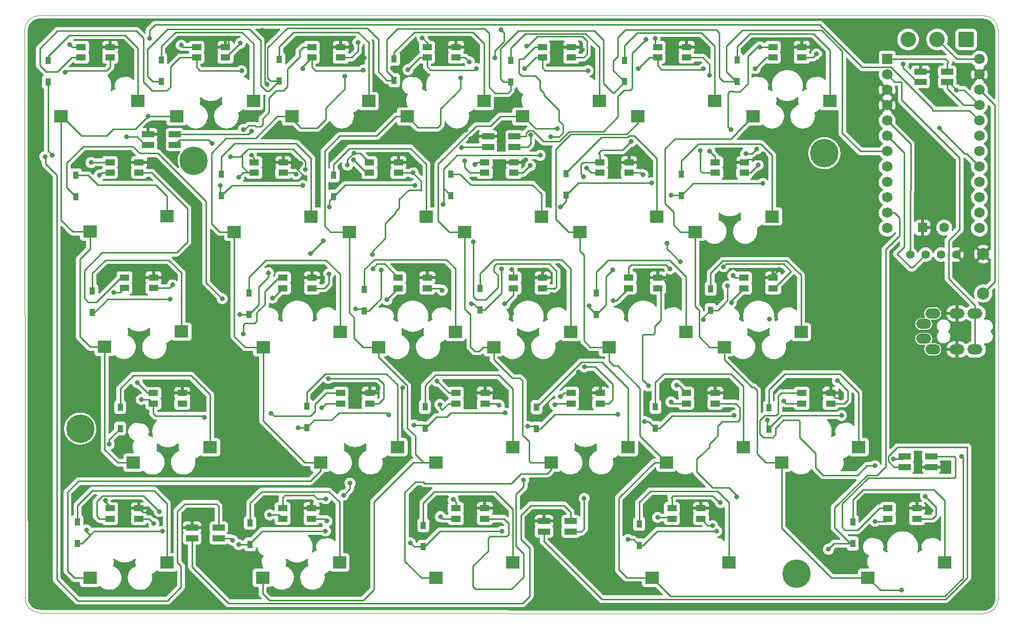
<source format=gbl>
G04 #@! TF.GenerationSoftware,KiCad,Pcbnew,(6.0.7)*
G04 #@! TF.CreationDate,2022-08-06T08:23:07+00:00*
G04 #@! TF.ProjectId,zzsplit,7a7a7370-6c69-4742-9e6b-696361645f70,rev?*
G04 #@! TF.SameCoordinates,Original*
G04 #@! TF.FileFunction,Copper,L2,Bot*
G04 #@! TF.FilePolarity,Positive*
%FSLAX46Y46*%
G04 Gerber Fmt 4.6, Leading zero omitted, Abs format (unit mm)*
G04 Created by KiCad (PCBNEW (6.0.7)) date 2022-08-06 08:23:07*
%MOMM*%
%LPD*%
G01*
G04 APERTURE LIST*
G04 Aperture macros list*
%AMRoundRect*
0 Rectangle with rounded corners*
0 $1 Rounding radius*
0 $2 $3 $4 $5 $6 $7 $8 $9 X,Y pos of 4 corners*
0 Add a 4 corners polygon primitive as box body*
4,1,4,$2,$3,$4,$5,$6,$7,$8,$9,$2,$3,0*
0 Add four circle primitives for the rounded corners*
1,1,$1+$1,$2,$3*
1,1,$1+$1,$4,$5*
1,1,$1+$1,$6,$7*
1,1,$1+$1,$8,$9*
0 Add four rect primitives between the rounded corners*
20,1,$1+$1,$2,$3,$4,$5,0*
20,1,$1+$1,$4,$5,$6,$7,0*
20,1,$1+$1,$6,$7,$8,$9,0*
20,1,$1+$1,$8,$9,$2,$3,0*%
G04 Aperture macros list end*
G04 #@! TA.AperFunction,Profile*
%ADD10C,0.100000*%
G04 #@! TD*
G04 #@! TA.AperFunction,SMDPad,CuDef*
%ADD11R,0.950000X1.300000*%
G04 #@! TD*
G04 #@! TA.AperFunction,SMDPad,CuDef*
%ADD12R,2.000000X1.000000*%
G04 #@! TD*
G04 #@! TA.AperFunction,SMDPad,CuDef*
%ADD13R,1.600000X1.000000*%
G04 #@! TD*
G04 #@! TA.AperFunction,SMDPad,CuDef*
%ADD14R,2.300000X2.000000*%
G04 #@! TD*
G04 #@! TA.AperFunction,ComponentPad*
%ADD15C,4.700000*%
G04 #@! TD*
G04 #@! TA.AperFunction,ComponentPad*
%ADD16O,2.500000X1.700000*%
G04 #@! TD*
G04 #@! TA.AperFunction,ComponentPad*
%ADD17RoundRect,0.250000X-0.550000X-0.550000X0.550000X-0.550000X0.550000X0.550000X-0.550000X0.550000X0*%
G04 #@! TD*
G04 #@! TA.AperFunction,ComponentPad*
%ADD18C,1.600000*%
G04 #@! TD*
G04 #@! TA.AperFunction,ComponentPad*
%ADD19R,1.752600X1.752600*%
G04 #@! TD*
G04 #@! TA.AperFunction,ComponentPad*
%ADD20C,1.752600*%
G04 #@! TD*
G04 #@! TA.AperFunction,ComponentPad*
%ADD21RoundRect,0.249999X1.025001X1.025001X-1.025001X1.025001X-1.025001X-1.025001X1.025001X-1.025001X0*%
G04 #@! TD*
G04 #@! TA.AperFunction,ComponentPad*
%ADD22C,2.550000*%
G04 #@! TD*
G04 #@! TA.AperFunction,ComponentPad*
%ADD23C,1.397000*%
G04 #@! TD*
G04 #@! TA.AperFunction,ComponentPad*
%ADD24C,2.000000*%
G04 #@! TD*
G04 #@! TA.AperFunction,ViaPad*
%ADD25C,0.800000*%
G04 #@! TD*
G04 #@! TA.AperFunction,Conductor*
%ADD26C,0.250000*%
G04 #@! TD*
G04 APERTURE END LIST*
D10*
X58200000Y-43460000D02*
X214110000Y-43490001D01*
X55740000Y-139720000D02*
G75*
G03*
X58240000Y-142220000I2500000J0D01*
G01*
X216600019Y-45990000D02*
X216630000Y-139850000D01*
X214109920Y-142359980D02*
X58240000Y-142220000D01*
X55700000Y-45960000D02*
X55740000Y-139720000D01*
X214109920Y-142359980D02*
G75*
G03*
X216630000Y-139850000I10080J2509980D01*
G01*
X216600019Y-45990000D02*
G75*
G03*
X214110000Y-43490001I-2500019J0D01*
G01*
X58200000Y-43460000D02*
G75*
G03*
X55700000Y-45960000I0J-2500000D01*
G01*
D11*
X157270000Y-131055000D03*
X157270000Y-127505000D03*
D12*
X132270000Y-65215000D03*
X132270000Y-63465000D03*
X136670000Y-63465000D03*
X136670000Y-65215000D03*
D13*
X77000000Y-88525001D03*
X77000000Y-86775001D03*
X72200000Y-86775001D03*
X72200000Y-88525001D03*
D14*
X81600000Y-95730001D03*
X68900000Y-98270001D03*
D13*
X188920000Y-107615000D03*
X188920000Y-105865000D03*
X184120000Y-105865000D03*
X184120000Y-107615000D03*
D14*
X193520000Y-114820000D03*
X180820000Y-117360000D03*
D13*
X136540000Y-69485000D03*
X136540000Y-67735000D03*
X131740000Y-67735000D03*
X131740000Y-69485000D03*
D14*
X141140000Y-76690000D03*
X128440000Y-79230000D03*
D11*
X121860000Y-111725000D03*
X121860000Y-108175000D03*
D15*
X187880000Y-66240000D03*
D13*
X160350000Y-88555000D03*
X160350000Y-86805000D03*
X155550000Y-86805000D03*
X155550000Y-88555000D03*
D14*
X164950000Y-95760000D03*
X152250000Y-98300000D03*
D12*
X141532100Y-128805000D03*
X141532100Y-127055000D03*
X145932100Y-127055000D03*
X145932100Y-128805000D03*
D11*
X97780000Y-54300000D03*
X97780000Y-50750000D03*
X92760000Y-92870000D03*
X92760000Y-89320000D03*
X126150000Y-73250000D03*
X126150000Y-69700000D03*
X136000000Y-54435000D03*
X136000000Y-50885000D03*
X92950000Y-130885000D03*
X92950000Y-127335000D03*
D13*
X203190000Y-126675000D03*
X203190000Y-124925000D03*
X198390000Y-124925000D03*
X198390000Y-126675000D03*
D14*
X207790000Y-133880000D03*
X195090000Y-136420000D03*
D11*
X88200000Y-73290000D03*
X88200000Y-69740000D03*
D13*
X169850000Y-107605000D03*
X169850000Y-105855000D03*
X165050000Y-105855000D03*
X165050000Y-107605000D03*
D14*
X174450000Y-114810000D03*
X161750000Y-117350000D03*
D13*
X69840000Y-50425000D03*
X69840000Y-48675000D03*
X65040000Y-48675000D03*
X65040000Y-50425000D03*
D14*
X74440000Y-57630000D03*
X61740000Y-60170000D03*
D11*
X140310000Y-111765000D03*
X140310000Y-108215000D03*
X169070000Y-92185000D03*
X169070000Y-88635000D03*
X130950000Y-92145000D03*
X130950000Y-88595000D03*
D12*
X203780000Y-54495000D03*
X203780000Y-52745000D03*
X208180000Y-52745000D03*
X208180000Y-54495000D03*
D11*
X173440000Y-54360000D03*
X173440000Y-50810000D03*
X102330000Y-111600000D03*
X102330000Y-108050000D03*
X192570000Y-130755000D03*
X192570000Y-127205000D03*
X164200000Y-73220000D03*
X164200000Y-69670000D03*
D15*
X83660000Y-67470000D03*
D13*
X184145000Y-50425000D03*
X184145000Y-48675000D03*
X179345000Y-48675000D03*
X179345000Y-50425000D03*
D14*
X188745000Y-57630000D03*
X176045000Y-60170000D03*
D11*
X159950000Y-111695000D03*
X159950000Y-108145000D03*
D15*
X183270000Y-135710000D03*
D11*
X106780000Y-73420000D03*
X106780000Y-69870000D03*
D13*
X179400000Y-88555000D03*
X179400000Y-86805000D03*
X174600000Y-86805000D03*
X174600000Y-88555000D03*
D14*
X184000000Y-95760000D03*
X171300000Y-98300000D03*
D15*
X64880000Y-111770000D03*
D13*
X167480000Y-126665000D03*
X167480000Y-124915000D03*
X162680000Y-124915000D03*
X162680000Y-126665000D03*
D14*
X172080000Y-133870000D03*
X159380000Y-136410000D03*
D11*
X66870000Y-92595000D03*
X66870000Y-89045000D03*
D13*
X155590000Y-69485000D03*
X155590000Y-67735000D03*
X150790000Y-67735000D03*
X150790000Y-69485000D03*
D14*
X160190000Y-76690000D03*
X147490000Y-79230000D03*
D13*
X174640000Y-69485000D03*
X174640000Y-67735000D03*
X169840000Y-67735000D03*
X169840000Y-69485000D03*
D14*
X179240000Y-76690000D03*
X166540000Y-79230000D03*
D12*
X205540000Y-116375000D03*
X205540000Y-118125000D03*
X201140000Y-118125000D03*
X201140000Y-116375000D03*
D16*
X205785000Y-98665000D03*
X205785000Y-92715000D03*
X209785000Y-92715000D03*
X209785000Y-98665000D03*
X212785000Y-98665000D03*
X212785000Y-92715000D03*
X204285000Y-96915000D03*
X204285000Y-94465000D03*
D13*
X141300000Y-88555000D03*
X141300000Y-86805000D03*
X136500000Y-86805000D03*
X136500000Y-88555000D03*
D14*
X145900000Y-95760000D03*
X133200000Y-98300000D03*
D13*
X126995000Y-50425000D03*
X126995000Y-48675000D03*
X122195000Y-48675000D03*
X122195000Y-50425000D03*
D14*
X131595000Y-57630000D03*
X118895000Y-60170000D03*
D13*
X74600000Y-69465000D03*
X74600000Y-67715000D03*
X69800000Y-67715000D03*
X69800000Y-69465000D03*
D14*
X79200000Y-76670000D03*
X66500000Y-79210000D03*
D17*
X204075000Y-78545000D03*
D18*
X207675000Y-78545000D03*
D19*
X198255000Y-50686750D03*
D20*
X198255000Y-53226750D03*
X198255000Y-55766750D03*
X198255000Y-58306750D03*
X198255000Y-60846750D03*
X198255000Y-63386750D03*
X198255000Y-65926750D03*
X198255000Y-68466750D03*
X198255000Y-71006750D03*
X198255000Y-73546750D03*
X198255000Y-76086750D03*
X198255000Y-78626750D03*
X213495000Y-78626750D03*
X213495000Y-76086750D03*
X213495000Y-73546750D03*
X213495000Y-71006750D03*
X213495000Y-68466750D03*
X213495000Y-65926750D03*
X213495000Y-63386750D03*
X213495000Y-60846750D03*
X213495000Y-58306750D03*
X213495000Y-55766750D03*
X213495000Y-53226750D03*
X213495000Y-50686750D03*
D11*
X64180000Y-73445000D03*
X64180000Y-69895000D03*
D21*
X211310000Y-47430000D03*
D22*
X206510000Y-47430000D03*
X201710000Y-47430000D03*
D12*
X76122100Y-64845000D03*
X76122100Y-63095000D03*
X80522100Y-63095000D03*
X80522100Y-64845000D03*
D11*
X111820000Y-92315000D03*
X111820000Y-88765000D03*
X121590000Y-131295000D03*
X121590000Y-127745000D03*
D23*
X202065000Y-82990000D03*
X204605000Y-82990000D03*
X207145000Y-82990000D03*
X209685000Y-82990000D03*
D13*
X150820000Y-107615000D03*
X150820000Y-105865000D03*
X146020000Y-105865000D03*
X146020000Y-107615000D03*
D14*
X155420000Y-114820000D03*
X142720000Y-117360000D03*
D13*
X81760000Y-107645000D03*
X81760000Y-105895000D03*
X76960000Y-105895000D03*
X76960000Y-107645000D03*
D14*
X86360000Y-114850000D03*
X73660000Y-117390000D03*
D13*
X131770000Y-107615000D03*
X131770000Y-105865000D03*
X126970000Y-105865000D03*
X126970000Y-107615000D03*
D14*
X136370000Y-114820000D03*
X123670000Y-117360000D03*
D13*
X74610000Y-126695001D03*
X74610000Y-124945001D03*
X69810000Y-124945001D03*
X69810000Y-126695001D03*
D14*
X79210000Y-133900001D03*
X66510000Y-136440001D03*
D11*
X64410000Y-130765000D03*
X64410000Y-127215000D03*
D12*
X83362100Y-129875000D03*
X83362100Y-128125000D03*
X87762100Y-128125000D03*
X87762100Y-129875000D03*
D11*
X178740000Y-111865000D03*
X178740000Y-108315000D03*
X154850000Y-54415000D03*
X154850000Y-50865000D03*
X145170000Y-73190000D03*
X145170000Y-69640000D03*
D13*
X122250000Y-88555000D03*
X122250000Y-86805000D03*
X117450000Y-86805000D03*
X117450000Y-88555000D03*
D14*
X126850000Y-95760000D03*
X114150000Y-98300000D03*
D13*
X165095000Y-50425000D03*
X165095000Y-48675000D03*
X160295000Y-48675000D03*
X160295000Y-50425000D03*
D14*
X169695000Y-57630000D03*
X156995000Y-60170000D03*
D13*
X107945000Y-50425000D03*
X107945000Y-48675000D03*
X103145000Y-48675000D03*
X103145000Y-50425000D03*
D14*
X112545000Y-57630000D03*
X99845000Y-60170000D03*
D13*
X131760000Y-126675000D03*
X131760000Y-124925000D03*
X126960000Y-124925000D03*
X126960000Y-126675000D03*
D14*
X136360000Y-133880000D03*
X123660000Y-136420000D03*
D13*
X98440000Y-69485000D03*
X98440000Y-67735000D03*
X93640000Y-67735000D03*
X93640000Y-69485000D03*
D14*
X103040000Y-76690000D03*
X90340000Y-79230000D03*
D13*
X88895000Y-50425000D03*
X88895000Y-48675000D03*
X84095000Y-48675000D03*
X84095000Y-50425000D03*
D14*
X93495000Y-57630000D03*
X80795000Y-60170000D03*
D13*
X103120000Y-126685000D03*
X103120000Y-124935000D03*
X98320000Y-124935000D03*
X98320000Y-126685000D03*
D14*
X107720000Y-133890000D03*
X95020000Y-136430000D03*
D11*
X116770000Y-54180000D03*
X116770000Y-50630000D03*
X78280000Y-54350000D03*
X78280000Y-50800000D03*
X150210000Y-92895000D03*
X150210000Y-89345000D03*
D13*
X112720000Y-107615000D03*
X112720000Y-105865000D03*
X107920000Y-105865000D03*
X107920000Y-107615000D03*
D14*
X117320000Y-114820000D03*
X104620000Y-117360000D03*
D24*
X214130000Y-89415000D03*
X214130000Y-82915000D03*
D13*
X146045000Y-50425000D03*
X146045000Y-48675000D03*
X141245000Y-48675000D03*
X141245000Y-50425000D03*
D14*
X150645000Y-57630000D03*
X137945000Y-60170000D03*
D13*
X103200000Y-88555000D03*
X103200000Y-86805000D03*
X98400000Y-86805000D03*
X98400000Y-88555000D03*
D14*
X107800000Y-95760000D03*
X95100000Y-98300000D03*
D11*
X71480000Y-111740000D03*
X71480000Y-108190000D03*
X59570000Y-54490000D03*
X59570000Y-50940000D03*
D13*
X117490000Y-69485000D03*
X117490000Y-67735000D03*
X112690000Y-67735000D03*
X112690000Y-69485000D03*
D14*
X122090000Y-76690000D03*
X109390000Y-79230000D03*
D25*
X178760000Y-93620000D03*
X162520000Y-73160000D03*
X101670000Y-71580000D03*
X120190000Y-71540000D03*
X140910000Y-66590000D03*
X60300000Y-66550000D03*
X124820000Y-74690000D03*
X106080000Y-75160000D03*
X88010000Y-71580000D03*
X177660000Y-71260000D03*
X144240000Y-75120000D03*
X159320000Y-71120000D03*
X91270000Y-92870000D03*
X152900000Y-85570000D03*
X167910000Y-93770000D03*
X171860000Y-88200000D03*
X134500000Y-85400000D03*
X149020000Y-91460000D03*
X88350000Y-90270000D03*
X95970000Y-86000000D03*
X114650000Y-85540000D03*
X110341785Y-91992669D03*
X129520000Y-91090000D03*
X158140000Y-110580000D03*
X120070000Y-111160000D03*
X120070000Y-111160000D03*
X79750000Y-90390000D03*
X178470000Y-110330000D03*
X100870000Y-111600000D03*
X172960000Y-109570000D03*
X153730000Y-109390000D03*
X135130000Y-109180000D03*
X138820000Y-111380000D03*
X115860000Y-109490000D03*
X190700000Y-109580000D03*
X65910000Y-128520000D03*
X91080000Y-130930000D03*
X155430000Y-130100000D03*
X105400000Y-128680000D03*
X134580000Y-128730000D03*
X69650000Y-114350000D03*
X188549265Y-131696142D03*
X170050000Y-128690000D03*
X119430000Y-130630000D03*
X78440000Y-128750000D03*
X138300000Y-52290000D03*
X139340000Y-63200000D03*
X96660000Y-90190000D03*
X68070000Y-69860000D03*
X128410000Y-67530000D03*
X124330000Y-107790000D03*
X167360000Y-65840000D03*
X91560000Y-52610000D03*
X102120000Y-68980000D03*
X96200000Y-126010000D03*
X157100000Y-52290000D03*
X199260000Y-116760000D03*
X167860000Y-52300000D03*
X148810000Y-52580000D03*
X115570000Y-90460000D03*
X74990000Y-106950000D03*
X130350000Y-52240000D03*
X209720000Y-55780000D03*
X176440000Y-52240000D03*
X124430000Y-126320000D03*
X104770000Y-108290000D03*
X143300000Y-107790000D03*
X101680000Y-52240000D03*
X196240000Y-127070000D03*
X135060000Y-91160000D03*
X91080000Y-70190000D03*
X160320000Y-126430000D03*
X77940000Y-125460000D03*
X148563087Y-68687170D03*
X162530000Y-107350000D03*
X70380000Y-89290000D03*
X148180000Y-123310000D03*
X89700000Y-66820000D03*
X86700000Y-64640000D03*
X85400000Y-109890000D03*
X110010000Y-67330000D03*
X119060000Y-52440000D03*
X172500000Y-90940000D03*
X111670000Y-52500000D03*
X152990000Y-90610000D03*
X181150000Y-107230000D03*
X90060000Y-130220000D03*
X200930000Y-51460000D03*
X158430000Y-47450000D03*
X171960000Y-106060000D03*
X95000000Y-45940000D03*
X129080000Y-49390000D03*
X101610000Y-63860000D03*
X147250000Y-102380000D03*
X111820000Y-50510000D03*
X123420000Y-66580000D03*
X139800000Y-104670000D03*
X119820000Y-68280000D03*
X109800000Y-48850000D03*
X205470000Y-125290000D03*
X141533494Y-85541326D03*
X176550000Y-70290000D03*
X104950000Y-86820000D03*
X151370000Y-104280000D03*
X134400470Y-125583535D03*
X101740000Y-70250000D03*
X124420000Y-87230000D03*
X128590000Y-62410000D03*
X77030000Y-68260000D03*
X138460000Y-67340000D03*
X137900000Y-96130000D03*
X79450000Y-86870000D03*
X140020000Y-101950000D03*
X101310000Y-67930000D03*
X87060000Y-117120000D03*
X180390000Y-85460000D03*
X191720000Y-46590000D03*
X167350000Y-49500000D03*
X118140000Y-104980000D03*
X114100000Y-105000000D03*
X89380000Y-47190000D03*
X95700000Y-54840000D03*
X177870000Y-66410000D03*
X119640000Y-96530000D03*
X162480000Y-88270000D03*
X116940000Y-91720000D03*
X71710000Y-49510000D03*
X105500000Y-125060000D03*
X190520000Y-106700000D03*
X84070000Y-107220000D03*
X169520000Y-125340000D03*
X134250000Y-105990000D03*
X76122654Y-125621818D03*
X157750000Y-67810000D03*
X142150000Y-65500000D03*
X187390000Y-50580000D03*
X129430000Y-63830000D03*
X147850000Y-49090000D03*
X136180000Y-92700000D03*
X97690000Y-61410000D03*
X93230000Y-62550000D03*
X127930000Y-65260000D03*
X59040000Y-66810000D03*
X72560000Y-63510000D03*
X63140000Y-48250000D03*
X91360000Y-48040000D03*
X81590000Y-48370000D03*
X110800000Y-47920000D03*
X76050000Y-60160000D03*
X76330000Y-47230000D03*
X91850000Y-62300000D03*
X100540000Y-69720000D03*
X108590000Y-53500000D03*
X129220000Y-51140000D03*
X110110000Y-66190000D03*
X109040000Y-68200000D03*
X134400000Y-45790000D03*
X121410000Y-47180000D03*
X138690000Y-48570000D03*
X133400000Y-50520000D03*
X127730000Y-53800000D03*
X139280000Y-68280000D03*
X142680000Y-63540000D03*
X143710000Y-62180000D03*
X206900000Y-62080000D03*
X155950000Y-64290000D03*
X148100000Y-70090000D03*
X168890000Y-53330000D03*
X186600000Y-49830000D03*
X159880000Y-47240000D03*
X210530000Y-116380000D03*
X177195000Y-48675000D03*
X176705000Y-65515000D03*
X176920000Y-68190000D03*
X174900000Y-66330000D03*
X172420000Y-62370000D03*
X200650000Y-138490000D03*
X62350000Y-52880000D03*
X66660000Y-67790000D03*
X105020000Y-80720000D03*
X102930000Y-82860000D03*
X93160000Y-66610000D03*
X105960000Y-86200000D03*
X113150000Y-82960000D03*
X119890000Y-69470000D03*
X113248801Y-85341010D03*
X130150000Y-68130000D03*
X129850000Y-80910000D03*
X161870000Y-81120000D03*
X164030000Y-84190000D03*
X162360000Y-85370000D03*
X157890000Y-69790000D03*
X171190000Y-84990000D03*
X168900000Y-65890000D03*
X91840000Y-96150000D03*
X105870000Y-103450000D03*
X123875367Y-103931622D03*
X124700000Y-88890000D03*
X148200000Y-101540000D03*
X136200000Y-85420000D03*
X163450000Y-104590000D03*
X158790000Y-104700000D03*
X190050000Y-103860000D03*
X172770000Y-86470000D03*
X74320000Y-104170000D03*
X80120000Y-88020000D03*
X96440000Y-109210000D03*
X77050000Y-127450000D03*
X105440000Y-123350000D03*
X109470000Y-120790000D03*
X134120000Y-107880000D03*
X108396202Y-122767095D03*
X138170000Y-120250000D03*
X144260000Y-106460000D03*
X170690000Y-123990000D03*
X173410000Y-123010000D03*
X196220000Y-117900000D03*
X204570000Y-122990000D03*
X105640000Y-127020000D03*
X69030000Y-123650000D03*
X169390000Y-127800000D03*
X126530000Y-123490000D03*
D26*
X131710000Y-45660000D02*
X132470000Y-46420000D01*
X173440000Y-54360000D02*
X173280000Y-54360000D01*
X115540000Y-47420000D02*
X117300000Y-45660000D01*
X190850000Y-49360000D02*
X190850000Y-62930000D01*
X96060000Y-56020000D02*
X97780000Y-54300000D01*
X78280000Y-54350000D02*
X76830000Y-54350000D01*
X116770000Y-53910000D02*
X115540000Y-52680000D01*
X151380000Y-47550000D02*
X151380000Y-54690000D01*
X117300000Y-45660000D02*
X131710000Y-45660000D01*
X154970000Y-45800000D02*
X170010000Y-45800000D01*
X173280000Y-54360000D02*
X171660000Y-52740000D01*
X96350000Y-54300000D02*
X95860000Y-53810000D01*
X154850000Y-54415000D02*
X153005000Y-52570000D01*
X151380000Y-54690000D02*
X152910000Y-56220000D01*
X133430000Y-56300000D02*
X135560000Y-56300000D01*
X153110000Y-56220000D02*
X154850000Y-54480000D01*
X171660000Y-48570000D02*
X174320000Y-45910000D01*
X171660000Y-52740000D02*
X171660000Y-48570000D01*
X137340000Y-46000000D02*
X149830000Y-46000000D01*
X97780000Y-54300000D02*
X96350000Y-54300000D01*
X134340000Y-49000000D02*
X137340000Y-46000000D01*
X92830000Y-45740000D02*
X94730000Y-47640000D01*
X116770000Y-54180000D02*
X116770000Y-53910000D01*
X134825000Y-54435000D02*
X134340000Y-53950000D01*
X170010000Y-45800000D02*
X170520000Y-46310000D01*
X190850000Y-62930000D02*
X193846750Y-65926750D01*
X153700000Y-47070000D02*
X154970000Y-45800000D01*
X152910000Y-56220000D02*
X153110000Y-56220000D01*
X132470000Y-46420000D02*
X132470000Y-55340000D01*
X152940000Y-52570000D02*
X152940000Y-51000000D01*
X153700000Y-50240000D02*
X153700000Y-47070000D01*
X136000000Y-54435000D02*
X134825000Y-54435000D01*
X154850000Y-54480000D02*
X154850000Y-54415000D01*
X95860000Y-48800000D02*
X99090000Y-45570000D01*
X76830000Y-54350000D02*
X76010000Y-53530000D01*
X95860000Y-53810000D02*
X95860000Y-48800000D01*
X153005000Y-52570000D02*
X152940000Y-52570000D01*
X94730000Y-55090000D02*
X95660000Y-56020000D01*
X170520000Y-46310000D02*
X170520000Y-53700000D01*
X112310000Y-45570000D02*
X114150000Y-47410000D01*
X170520000Y-53700000D02*
X171180000Y-54360000D01*
X193846750Y-65926750D02*
X198255000Y-65926750D01*
X115540000Y-52680000D02*
X115540000Y-47420000D01*
X114150000Y-47410000D02*
X114150000Y-52760000D01*
X134340000Y-53950000D02*
X134340000Y-49000000D01*
X114150000Y-52760000D02*
X115570000Y-54180000D01*
X115570000Y-54180000D02*
X116770000Y-54180000D01*
X149830000Y-46000000D02*
X151380000Y-47550000D01*
X187400000Y-45910000D02*
X190850000Y-49360000D01*
X76010000Y-53530000D02*
X76010000Y-49030000D01*
X135560000Y-56300000D02*
X136000000Y-55860000D01*
X94730000Y-47640000D02*
X94730000Y-55090000D01*
X136000000Y-55860000D02*
X136000000Y-54435000D01*
X152940000Y-51000000D02*
X153700000Y-50240000D01*
X79300000Y-45740000D02*
X92830000Y-45740000D01*
X132470000Y-55340000D02*
X133430000Y-56300000D01*
X171180000Y-54360000D02*
X173440000Y-54360000D01*
X76010000Y-49030000D02*
X79300000Y-45740000D01*
X174320000Y-45910000D02*
X187400000Y-45910000D01*
X95660000Y-56020000D02*
X96060000Y-56020000D01*
X99090000Y-45570000D02*
X112310000Y-45570000D01*
X80630000Y-46220000D02*
X78280000Y-48570000D01*
X93495000Y-48145000D02*
X91570000Y-46220000D01*
X91570000Y-46220000D02*
X80630000Y-46220000D01*
X93495000Y-57630000D02*
X93495000Y-48145000D01*
X78280000Y-48570000D02*
X78280000Y-50800000D01*
X72320000Y-46730000D02*
X63060000Y-46730000D01*
X59570000Y-50220000D02*
X59570000Y-50940000D01*
X74440000Y-57630000D02*
X74440000Y-48850000D01*
X63060000Y-46730000D02*
X59570000Y-50220000D01*
X74440000Y-48850000D02*
X72320000Y-46730000D01*
X67760000Y-71470000D02*
X66185000Y-69895000D01*
X79220000Y-73340000D02*
X77350000Y-71470000D01*
X79200000Y-73360000D02*
X79220000Y-73340000D01*
X66185000Y-69895000D02*
X64180000Y-69895000D01*
X79200000Y-76670000D02*
X79200000Y-73360000D01*
X77350000Y-71470000D02*
X67760000Y-71470000D01*
X81600000Y-95730001D02*
X81600000Y-85980000D01*
X69060000Y-83890000D02*
X66870000Y-86080000D01*
X81600000Y-85980000D02*
X79510000Y-83890000D01*
X79510000Y-83890000D02*
X69060000Y-83890000D01*
X66870000Y-86080000D02*
X66870000Y-89045000D01*
X73670000Y-103000000D02*
X71480000Y-105190000D01*
X86360000Y-106150000D02*
X83210000Y-103000000D01*
X83210000Y-103000000D02*
X73670000Y-103000000D01*
X86360000Y-114850000D02*
X86360000Y-106150000D01*
X71480000Y-105190000D02*
X71480000Y-108190000D01*
X106080000Y-75160000D02*
X106080000Y-74120000D01*
X145170000Y-74190000D02*
X144240000Y-75120000D01*
X164200000Y-73220000D02*
X166180000Y-71240000D01*
X124920000Y-72020000D02*
X124920000Y-74590000D01*
X89970000Y-71580000D02*
X101670000Y-71580000D01*
X124920000Y-68850000D02*
X125960000Y-67810000D01*
X147240000Y-71120000D02*
X159320000Y-71120000D01*
X125960000Y-67810000D02*
X127180000Y-66590000D01*
X124920000Y-71240000D02*
X124920000Y-68850000D01*
X88010000Y-73100000D02*
X88200000Y-73290000D01*
X88010000Y-71580000D02*
X88010000Y-73100000D01*
X106780000Y-73420000D02*
X108680000Y-71520000D01*
X88200000Y-73290000D02*
X89380000Y-72110000D01*
X59570000Y-54490000D02*
X59570000Y-65820000D01*
X177660000Y-71260000D02*
X177690000Y-71240000D01*
X127180000Y-66590000D02*
X140910000Y-66590000D01*
X59570000Y-65820000D02*
X60300000Y-66550000D01*
X124920000Y-72020000D02*
X124920000Y-71240000D01*
X89440000Y-72110000D02*
X89750000Y-71800000D01*
X166180000Y-71240000D02*
X177660000Y-71260000D01*
X108680000Y-71520000D02*
X120150000Y-71520000D01*
X126150000Y-73250000D02*
X124920000Y-72020000D01*
X106080000Y-74120000D02*
X106780000Y-73420000D01*
X124920000Y-74590000D02*
X124820000Y-74690000D01*
X89380000Y-72110000D02*
X89440000Y-72110000D01*
X89750000Y-71800000D02*
X89970000Y-71580000D01*
X145170000Y-73190000D02*
X145170000Y-74190000D01*
X145170000Y-73190000D02*
X147240000Y-71120000D01*
X164140000Y-73160000D02*
X164200000Y-73220000D01*
X162520000Y-73160000D02*
X164140000Y-73160000D01*
X97780000Y-48610000D02*
X97780000Y-50750000D01*
X112545000Y-57630000D02*
X112545000Y-47945000D01*
X112545000Y-47945000D02*
X110820000Y-46220000D01*
X100170000Y-46220000D02*
X97780000Y-48610000D01*
X110820000Y-46220000D02*
X100170000Y-46220000D01*
X90400000Y-64620000D02*
X88200000Y-66820000D01*
X100570000Y-64620000D02*
X90400000Y-64620000D01*
X103040000Y-67090000D02*
X100570000Y-64620000D01*
X88200000Y-66820000D02*
X88200000Y-69740000D01*
X103040000Y-76690000D02*
X103040000Y-67090000D01*
X92760000Y-86710000D02*
X92760000Y-89320000D01*
X107800000Y-86250000D02*
X105490000Y-83940000D01*
X107800000Y-95760000D02*
X107800000Y-86250000D01*
X95530000Y-83940000D02*
X92760000Y-86710000D01*
X105490000Y-83940000D02*
X95530000Y-83940000D01*
X102330000Y-105790000D02*
X102330000Y-108050000D01*
X105410000Y-102710000D02*
X102330000Y-105790000D01*
X115490000Y-102710000D02*
X105410000Y-102710000D01*
X117320000Y-114820000D02*
X117320000Y-104540000D01*
X117320000Y-104540000D02*
X115490000Y-102710000D01*
X64410000Y-124460000D02*
X64410000Y-127215000D01*
X79210000Y-133900001D02*
X79210000Y-124100000D01*
X77120000Y-122010000D02*
X66860000Y-122010000D01*
X66860000Y-122010000D02*
X64410000Y-124460000D01*
X79210000Y-124100000D02*
X77120000Y-122010000D01*
X167910000Y-93770000D02*
X167910000Y-93345000D01*
X114650000Y-90220000D02*
X114650000Y-85540000D01*
X167910000Y-93345000D02*
X169070000Y-92185000D01*
X130950000Y-92145000D02*
X131695000Y-92145000D01*
X149020000Y-91460000D02*
X149020000Y-91705000D01*
X85690000Y-74220000D02*
X85690000Y-87610000D01*
X151800000Y-90470000D02*
X151800000Y-86670000D01*
X151800000Y-91305000D02*
X151800000Y-90470000D01*
X95970000Y-86730000D02*
X95970000Y-86000000D01*
X171340000Y-91090000D02*
X171860000Y-90570000D01*
X170245000Y-92185000D02*
X171340000Y-91090000D01*
X64180000Y-73445000D02*
X62640000Y-71905000D01*
X149020000Y-91705000D02*
X150210000Y-92895000D01*
X92760000Y-92870000D02*
X94350000Y-91280000D01*
X91270000Y-92870000D02*
X92760000Y-92870000D01*
X133140000Y-90700000D02*
X134500000Y-89340000D01*
X111820000Y-92315000D02*
X112555000Y-92315000D01*
X134500000Y-89340000D02*
X134500000Y-85400000D01*
X151800000Y-86670000D02*
X152900000Y-85570000D01*
X85690000Y-87610000D02*
X88350000Y-90270000D01*
X111497669Y-91992669D02*
X111820000Y-92315000D01*
X62640000Y-71905000D02*
X62640000Y-67880000D01*
X131695000Y-92145000D02*
X133140000Y-90700000D01*
X74730000Y-66260000D02*
X77730000Y-66260000D01*
X171860000Y-90570000D02*
X171860000Y-88200000D01*
X94350000Y-91280000D02*
X94350000Y-88350000D01*
X112555000Y-92315000D02*
X113860000Y-91010000D01*
X150210000Y-92895000D02*
X151800000Y-91305000D01*
X113860000Y-91010000D02*
X114650000Y-90220000D01*
X77730000Y-66260000D02*
X85690000Y-74220000D01*
X110341785Y-91992669D02*
X111497669Y-91992669D01*
X129895000Y-91090000D02*
X130950000Y-92145000D01*
X62640000Y-67880000D02*
X65420000Y-65100000D01*
X73570000Y-65100000D02*
X74730000Y-66260000D01*
X94350000Y-88350000D02*
X95970000Y-86730000D01*
X129520000Y-91090000D02*
X129895000Y-91090000D01*
X169070000Y-92185000D02*
X170245000Y-92185000D01*
X65420000Y-65100000D02*
X73570000Y-65100000D01*
X129760000Y-46240000D02*
X120080000Y-46240000D01*
X131595000Y-57630000D02*
X131595000Y-48075000D01*
X120080000Y-46240000D02*
X116770000Y-49550000D01*
X131595000Y-48075000D02*
X129760000Y-46240000D01*
X116770000Y-49550000D02*
X116770000Y-50630000D01*
X119480000Y-65440000D02*
X109400000Y-65440000D01*
X122090000Y-76690000D02*
X122090000Y-68050000D01*
X122090000Y-68050000D02*
X119480000Y-65440000D01*
X106780000Y-68060000D02*
X106780000Y-69870000D01*
X109400000Y-65440000D02*
X106780000Y-68060000D01*
X126850000Y-95760000D02*
X126850000Y-85320000D01*
X125330000Y-83800000D02*
X113480000Y-83800000D01*
X126850000Y-85320000D02*
X125330000Y-83800000D01*
X111820000Y-85460000D02*
X111820000Y-88765000D01*
X113480000Y-83800000D02*
X111820000Y-85460000D01*
X136370000Y-114820000D02*
X136370000Y-105190000D01*
X136370000Y-105190000D02*
X134090000Y-102910000D01*
X121860000Y-104640000D02*
X121860000Y-108175000D01*
X134090000Y-102910000D02*
X123590000Y-102910000D01*
X123590000Y-102910000D02*
X121860000Y-104640000D01*
X92950000Y-124090000D02*
X92950000Y-127335000D01*
X107720000Y-123930000D02*
X105980000Y-122190000D01*
X105980000Y-122190000D02*
X94850000Y-122190000D01*
X94850000Y-122190000D02*
X92950000Y-124090000D01*
X107720000Y-133890000D02*
X107720000Y-123930000D01*
X150645000Y-57630000D02*
X150645000Y-48725000D01*
X138370000Y-46500000D02*
X136000000Y-48870000D01*
X150645000Y-48725000D02*
X148420000Y-46500000D01*
X148420000Y-46500000D02*
X138370000Y-46500000D01*
X136000000Y-48870000D02*
X136000000Y-50885000D01*
X178740000Y-111690000D02*
X180850000Y-109580000D01*
X180850000Y-109580000D02*
X190700000Y-109580000D01*
X107410000Y-109390000D02*
X107650000Y-109150000D01*
X178470000Y-110330000D02*
X178470000Y-111595000D01*
X153730000Y-109390000D02*
X153740000Y-109390000D01*
X103560000Y-110370000D02*
X106430000Y-110370000D01*
X163070000Y-109690000D02*
X172840000Y-109690000D01*
X69440000Y-90390000D02*
X79750000Y-90390000D01*
X120070000Y-111160000D02*
X121295000Y-111160000D01*
X162680000Y-109690000D02*
X163070000Y-109690000D01*
X115520000Y-109150000D02*
X115860000Y-109490000D01*
X102330000Y-111600000D02*
X103560000Y-110370000D01*
X160675000Y-111695000D02*
X162680000Y-109690000D01*
X67235000Y-92595000D02*
X68740000Y-91090000D01*
X106430000Y-110370000D02*
X107410000Y-109390000D01*
X126150000Y-109180000D02*
X135130000Y-109180000D01*
X107650000Y-109150000D02*
X114780000Y-109150000D01*
X178740000Y-111865000D02*
X178740000Y-111690000D01*
X138820000Y-111380000D02*
X139925000Y-111380000D01*
X140935000Y-111765000D02*
X142800000Y-109900000D01*
X68740000Y-91090000D02*
X69440000Y-90390000D01*
X121295000Y-111160000D02*
X121860000Y-111725000D01*
X142800000Y-109900000D02*
X143310000Y-109390000D01*
X123735000Y-109850000D02*
X125480000Y-109850000D01*
X143310000Y-109390000D02*
X153730000Y-109390000D01*
X140310000Y-111765000D02*
X140935000Y-111765000D01*
X178470000Y-111595000D02*
X178740000Y-111865000D01*
X158835000Y-110580000D02*
X159950000Y-111695000D01*
X66870000Y-92595000D02*
X67235000Y-92595000D01*
X121860000Y-111725000D02*
X123735000Y-109850000D01*
X114780000Y-109150000D02*
X115520000Y-109150000D01*
X159950000Y-111695000D02*
X160675000Y-111695000D01*
X158140000Y-110580000D02*
X158835000Y-110580000D01*
X172840000Y-109690000D02*
X172960000Y-109570000D01*
X100870000Y-111600000D02*
X102330000Y-111600000D01*
X125480000Y-109850000D02*
X126150000Y-109180000D01*
X139925000Y-111380000D02*
X140310000Y-111765000D01*
X129420000Y-71440000D02*
X127680000Y-69700000D01*
X141140000Y-76690000D02*
X141140000Y-72960000D01*
X141140000Y-72960000D02*
X139620000Y-71440000D01*
X139620000Y-71440000D02*
X129420000Y-71440000D01*
X127680000Y-69700000D02*
X126150000Y-69700000D01*
X144410000Y-83800000D02*
X133280000Y-83800000D01*
X130950000Y-86130000D02*
X130950000Y-88595000D01*
X145900000Y-95760000D02*
X145900000Y-85290000D01*
X133280000Y-83800000D02*
X130950000Y-86130000D01*
X145900000Y-85290000D02*
X144410000Y-83800000D01*
X147710000Y-100815000D02*
X140310000Y-108215000D01*
X155420000Y-114820000D02*
X155420000Y-105130000D01*
X151105000Y-100815000D02*
X147710000Y-100815000D01*
X155420000Y-105130000D02*
X151105000Y-100815000D01*
X136360000Y-125080000D02*
X133470000Y-122190000D01*
X136360000Y-133880000D02*
X136360000Y-125080000D01*
X133470000Y-122190000D02*
X123420000Y-122190000D01*
X123420000Y-122190000D02*
X121590000Y-124020000D01*
X121590000Y-124020000D02*
X121590000Y-127745000D01*
X167560000Y-46360000D02*
X156970000Y-46360000D01*
X154850000Y-48480000D02*
X154850000Y-50865000D01*
X169695000Y-48495000D02*
X167560000Y-46360000D01*
X169695000Y-57630000D02*
X169695000Y-48495000D01*
X156970000Y-46360000D02*
X154850000Y-48480000D01*
X160190000Y-67110000D02*
X156450000Y-63370000D01*
X151030000Y-63570000D02*
X145170000Y-69430000D01*
X145170000Y-69430000D02*
X145170000Y-69640000D01*
X156450000Y-63370000D02*
X155576396Y-63370000D01*
X155376396Y-63570000D02*
X151030000Y-63570000D01*
X155576396Y-63370000D02*
X155376396Y-63570000D01*
X160190000Y-76690000D02*
X160190000Y-67110000D01*
X160130000Y-128820000D02*
X160260000Y-128690000D01*
X66500000Y-129390000D02*
X67140000Y-128750000D01*
X160260000Y-128690000D02*
X170050000Y-128690000D01*
X157270000Y-131055000D02*
X157895000Y-131055000D01*
X196580000Y-119450000D02*
X197970000Y-118060000D01*
X189550000Y-124843604D02*
X194943604Y-119450000D01*
X156315000Y-130100000D02*
X157270000Y-131055000D01*
X192570000Y-130755000D02*
X192195000Y-130755000D01*
X155430000Y-130100000D02*
X156315000Y-130100000D01*
X194943604Y-119450000D02*
X196580000Y-119450000D01*
X65910000Y-128810000D02*
X66500000Y-129400000D01*
X197970000Y-118060000D02*
X197970000Y-82180000D01*
X67140000Y-128750000D02*
X78440000Y-128750000D01*
X121775000Y-131295000D02*
X124150000Y-128920000D01*
X192195000Y-130755000D02*
X189550000Y-128110000D01*
X65910000Y-128520000D02*
X65910000Y-128810000D01*
X197970000Y-82180000D02*
X200320000Y-79830000D01*
X124150000Y-128920000D02*
X124340000Y-128730000D01*
X92950000Y-130710000D02*
X94980000Y-128680000D01*
X157895000Y-131055000D02*
X160130000Y-128820000D01*
X200320000Y-76940000D02*
X199466750Y-76086750D01*
X92905000Y-130930000D02*
X92950000Y-130885000D01*
X65135000Y-130765000D02*
X66500000Y-129400000D01*
X91080000Y-130930000D02*
X92905000Y-130930000D01*
X121590000Y-131295000D02*
X120095000Y-131295000D01*
X69650000Y-114350000D02*
X69650000Y-113570000D01*
X121590000Y-131295000D02*
X121775000Y-131295000D01*
X189490407Y-130755000D02*
X192570000Y-130755000D01*
X92950000Y-130885000D02*
X92950000Y-130710000D01*
X189550000Y-128110000D02*
X189550000Y-124843604D01*
X124340000Y-128730000D02*
X134580000Y-128730000D01*
X94980000Y-128680000D02*
X105400000Y-128680000D01*
X69650000Y-113570000D02*
X71480000Y-111740000D01*
X188549265Y-131696142D02*
X189490407Y-130755000D01*
X64410000Y-130765000D02*
X65135000Y-130765000D01*
X120095000Y-131295000D02*
X119430000Y-130630000D01*
X199466750Y-76086750D02*
X198255000Y-76086750D01*
X66500000Y-129400000D02*
X66500000Y-129390000D01*
X200320000Y-79830000D02*
X200320000Y-76940000D01*
X150210000Y-85880000D02*
X150210000Y-89345000D01*
X164950000Y-86640000D02*
X162250000Y-83940000D01*
X152150000Y-83940000D02*
X150210000Y-85880000D01*
X164950000Y-95760000D02*
X164950000Y-86640000D01*
X162250000Y-83940000D02*
X152150000Y-83940000D01*
X172450000Y-102740000D02*
X161310000Y-102740000D01*
X174450000Y-114810000D02*
X174450000Y-104740000D01*
X161310000Y-102740000D02*
X159950000Y-104100000D01*
X174450000Y-104740000D02*
X172450000Y-102740000D01*
X159950000Y-104100000D02*
X159950000Y-108145000D01*
X170220000Y-122110000D02*
X159110000Y-122110000D01*
X172080000Y-123970000D02*
X170220000Y-122110000D01*
X172080000Y-133870000D02*
X172080000Y-123970000D01*
X159110000Y-122110000D02*
X157220000Y-124000000D01*
X157270000Y-124050000D02*
X157270000Y-127505000D01*
X157220000Y-124000000D02*
X157270000Y-124050000D01*
X173440000Y-48600000D02*
X173440000Y-50810000D01*
X175540000Y-46500000D02*
X173440000Y-48600000D01*
X188745000Y-49195000D02*
X186050000Y-46500000D01*
X188745000Y-57630000D02*
X188745000Y-49195000D01*
X186050000Y-46500000D02*
X175540000Y-46500000D01*
X179240000Y-66560000D02*
X177380000Y-64700000D01*
X177380000Y-64700000D02*
X167030000Y-64700000D01*
X164200000Y-67530000D02*
X164200000Y-69670000D01*
X179240000Y-76690000D02*
X179240000Y-66560000D01*
X167030000Y-64700000D02*
X164200000Y-67530000D01*
X181600000Y-84020000D02*
X171110000Y-84020000D01*
X171110000Y-84020000D02*
X169070000Y-86060000D01*
X184000000Y-95760000D02*
X184000000Y-86420000D01*
X184000000Y-86420000D02*
X181600000Y-84020000D01*
X169070000Y-86060000D02*
X169070000Y-88635000D01*
X193520000Y-105830000D02*
X190430000Y-102740000D01*
X190430000Y-102740000D02*
X181350000Y-102740000D01*
X178740000Y-105350000D02*
X178740000Y-108315000D01*
X181350000Y-102740000D02*
X178740000Y-105350000D01*
X193520000Y-114820000D02*
X193520000Y-105830000D01*
X194260000Y-121820000D02*
X192570000Y-123510000D01*
X207790000Y-133880000D02*
X207790000Y-123660000D01*
X205950000Y-121820000D02*
X194260000Y-121820000D01*
X192570000Y-123510000D02*
X192570000Y-127205000D01*
X207790000Y-123660000D02*
X205950000Y-121820000D01*
X96200000Y-126010000D02*
X97645000Y-126010000D01*
X167685000Y-69485000D02*
X169840000Y-69485000D01*
X103145000Y-52025000D02*
X103690000Y-52570000D01*
X181150000Y-107230000D02*
X181535000Y-107615000D01*
X147685000Y-128805000D02*
X145932100Y-128805000D01*
X208180000Y-55580000D02*
X210906750Y-58306750D01*
X139340000Y-63200000D02*
X139340000Y-64720000D01*
X197995000Y-127070000D02*
X198390000Y-126675000D01*
X162785000Y-107605000D02*
X165050000Y-107605000D01*
X101750000Y-67230000D02*
X102120000Y-67600000D01*
X76265000Y-106950000D02*
X76960000Y-107645000D01*
X97645000Y-126010000D02*
X98320000Y-126685000D01*
X208435000Y-54495000D02*
X209720000Y-55780000D01*
X84460000Y-52400000D02*
X84670000Y-52610000D01*
X128410000Y-68570000D02*
X129350000Y-69510000D01*
X152990000Y-90610000D02*
X153495000Y-90610000D01*
X105445000Y-107615000D02*
X107920000Y-107615000D01*
X85400000Y-109890000D02*
X85170000Y-109660000D01*
X172500000Y-90940000D02*
X172500000Y-90655000D01*
X210968250Y-55780000D02*
X213495000Y-58306750D01*
X81375000Y-50425000D02*
X84095000Y-50425000D01*
X141740000Y-52580000D02*
X148810000Y-52580000D01*
X91370000Y-66820000D02*
X91680000Y-66510000D01*
X75290000Y-54500000D02*
X76730000Y-55940000D01*
X96660000Y-90190000D02*
X96765000Y-90190000D01*
X77360000Y-109660000D02*
X76910000Y-109210000D01*
X115570000Y-90460000D02*
X115570000Y-90435000D01*
X124330000Y-107790000D02*
X124330000Y-108290000D01*
X138300000Y-52290000D02*
X140165000Y-50425000D01*
X143475000Y-107615000D02*
X146020000Y-107615000D01*
X76960000Y-109160000D02*
X76960000Y-107645000D01*
X135060000Y-91160000D02*
X136500000Y-89720000D01*
X96765000Y-90190000D02*
X98400000Y-88555000D01*
X148180000Y-128310000D02*
X147685000Y-128805000D01*
X124330000Y-108290000D02*
X124730000Y-108690000D01*
X200755000Y-116760000D02*
X201140000Y-116375000D01*
X148180000Y-123310000D02*
X148180000Y-128310000D01*
X208180000Y-54495000D02*
X208435000Y-54495000D01*
X58210000Y-48920000D02*
X61130000Y-46000000D01*
X84670000Y-52610000D02*
X91560000Y-52610000D01*
X74990000Y-106950000D02*
X76265000Y-106950000D01*
X111600000Y-52570000D02*
X111670000Y-52500000D01*
X124730000Y-108690000D02*
X125805000Y-107615000D01*
X79840000Y-51960000D02*
X81375000Y-50425000D01*
X130100000Y-52490000D02*
X130350000Y-52240000D01*
X74120000Y-46000000D02*
X75290000Y-47170000D01*
X104770000Y-108290000D02*
X105445000Y-107615000D01*
X85170000Y-109660000D02*
X77360000Y-109660000D01*
X129350000Y-69510000D02*
X129375000Y-69485000D01*
X91785000Y-69485000D02*
X93640000Y-69485000D01*
X157100000Y-52290000D02*
X158965000Y-50425000D01*
X89715000Y-129875000D02*
X90060000Y-130220000D01*
X148563087Y-68687170D02*
X149360917Y-69485000D01*
X167360000Y-65840000D02*
X167360000Y-69160000D01*
X79840000Y-55270000D02*
X79840000Y-51960000D01*
X75340000Y-122860000D02*
X68540000Y-122860000D01*
X65040000Y-50425000D02*
X63475000Y-50425000D01*
X141650000Y-52490000D02*
X141740000Y-52580000D01*
X115570000Y-90435000D02*
X117450000Y-88555000D01*
X101680000Y-51890000D02*
X103145000Y-50425000D01*
X75290000Y-47170000D02*
X75290000Y-54500000D01*
X125805000Y-107615000D02*
X126970000Y-107615000D01*
X153495000Y-90610000D02*
X155550000Y-88555000D01*
X77940000Y-125460000D02*
X75340000Y-122860000D01*
X112165000Y-69485000D02*
X112690000Y-69485000D01*
X92655000Y-69485000D02*
X91680000Y-68510000D01*
X176440000Y-52240000D02*
X178255000Y-50425000D01*
X100060000Y-65540000D02*
X101750000Y-67230000D01*
X91080000Y-70190000D02*
X91785000Y-69485000D01*
X81317100Y-64050000D02*
X86110000Y-64050000D01*
X71435001Y-89290000D02*
X72200000Y-88525001D01*
X67610000Y-123790000D02*
X67610000Y-126230000D01*
X101680000Y-52240000D02*
X101680000Y-51890000D01*
X67610000Y-126230000D02*
X68075001Y-126695001D01*
X160320000Y-126430000D02*
X162445000Y-126430000D01*
X102120000Y-67600000D02*
X102120000Y-68980000D01*
X139340000Y-64720000D02*
X138845000Y-65215000D01*
X79170000Y-55940000D02*
X79840000Y-55270000D01*
X69800000Y-69465000D02*
X68465000Y-69465000D01*
X122195000Y-51955000D02*
X122730000Y-52490000D01*
X92470000Y-65720000D02*
X92650000Y-65540000D01*
X76910000Y-109210000D02*
X76960000Y-109160000D01*
X80522100Y-64845000D02*
X81317100Y-64050000D01*
X140165000Y-50425000D02*
X141245000Y-50425000D01*
X110010000Y-67330000D02*
X112165000Y-69485000D01*
X141245000Y-52085000D02*
X141650000Y-52490000D01*
X84095000Y-50425000D02*
X84095000Y-52035000D01*
X160930000Y-52410000D02*
X167750000Y-52410000D01*
X138845000Y-65215000D02*
X136670000Y-65215000D01*
X59250000Y-52770000D02*
X58210000Y-51730000D01*
X162445000Y-126430000D02*
X162680000Y-126665000D01*
X124430000Y-126320000D02*
X124785000Y-126675000D01*
X199260000Y-116760000D02*
X200755000Y-116760000D01*
X89700000Y-66820000D02*
X91370000Y-66820000D01*
X158965000Y-50425000D02*
X160295000Y-50425000D01*
X61130000Y-52770000D02*
X59250000Y-52770000D01*
X160295000Y-50425000D02*
X160295000Y-51775000D01*
X84095000Y-52035000D02*
X84460000Y-52400000D01*
X122195000Y-50425000D02*
X122195000Y-51955000D01*
X128410000Y-67530000D02*
X128410000Y-68570000D01*
X209720000Y-55780000D02*
X210968250Y-55780000D01*
X103145000Y-50425000D02*
X103145000Y-52025000D01*
X122730000Y-52490000D02*
X130100000Y-52490000D01*
X162530000Y-107350000D02*
X162785000Y-107605000D01*
X91680000Y-66510000D02*
X92470000Y-65720000D01*
X172500000Y-90655000D02*
X174600000Y-88555000D01*
X91680000Y-68510000D02*
X91680000Y-66510000D01*
X210906750Y-58306750D02*
X213495000Y-58306750D01*
X99110000Y-65540000D02*
X100060000Y-65540000D01*
X167750000Y-52410000D02*
X167860000Y-52300000D01*
X119060000Y-52440000D02*
X121075000Y-50425000D01*
X178255000Y-50425000D02*
X179345000Y-50425000D01*
X121075000Y-50425000D02*
X122195000Y-50425000D01*
X196240000Y-127070000D02*
X197995000Y-127070000D01*
X141245000Y-50425000D02*
X141245000Y-52085000D01*
X149360917Y-69485000D02*
X150790000Y-69485000D01*
X124785000Y-126675000D02*
X126960000Y-126675000D01*
X160295000Y-51775000D02*
X160930000Y-52410000D01*
X61130000Y-46000000D02*
X74120000Y-46000000D01*
X93640000Y-69485000D02*
X92655000Y-69485000D01*
X103690000Y-52570000D02*
X111600000Y-52570000D01*
X208180000Y-54495000D02*
X208180000Y-55580000D01*
X68465000Y-69465000D02*
X68070000Y-69860000D01*
X86110000Y-64050000D02*
X86700000Y-64640000D01*
X76730000Y-55940000D02*
X79170000Y-55940000D01*
X87762100Y-129875000D02*
X89715000Y-129875000D01*
X136500000Y-89720000D02*
X136500000Y-88555000D01*
X129375000Y-69485000D02*
X131740000Y-69485000D01*
X143300000Y-107790000D02*
X143475000Y-107615000D01*
X68075001Y-126695001D02*
X69810000Y-126695001D01*
X68540000Y-122860000D02*
X67610000Y-123790000D01*
X181535000Y-107615000D02*
X184120000Y-107615000D01*
X58210000Y-51730000D02*
X58210000Y-48920000D01*
X92650000Y-65540000D02*
X99110000Y-65540000D01*
X63475000Y-50425000D02*
X61130000Y-52770000D01*
X70380000Y-89290000D02*
X71435001Y-89290000D01*
X167360000Y-69160000D02*
X167685000Y-69485000D01*
X198255000Y-50686750D02*
X207946750Y-50686750D01*
X208380000Y-51120000D02*
X208180000Y-51320000D01*
X208180000Y-51320000D02*
X208180000Y-52745000D01*
X207946750Y-50686750D02*
X208380000Y-51120000D01*
X153770000Y-56790000D02*
X154750000Y-55810000D01*
X141485305Y-64320000D02*
X144073604Y-64320000D01*
X144073604Y-64320000D02*
X145723604Y-62670000D01*
X138615000Y-63465000D02*
X138615000Y-62899695D01*
X200930000Y-52145000D02*
X203280000Y-54495000D01*
X156120000Y-49760000D02*
X158430000Y-47450000D01*
X203280000Y-54495000D02*
X203780000Y-54495000D01*
X138615000Y-62899695D02*
X139039695Y-62475000D01*
X154750000Y-55810000D02*
X155780000Y-55810000D01*
X200930000Y-51460000D02*
X200930000Y-52145000D01*
X151320000Y-62670000D02*
X153770000Y-60220000D01*
X155780000Y-55810000D02*
X156120000Y-55470000D01*
X139039695Y-62475000D02*
X139640305Y-62475000D01*
X153770000Y-60220000D02*
X153770000Y-56790000D01*
X139640305Y-62475000D02*
X141485305Y-64320000D01*
X145723604Y-62670000D02*
X151320000Y-62670000D01*
X156120000Y-55470000D02*
X156120000Y-49760000D01*
X136670000Y-63465000D02*
X138615000Y-63465000D01*
X147445000Y-48675000D02*
X147850000Y-49090000D01*
X157675000Y-67735000D02*
X157750000Y-67810000D01*
X128365000Y-48675000D02*
X129080000Y-49390000D01*
X171775000Y-105855000D02*
X171960000Y-106060000D01*
X105375000Y-124935000D02*
X105500000Y-125060000D01*
X122250000Y-86805000D02*
X123995000Y-86805000D01*
X69840000Y-48675000D02*
X71495000Y-48675000D01*
X89380000Y-48190000D02*
X88895000Y-48675000D01*
X161015000Y-86805000D02*
X162480000Y-88270000D01*
X119275000Y-67735000D02*
X119820000Y-68280000D01*
X74600000Y-67715000D02*
X76485000Y-67715000D01*
X101610000Y-63860000D02*
X100140000Y-63860000D01*
X71495000Y-48675000D02*
X71720000Y-48900000D01*
X186865000Y-48675000D02*
X187620000Y-49430000D01*
X95390000Y-46330000D02*
X95390000Y-54530000D01*
X147850000Y-49090000D02*
X147860000Y-49090000D01*
X76122654Y-125621818D02*
X75286817Y-125621818D01*
X113235000Y-105865000D02*
X114100000Y-105000000D01*
X103200000Y-86805000D02*
X104935000Y-86805000D01*
X187620000Y-49430000D02*
X187620000Y-50350000D01*
X160350000Y-86805000D02*
X161015000Y-86805000D01*
X140020000Y-104450000D02*
X139800000Y-104670000D01*
X79450000Y-86870000D02*
X77094999Y-86870000D01*
X171960000Y-106060000D02*
X171980000Y-106060000D01*
X76485000Y-67715000D02*
X77030000Y-68260000D01*
X117490000Y-67735000D02*
X119275000Y-67735000D01*
X169850000Y-105855000D02*
X171775000Y-105855000D01*
X203190000Y-124925000D02*
X205105000Y-124925000D01*
X95000000Y-45940000D02*
X95390000Y-46330000D01*
X189755000Y-106700000D02*
X188920000Y-105865000D01*
X179400000Y-86805000D02*
X179400000Y-86450000D01*
X141533494Y-85541326D02*
X141520000Y-85560000D01*
X71720000Y-49500000D02*
X71710000Y-49510000D01*
X141300000Y-86805000D02*
X141300000Y-85780000D01*
X146045000Y-48675000D02*
X147445000Y-48675000D01*
X126995000Y-48675000D02*
X128365000Y-48675000D01*
X89380000Y-47190000D02*
X89380000Y-48190000D01*
X179400000Y-86450000D02*
X180390000Y-85460000D01*
X75286817Y-125621818D02*
X74610000Y-124945001D01*
X138065000Y-67735000D02*
X138460000Y-67340000D01*
X101740000Y-69894695D02*
X101740000Y-70250000D01*
X131770000Y-105865000D02*
X134125000Y-105865000D01*
X150820000Y-105865000D02*
X150820000Y-104830000D01*
X166525000Y-48675000D02*
X167350000Y-49500000D01*
X174640000Y-67735000D02*
X175145000Y-67230000D01*
X123420000Y-66580000D02*
X127590000Y-62410000D01*
X123995000Y-86805000D02*
X124420000Y-87230000D01*
X104935000Y-86805000D02*
X104950000Y-86820000D01*
X178010000Y-67230000D02*
X178410000Y-67630000D01*
X155590000Y-67735000D02*
X157675000Y-67735000D01*
X190520000Y-106700000D02*
X189755000Y-106700000D01*
X103120000Y-124935000D02*
X105375000Y-124935000D01*
X141300000Y-85780000D02*
X141533494Y-85541326D01*
X136540000Y-67735000D02*
X138065000Y-67735000D01*
X109625000Y-48675000D02*
X109800000Y-48850000D01*
X205105000Y-124925000D02*
X205470000Y-125290000D01*
X99580305Y-67735000D02*
X101740000Y-69894695D01*
X133741935Y-124925000D02*
X134400470Y-125583535D01*
X84070000Y-107220000D02*
X82745000Y-105895000D01*
X100140000Y-63860000D02*
X97690000Y-61410000D01*
X98440000Y-67735000D02*
X100965000Y-67735000D01*
X127590000Y-62410000D02*
X128590000Y-62410000D01*
X187620000Y-50350000D02*
X187390000Y-50580000D01*
X167480000Y-124915000D02*
X169095000Y-124915000D01*
X98440000Y-67735000D02*
X99580305Y-67735000D01*
X107945000Y-48675000D02*
X109625000Y-48675000D01*
X184145000Y-48675000D02*
X186865000Y-48675000D01*
X100965000Y-67735000D02*
X101060000Y-67830000D01*
X178410000Y-68430000D02*
X176550000Y-70290000D01*
X175145000Y-67230000D02*
X178010000Y-67230000D01*
X71720000Y-48900000D02*
X71720000Y-49500000D01*
X134125000Y-105865000D02*
X134250000Y-105990000D01*
X95390000Y-54530000D02*
X95700000Y-54840000D01*
X101060000Y-67830000D02*
X101210000Y-67830000D01*
X82745000Y-105895000D02*
X81760000Y-105895000D01*
X101210000Y-67830000D02*
X101310000Y-67930000D01*
X77094999Y-86870000D02*
X77000000Y-86775001D01*
X150820000Y-104830000D02*
X151370000Y-104280000D01*
X165095000Y-48675000D02*
X166525000Y-48675000D01*
X140020000Y-101950000D02*
X140020000Y-104450000D01*
X131760000Y-124925000D02*
X133741935Y-124925000D01*
X178410000Y-67630000D02*
X178410000Y-68430000D01*
X112720000Y-105865000D02*
X113235000Y-105865000D01*
X169095000Y-124915000D02*
X169520000Y-125340000D01*
X127930000Y-65260000D02*
X127975000Y-65215000D01*
X92685000Y-63095000D02*
X93230000Y-62550000D01*
X80522100Y-63095000D02*
X92685000Y-63095000D01*
X127975000Y-65215000D02*
X132270000Y-65215000D01*
X60980000Y-70620000D02*
X60980000Y-69840000D01*
X79290000Y-140210000D02*
X64520000Y-140210000D01*
X81530000Y-137970000D02*
X79290000Y-140210000D01*
X59150000Y-66920000D02*
X59040000Y-66810000D01*
X87762100Y-128125000D02*
X87762100Y-124592100D01*
X60980000Y-69840000D02*
X59150000Y-68010000D01*
X64520000Y-140210000D02*
X61100000Y-136790000D01*
X81530000Y-134460000D02*
X81530000Y-137970000D01*
X87762100Y-124592100D02*
X87360000Y-124190000D01*
X60980000Y-136670000D02*
X60980000Y-70620000D01*
X59150000Y-68010000D02*
X59150000Y-66920000D01*
X61100000Y-136790000D02*
X60980000Y-136670000D01*
X75622100Y-64845000D02*
X76122100Y-64845000D01*
X72560000Y-63510000D02*
X74287100Y-63510000D01*
X80920000Y-133850000D02*
X81530000Y-134460000D01*
X80920000Y-125450000D02*
X80920000Y-133850000D01*
X87360000Y-124190000D02*
X82180000Y-124190000D01*
X82180000Y-124190000D02*
X80920000Y-125450000D01*
X74287100Y-63510000D02*
X75622100Y-64845000D01*
X139320000Y-124470000D02*
X137710000Y-126080000D01*
X145932100Y-127055000D02*
X145932100Y-125562100D01*
X144840000Y-124470000D02*
X139320000Y-124470000D01*
X83362100Y-134622100D02*
X83362100Y-129875000D01*
X145932100Y-125562100D02*
X144840000Y-124470000D01*
X137710000Y-130080000D02*
X139180000Y-131550000D01*
X138000000Y-140610000D02*
X89350000Y-140610000D01*
X89350000Y-140610000D02*
X83362100Y-134622100D01*
X137710000Y-126080000D02*
X137710000Y-130080000D01*
X139180000Y-139430000D02*
X138000000Y-140610000D01*
X139180000Y-131550000D02*
X139180000Y-139430000D01*
X207930000Y-139940000D02*
X151070000Y-139940000D01*
X141460000Y-130330000D02*
X141532100Y-130257900D01*
X201140000Y-118125000D02*
X199405000Y-118125000D01*
X211490000Y-114830000D02*
X211490000Y-136380000D01*
X211490000Y-136380000D02*
X207930000Y-139940000D01*
X141532100Y-130257900D02*
X141532100Y-128805000D01*
X198420000Y-116380000D02*
X199970000Y-114830000D01*
X151070000Y-139940000D02*
X141460000Y-130330000D01*
X198420000Y-117140000D02*
X198420000Y-116380000D01*
X199970000Y-114830000D02*
X211490000Y-114830000D01*
X199405000Y-118125000D02*
X198420000Y-117140000D01*
X209330000Y-119900000D02*
X209490000Y-119740000D01*
X190850000Y-128090000D02*
X190850000Y-124180000D01*
X198390000Y-124925000D02*
X196965000Y-124925000D01*
X193330000Y-128560000D02*
X191320000Y-128560000D01*
X209345000Y-116375000D02*
X205540000Y-116375000D01*
X209490000Y-116520000D02*
X209345000Y-116375000D01*
X209490000Y-119740000D02*
X209490000Y-116520000D01*
X191320000Y-128560000D02*
X190850000Y-128090000D01*
X195130000Y-119900000D02*
X209330000Y-119900000D01*
X196965000Y-124925000D02*
X193330000Y-128560000D01*
X190850000Y-124180000D02*
X195130000Y-119900000D01*
X202065000Y-72435000D02*
X202065000Y-82990000D01*
X198255000Y-60846750D02*
X202130000Y-64721750D01*
X202130000Y-64721750D02*
X202130000Y-72370000D01*
X202130000Y-72370000D02*
X202065000Y-72435000D01*
X202455000Y-85140000D02*
X204605000Y-82990000D01*
X202130000Y-85140000D02*
X202455000Y-85140000D01*
X201030000Y-81700000D02*
X199860000Y-82870000D01*
X198255000Y-63386750D02*
X201030000Y-66161750D01*
X199860000Y-82870000D02*
X202130000Y-85140000D01*
X201030000Y-66161750D02*
X201030000Y-81700000D01*
X212785000Y-91345000D02*
X208390000Y-86950000D01*
X212785000Y-92715000D02*
X212785000Y-91345000D01*
X210210000Y-66990000D02*
X200640000Y-57420000D01*
X210140000Y-78940000D02*
X210210000Y-78940000D01*
X200640000Y-57420000D02*
X200640000Y-54420000D01*
X200640000Y-54420000D02*
X199448250Y-54420000D01*
X199448250Y-54420000D02*
X198255000Y-53226750D01*
X212785000Y-98665000D02*
X212785000Y-92715000D01*
X208390000Y-86950000D02*
X208390000Y-80690000D01*
X208390000Y-80690000D02*
X210140000Y-78940000D01*
X210210000Y-78940000D02*
X210210000Y-66990000D01*
X91360000Y-48040000D02*
X88975000Y-50425000D01*
X63565000Y-48675000D02*
X63140000Y-48250000D01*
X65040000Y-48675000D02*
X63565000Y-48675000D01*
X88975000Y-50425000D02*
X88895000Y-50425000D01*
X84095000Y-48675000D02*
X81875000Y-48675000D01*
X81875000Y-48675000D02*
X81590000Y-48370000D01*
X110800000Y-49360000D02*
X109735000Y-50425000D01*
X109735000Y-50425000D02*
X107945000Y-50425000D01*
X81590000Y-48370000D02*
X81570000Y-48370000D01*
X110800000Y-47920000D02*
X110800000Y-49360000D01*
X68900000Y-115210000D02*
X71080000Y-117390000D01*
X64820000Y-83750000D02*
X64820000Y-96560000D01*
X63650000Y-79210000D02*
X66500000Y-79210000D01*
X211848250Y-59200000D02*
X205700000Y-59200000D01*
X69220000Y-63360000D02*
X70310000Y-62270000D01*
X194151846Y-52025450D02*
X187126396Y-45000000D01*
X187126396Y-45000000D02*
X77270000Y-45000000D01*
X61740000Y-60170000D02*
X61740000Y-77300000D01*
X66530001Y-98270001D02*
X68900000Y-98270001D01*
X61740000Y-77300000D02*
X63650000Y-79210000D01*
X76060000Y-60170000D02*
X76050000Y-60160000D01*
X70310000Y-62270000D02*
X73960000Y-62270000D01*
X64820000Y-96560000D02*
X66530001Y-98270001D01*
X65080000Y-63360000D02*
X69220000Y-63360000D01*
X76050000Y-60160000D02*
X80795000Y-60170000D01*
X76330000Y-45940000D02*
X76330000Y-47230000D01*
X205700000Y-59200000D02*
X205700000Y-58843604D01*
X213495000Y-60846750D02*
X211848250Y-59200000D01*
X71080000Y-117390000D02*
X73660000Y-117390000D01*
X61740000Y-60170000D02*
X61890000Y-60170000D01*
X66500000Y-82070000D02*
X64820000Y-83750000D01*
X205700000Y-58843604D02*
X198881846Y-52025450D01*
X61890000Y-60170000D02*
X65080000Y-63360000D01*
X73960000Y-62270000D02*
X76060000Y-60170000D01*
X66500000Y-79210000D02*
X66500000Y-82070000D01*
X77270000Y-45000000D02*
X76330000Y-45940000D01*
X68900000Y-98270001D02*
X68900000Y-115210000D01*
X198881846Y-52025450D02*
X194151846Y-52025450D01*
X101130000Y-49290000D02*
X101110000Y-49310000D01*
X101745000Y-48675000D02*
X101130000Y-49290000D01*
X97240000Y-55920000D02*
X96110000Y-57050000D01*
X92100000Y-62300000D02*
X91850000Y-62300000D01*
X95020000Y-61490000D02*
X94700000Y-61810000D01*
X98440000Y-69485000D02*
X100305000Y-69485000D01*
X95020000Y-61090000D02*
X95020000Y-61490000D01*
X101130000Y-50280000D02*
X99080000Y-52330000D01*
X101130000Y-49290000D02*
X101130000Y-50280000D01*
X98420000Y-55920000D02*
X97240000Y-55920000D01*
X96110000Y-59460000D02*
X95020000Y-60550000D01*
X99080000Y-55260000D02*
X98420000Y-55920000D01*
X93780000Y-61700000D02*
X92700000Y-61700000D01*
X99080000Y-52330000D02*
X99080000Y-55260000D01*
X92640000Y-61760000D02*
X92100000Y-62300000D01*
X93890000Y-61810000D02*
X93780000Y-61700000D01*
X96110000Y-57050000D02*
X96110000Y-59460000D01*
X103145000Y-48675000D02*
X101745000Y-48675000D01*
X94700000Y-61810000D02*
X93890000Y-61810000D01*
X91850000Y-62300000D02*
X91860000Y-62300000D01*
X95020000Y-60550000D02*
X95020000Y-61090000D01*
X92700000Y-61700000D02*
X92640000Y-61760000D01*
X100305000Y-69485000D02*
X100540000Y-69720000D01*
X87910000Y-79230000D02*
X90340000Y-79230000D01*
X90340000Y-96500000D02*
X92140000Y-98300000D01*
X102890000Y-120430000D02*
X64610000Y-120430000D01*
X101310000Y-62040000D02*
X103290000Y-62040000D01*
X103290000Y-62040000D02*
X104070000Y-62040000D01*
X105440000Y-60670000D02*
X105460000Y-60650000D01*
X99845000Y-60575000D02*
X101220000Y-61950000D01*
X101980000Y-117360000D02*
X104620000Y-117360000D01*
X108590000Y-55620000D02*
X108590000Y-53500000D01*
X86590000Y-77910000D02*
X87910000Y-79230000D01*
X90340000Y-79230000D02*
X90340000Y-96500000D01*
X105460000Y-59140000D02*
X105460000Y-58750000D01*
X101220000Y-61950000D02*
X101310000Y-62040000D01*
X63900001Y-136440001D02*
X66510000Y-136440001D01*
X104620000Y-117360000D02*
X104620000Y-118700000D01*
X95100000Y-98300000D02*
X95100000Y-110480000D01*
X105460000Y-58750000D02*
X107510000Y-56700000D01*
X95100000Y-110480000D02*
X101980000Y-117360000D01*
X99845000Y-60170000D02*
X99845000Y-60575000D01*
X93840000Y-63800000D02*
X88990000Y-63800000D01*
X107510000Y-56700000D02*
X108590000Y-55620000D01*
X62770000Y-135310000D02*
X63900001Y-136440001D01*
X88990000Y-63800000D02*
X86590000Y-66200000D01*
X64610000Y-120430000D02*
X62770000Y-122270000D01*
X86590000Y-66200000D02*
X86590000Y-77910000D01*
X104620000Y-118700000D02*
X102890000Y-120430000D01*
X92140000Y-98300000D02*
X95100000Y-98300000D01*
X104070000Y-62040000D02*
X105440000Y-60670000D01*
X62770000Y-122270000D02*
X62770000Y-135310000D01*
X105460000Y-60650000D02*
X105460000Y-59140000D01*
X97470000Y-60170000D02*
X93840000Y-63800000D01*
X99845000Y-60170000D02*
X97470000Y-60170000D01*
X112690000Y-67735000D02*
X111145000Y-66190000D01*
X111145000Y-66190000D02*
X110110000Y-66190000D01*
X128505000Y-50425000D02*
X126995000Y-50425000D01*
X109040000Y-68200000D02*
X109040000Y-67260000D01*
X129220000Y-51140000D02*
X128505000Y-50425000D01*
X109040000Y-67260000D02*
X110110000Y-66190000D01*
X134346802Y-48356802D02*
X133400000Y-49303604D01*
X122195000Y-48675000D02*
X122195000Y-47965000D01*
X148620000Y-47720000D02*
X148620000Y-49880000D01*
X134400000Y-45790000D02*
X134960000Y-46350000D01*
X138690000Y-48570000D02*
X138800000Y-48570000D01*
X140420000Y-46950000D02*
X147850000Y-46950000D01*
X133400000Y-49303604D02*
X133400000Y-50520000D01*
X138800000Y-48570000D02*
X140420000Y-46950000D01*
X134960000Y-47743604D02*
X134346802Y-48356802D01*
X134960000Y-47050000D02*
X134960000Y-47743604D01*
X147850000Y-46950000D02*
X148620000Y-47720000D01*
X134960000Y-47050000D02*
X134960000Y-47310000D01*
X122195000Y-47965000D02*
X121410000Y-47180000D01*
X148075000Y-50425000D02*
X146045000Y-50425000D01*
X134960000Y-46350000D02*
X134960000Y-47050000D01*
X148620000Y-49880000D02*
X148075000Y-50425000D01*
X113860000Y-63390000D02*
X117080000Y-60170000D01*
X118920000Y-104700000D02*
X118920000Y-111660000D01*
X107780000Y-63390000D02*
X113860000Y-63390000D01*
X120730001Y-62005001D02*
X123964999Y-62005001D01*
X105260000Y-78230000D02*
X105260000Y-65910000D01*
X120260000Y-113000000D02*
X120260000Y-115980000D01*
X118895000Y-60170000D02*
X120730001Y-62005001D01*
X121640000Y-117360000D02*
X123670000Y-117360000D01*
X117080000Y-60170000D02*
X118895000Y-60170000D01*
X126770000Y-56560000D02*
X127730000Y-55600000D01*
X114150000Y-98300000D02*
X114150000Y-99930000D01*
X123964999Y-62005001D02*
X124220000Y-61750000D01*
X114150000Y-99930000D02*
X118920000Y-104700000D01*
X95020000Y-139060000D02*
X96120000Y-140160000D01*
X124450000Y-59250000D02*
X124450000Y-58880000D01*
X127730000Y-55600000D02*
X127730000Y-53800000D01*
X113450000Y-123850000D02*
X119940000Y-117360000D01*
X96120000Y-140160000D02*
X111620000Y-140160000D01*
X109390000Y-92630000D02*
X109390000Y-79230000D01*
X124450000Y-61520000D02*
X124450000Y-59250000D01*
X110110000Y-96790000D02*
X110110000Y-93350000D01*
X120260000Y-115980000D02*
X121640000Y-117360000D01*
X119940000Y-117360000D02*
X123670000Y-117360000D01*
X114150000Y-98300000D02*
X111620000Y-98300000D01*
X118920000Y-111660000D02*
X120260000Y-113000000D01*
X111620000Y-98300000D02*
X110110000Y-96790000D01*
X113450000Y-138330000D02*
X113450000Y-123850000D01*
X111620000Y-140160000D02*
X113450000Y-138330000D01*
X109390000Y-79230000D02*
X106260000Y-79230000D01*
X124220000Y-61750000D02*
X124450000Y-61520000D01*
X110110000Y-93350000D02*
X109390000Y-92630000D01*
X124450000Y-58880000D02*
X126770000Y-56560000D01*
X95020000Y-136430000D02*
X95020000Y-139060000D01*
X105260000Y-65910000D02*
X107780000Y-63390000D01*
X106260000Y-79230000D02*
X105260000Y-78230000D01*
X140055000Y-48675000D02*
X138070000Y-50660000D01*
X144020000Y-63540000D02*
X142680000Y-63540000D01*
X137400000Y-53000000D02*
X137850000Y-53450000D01*
X137500000Y-50660000D02*
X137400000Y-50760000D01*
X140840000Y-55650000D02*
X141500000Y-56310000D01*
X140840000Y-54200000D02*
X140840000Y-55650000D01*
X138075000Y-69485000D02*
X136540000Y-69485000D01*
X144030000Y-60920000D02*
X144630000Y-61520000D01*
X137400000Y-50760000D02*
X137400000Y-53000000D01*
X137850000Y-53450000D02*
X140090000Y-53450000D01*
X141500000Y-56630000D02*
X144030000Y-59160000D01*
X144030000Y-59160000D02*
X144030000Y-60920000D01*
X144630000Y-61520000D02*
X144630000Y-62930000D01*
X139280000Y-68280000D02*
X138075000Y-69485000D01*
X144630000Y-62930000D02*
X144020000Y-63540000D01*
X141245000Y-48675000D02*
X140055000Y-48675000D01*
X138070000Y-50660000D02*
X137500000Y-50660000D01*
X140090000Y-53450000D02*
X140840000Y-54200000D01*
X141500000Y-56310000D02*
X141500000Y-56630000D01*
X139420000Y-61450000D02*
X140150000Y-62180000D01*
X142050000Y-119190000D02*
X137740000Y-119190000D01*
X121520000Y-120550000D02*
X120300000Y-120550000D01*
X120300000Y-120550000D02*
X118550000Y-122300000D01*
X132730000Y-61760000D02*
X130330000Y-61760000D01*
X128440000Y-91960000D02*
X129350000Y-92870000D01*
X129350000Y-92870000D02*
X129350000Y-98210000D01*
X121290000Y-136420000D02*
X123660000Y-136420000D01*
X118550000Y-133680000D02*
X121290000Y-136420000D01*
X137550000Y-103430000D02*
X138000000Y-103880000D01*
X125870000Y-79230000D02*
X128440000Y-79230000D01*
X142720000Y-118520000D02*
X142050000Y-119190000D01*
X206900000Y-62190000D02*
X211030000Y-66320000D01*
X136130000Y-120800000D02*
X121770000Y-120800000D01*
X138000000Y-112800000D02*
X139100000Y-113900000D01*
X140150000Y-62180000D02*
X143710000Y-62180000D01*
X131500000Y-98300000D02*
X133200000Y-98300000D01*
X206900000Y-62080000D02*
X206900000Y-62190000D01*
X139100000Y-113900000D02*
X139100000Y-117090000D01*
X124050000Y-77410000D02*
X125870000Y-79230000D01*
X130120000Y-98980000D02*
X130820000Y-98980000D01*
X128440000Y-79230000D02*
X128440000Y-91960000D01*
X124050000Y-68040000D02*
X124050000Y-77410000D01*
X118550000Y-122300000D02*
X118550000Y-133680000D01*
X142720000Y-117360000D02*
X142720000Y-118520000D01*
X137945000Y-60170000D02*
X134320000Y-60170000D01*
X139370000Y-117360000D02*
X142720000Y-117360000D01*
X138000000Y-103880000D02*
X138000000Y-112800000D01*
X136290000Y-103430000D02*
X137550000Y-103430000D01*
X211348250Y-66320000D02*
X213495000Y-68466750D01*
X133200000Y-98300000D02*
X133200000Y-100340000D01*
X137740000Y-119190000D02*
X136130000Y-120800000D01*
X130330000Y-61760000D02*
X124050000Y-68040000D01*
X134320000Y-60170000D02*
X132730000Y-61760000D01*
X139100000Y-117090000D02*
X139370000Y-117360000D01*
X138140000Y-60170000D02*
X139420000Y-61450000D01*
X133200000Y-100340000D02*
X136290000Y-103430000D01*
X121770000Y-120800000D02*
X121520000Y-120550000D01*
X130820000Y-98980000D02*
X131500000Y-98300000D01*
X137945000Y-60170000D02*
X138140000Y-60170000D01*
X129350000Y-98210000D02*
X130120000Y-98980000D01*
X211030000Y-66320000D02*
X211348250Y-66320000D01*
X168860000Y-51530000D02*
X168890000Y-53330000D01*
X168890000Y-53330000D02*
X168860000Y-53210000D01*
X165095000Y-50425000D02*
X167755000Y-50425000D01*
X155950000Y-64290000D02*
X154500000Y-65740000D01*
X147620000Y-69610000D02*
X148100000Y-70090000D01*
X150790000Y-66510000D02*
X150790000Y-67735000D01*
X154500000Y-65740000D02*
X151000000Y-65740000D01*
X147620000Y-68120000D02*
X147620000Y-69610000D01*
X150510000Y-66230000D02*
X150790000Y-66510000D01*
X168560000Y-51230000D02*
X168860000Y-51530000D01*
X151000000Y-65740000D02*
X150510000Y-66230000D01*
X148005000Y-67735000D02*
X147620000Y-68120000D01*
X167755000Y-50425000D02*
X168560000Y-51230000D01*
X150790000Y-67735000D02*
X148005000Y-67735000D01*
X159880000Y-48260000D02*
X160295000Y-48675000D01*
X186005000Y-50425000D02*
X186600000Y-49830000D01*
X159880000Y-47240000D02*
X159880000Y-48260000D01*
X184145000Y-50425000D02*
X186005000Y-50425000D01*
X157360000Y-105060000D02*
X153690000Y-101390000D01*
X157360000Y-112960000D02*
X157360000Y-105060000D01*
X152250000Y-100600000D02*
X152250000Y-98300000D01*
X147490000Y-82430000D02*
X147490000Y-79230000D01*
X175980000Y-139480000D02*
X207753604Y-139480000D01*
X153040000Y-101390000D02*
X152250000Y-100600000D01*
X159380000Y-136410000D02*
X162450000Y-139480000D01*
X152250000Y-98300000D02*
X149200000Y-98300000D01*
X210756802Y-116606802D02*
X210530000Y-116380000D01*
X143470000Y-77110000D02*
X143470000Y-65560000D01*
X153900000Y-135060000D02*
X155250000Y-136410000D01*
X207753604Y-139480000D02*
X210756802Y-136476802D01*
X162450000Y-139480000D02*
X175980000Y-139480000D01*
X148150000Y-83090000D02*
X147490000Y-82430000D01*
X156995000Y-61315000D02*
X156995000Y-60170000D01*
X153690000Y-101390000D02*
X153040000Y-101390000D01*
X148150000Y-97250000D02*
X148150000Y-83090000D01*
X149200000Y-98300000D02*
X148150000Y-97250000D01*
X147490000Y-79230000D02*
X145590000Y-79230000D01*
X145590000Y-79230000D02*
X143470000Y-77110000D01*
X145910000Y-63120000D02*
X155190000Y-63120000D01*
X159790000Y-117350000D02*
X153900000Y-123240000D01*
X155250000Y-136410000D02*
X159380000Y-136410000D01*
X210756802Y-136476802D02*
X210756802Y-116606802D01*
X153900000Y-123240000D02*
X153900000Y-135060000D01*
X143470000Y-65560000D02*
X145910000Y-63120000D01*
X161750000Y-117350000D02*
X157360000Y-112960000D01*
X155190000Y-63120000D02*
X156995000Y-61315000D01*
X161750000Y-117350000D02*
X159790000Y-117350000D01*
X171960000Y-61910000D02*
X172420000Y-62370000D01*
X172750000Y-56090000D02*
X172670000Y-56010000D01*
X176795000Y-48675000D02*
X175220000Y-50250000D01*
X177195000Y-48675000D02*
X176795000Y-48675000D01*
X179345000Y-48675000D02*
X177195000Y-48675000D01*
X176920000Y-68190000D02*
X175625000Y-69485000D01*
X175220000Y-54780000D02*
X173910000Y-56090000D01*
X172670000Y-56010000D02*
X172240000Y-56010000D01*
X171960000Y-56290000D02*
X171960000Y-61910000D01*
X175220000Y-50250000D02*
X175220000Y-54780000D01*
X172240000Y-56010000D02*
X171960000Y-56290000D01*
X174900000Y-66330000D02*
X175890000Y-66330000D01*
X175625000Y-69485000D02*
X174640000Y-69485000D01*
X173910000Y-56090000D02*
X172750000Y-56090000D01*
X175890000Y-66330000D02*
X176705000Y-65515000D01*
X166540000Y-91580000D02*
X167170000Y-92210000D01*
X167170000Y-96580000D02*
X168890000Y-98300000D01*
X163180000Y-63880000D02*
X161550000Y-65510000D01*
X175900000Y-104940000D02*
X176220000Y-104940000D01*
X166540000Y-79230000D02*
X166540000Y-91580000D01*
X189030000Y-136420000D02*
X195090000Y-136420000D01*
X162970000Y-78110000D02*
X164090000Y-79230000D01*
X161550000Y-74530000D02*
X162970000Y-75950000D01*
X176750000Y-105470000D02*
X176750000Y-115940000D01*
X176220000Y-104940000D02*
X176750000Y-105470000D01*
X180820000Y-117360000D02*
X180820000Y-128210000D01*
X180820000Y-128210000D02*
X189030000Y-136420000D01*
X171300000Y-100340000D02*
X175900000Y-104940000D01*
X161550000Y-65510000D02*
X161550000Y-74530000D01*
X176750000Y-115940000D02*
X178170000Y-117360000D01*
X195090000Y-136420000D02*
X197160000Y-138490000D01*
X171300000Y-98300000D02*
X171300000Y-100340000D01*
X173490000Y-62725000D02*
X173490000Y-62860000D01*
X178170000Y-117360000D02*
X180820000Y-117360000D01*
X197160000Y-138490000D02*
X200650000Y-138490000D01*
X172470000Y-63880000D02*
X163180000Y-63880000D01*
X176045000Y-60170000D02*
X173490000Y-62725000D01*
X173490000Y-62860000D02*
X172470000Y-63880000D01*
X164090000Y-79230000D02*
X166540000Y-79230000D01*
X168890000Y-98300000D02*
X171300000Y-98300000D01*
X162970000Y-75950000D02*
X162970000Y-78110000D01*
X167170000Y-92210000D02*
X167170000Y-96580000D01*
X63006063Y-52624999D02*
X62605001Y-52624999D01*
X69360000Y-52490000D02*
X69225001Y-52624999D01*
X62605001Y-52624999D02*
X62350000Y-52880000D01*
X66660000Y-67790000D02*
X66735000Y-67715000D01*
X69840000Y-52010000D02*
X69360000Y-52490000D01*
X66735000Y-67715000D02*
X69800000Y-67715000D01*
X69840000Y-50425000D02*
X69840000Y-52010000D01*
X69225001Y-52624999D02*
X63006063Y-52624999D01*
X105960000Y-86200000D02*
X105960000Y-87790000D01*
X93640000Y-67090000D02*
X93160000Y-66610000D01*
X105020000Y-80720000D02*
X102930000Y-82810000D01*
X93640000Y-67735000D02*
X93640000Y-67090000D01*
X105960000Y-87790000D02*
X105195000Y-88555000D01*
X105195000Y-88555000D02*
X103200000Y-88555000D01*
X102930000Y-82810000D02*
X102930000Y-82860000D01*
X121110000Y-72310000D02*
X121250000Y-72450000D01*
X115300000Y-80300000D02*
X115300000Y-77800000D01*
X119180000Y-72310000D02*
X121110000Y-72310000D01*
X116990000Y-76110000D02*
X116990000Y-75860000D01*
X119885000Y-69485000D02*
X119890000Y-69470000D01*
X121250000Y-70850000D02*
X119885000Y-69485000D01*
X113150000Y-82450000D02*
X115300000Y-80300000D01*
X121250000Y-72450000D02*
X121250000Y-70850000D01*
X113248801Y-85341010D02*
X113250000Y-85330000D01*
X117450000Y-86805000D02*
X115195000Y-84550000D01*
X117600000Y-73890000D02*
X119180000Y-72310000D01*
X119890000Y-69470000D02*
X117490000Y-69485000D01*
X116990000Y-75860000D02*
X117600000Y-75250000D01*
X115195000Y-84550000D02*
X113960000Y-84550000D01*
X113150000Y-82960000D02*
X113150000Y-82450000D01*
X115300000Y-77800000D02*
X116990000Y-76110000D01*
X117600000Y-75250000D02*
X117600000Y-73890000D01*
X113960000Y-84550000D02*
X113250000Y-85260000D01*
X113250000Y-85260000D02*
X113248801Y-85341010D01*
X133250000Y-84970000D02*
X133680000Y-84540000D01*
X142440000Y-84540000D02*
X143600000Y-85700000D01*
X130545000Y-67735000D02*
X130150000Y-68130000D01*
X133920000Y-88410000D02*
X133920000Y-86420000D01*
X129850000Y-89930000D02*
X130330000Y-90410000D01*
X129850000Y-80910000D02*
X129850000Y-89930000D01*
X143105000Y-88555000D02*
X141300000Y-88555000D01*
X133680000Y-84540000D02*
X142440000Y-84540000D01*
X143600000Y-85700000D02*
X143600000Y-88290000D01*
X133250000Y-85750000D02*
X133250000Y-84970000D01*
X143220000Y-88670000D02*
X143105000Y-88555000D01*
X143600000Y-88290000D02*
X143220000Y-88670000D01*
X131740000Y-67735000D02*
X130545000Y-67735000D01*
X133920000Y-86420000D02*
X133250000Y-85750000D01*
X130330000Y-90410000D02*
X131920000Y-90410000D01*
X131920000Y-90410000D02*
X133920000Y-88410000D01*
X161660000Y-84680000D02*
X162360000Y-85370000D01*
X157890000Y-69790000D02*
X157880000Y-69790000D01*
X157575000Y-69485000D02*
X157890000Y-69790000D01*
X161870000Y-82030000D02*
X164030000Y-84190000D01*
X155590000Y-69485000D02*
X157575000Y-69485000D01*
X161870000Y-81120000D02*
X161870000Y-82030000D01*
X162360000Y-85370000D02*
X162350000Y-85370000D01*
X155960000Y-84680000D02*
X161660000Y-84680000D01*
X155550000Y-86805000D02*
X155550000Y-85090000D01*
X155550000Y-85090000D02*
X155960000Y-84680000D01*
X169840000Y-66800000D02*
X168900000Y-65890000D01*
X179555000Y-88555000D02*
X179400000Y-88555000D01*
X171620000Y-84560000D02*
X181150000Y-84560000D01*
X182350000Y-85760000D02*
X179555000Y-88555000D01*
X169840000Y-67735000D02*
X169840000Y-66800000D01*
X181150000Y-84560000D02*
X182350000Y-85760000D01*
X171190000Y-84990000D02*
X171620000Y-84560000D01*
X168900000Y-65890000D02*
X168910000Y-65870000D01*
X80810000Y-82660000D02*
X68500000Y-82660000D01*
X67560000Y-90830000D02*
X71614999Y-86775001D01*
X66190000Y-90830000D02*
X67560000Y-90830000D01*
X82610000Y-75400000D02*
X82610000Y-80860000D01*
X65570000Y-90210000D02*
X66190000Y-90830000D01*
X82610000Y-80860000D02*
X80810000Y-82660000D01*
X76675000Y-69465000D02*
X82610000Y-75400000D01*
X71614999Y-86775001D02*
X72200000Y-86775001D01*
X74600000Y-69465000D02*
X76675000Y-69465000D01*
X68500000Y-82660000D02*
X65570000Y-85590000D01*
X65570000Y-85590000D02*
X65570000Y-90210000D01*
X92060000Y-94360000D02*
X91830000Y-94590000D01*
X114215000Y-107615000D02*
X112720000Y-107615000D01*
X98400000Y-86805000D02*
X97665000Y-86805000D01*
X97665000Y-86805000D02*
X96130000Y-88340000D01*
X94330000Y-92340000D02*
X94040000Y-92630000D01*
X105870000Y-103450000D02*
X114070000Y-103450000D01*
X114070000Y-103450000D02*
X115020000Y-104400000D01*
X94040000Y-92630000D02*
X94040000Y-94000000D01*
X94040000Y-94000000D02*
X93680000Y-94360000D01*
X96130000Y-88340000D02*
X95420000Y-89050000D01*
X95420000Y-91250000D02*
X94330000Y-92340000D01*
X95420000Y-89050000D02*
X95420000Y-90880000D01*
X93680000Y-94360000D02*
X92060000Y-94360000D01*
X91840000Y-96150000D02*
X91830000Y-96150000D01*
X91830000Y-94590000D02*
X91840000Y-96150000D01*
X115020000Y-104400000D02*
X115020000Y-106810000D01*
X115020000Y-106810000D02*
X114215000Y-107615000D01*
X95420000Y-90880000D02*
X95420000Y-91250000D01*
X125905000Y-105865000D02*
X123875367Y-103931622D01*
X124365000Y-88555000D02*
X122250000Y-88555000D01*
X123875367Y-103931622D02*
X123960000Y-103920000D01*
X124700000Y-88890000D02*
X124365000Y-88555000D01*
X126970000Y-105865000D02*
X125905000Y-105865000D01*
X152870000Y-106970000D02*
X152225000Y-107615000D01*
X136500000Y-86805000D02*
X136500000Y-85750000D01*
X152225000Y-107615000D02*
X150820000Y-107615000D01*
X148200000Y-101540000D02*
X149970000Y-101540000D01*
X136200000Y-85420000D02*
X136210000Y-85460000D01*
X136500000Y-85750000D02*
X136200000Y-85420000D01*
X152870000Y-104440000D02*
X152870000Y-106970000D01*
X149970000Y-101540000D02*
X152870000Y-104440000D01*
X160820000Y-93844999D02*
X159820000Y-94844999D01*
X159570000Y-96200000D02*
X157950000Y-96200000D01*
X160350000Y-88555000D02*
X160820000Y-89025000D01*
X160820000Y-89025000D02*
X160820000Y-93844999D01*
X158790000Y-104700000D02*
X158790000Y-104690000D01*
X157790000Y-96360000D02*
X157790000Y-98480000D01*
X157790000Y-103690000D02*
X158790000Y-104700000D01*
X159820000Y-94844999D02*
X159820000Y-95950000D01*
X157950000Y-96200000D02*
X157790000Y-96360000D01*
X163785000Y-104590000D02*
X165050000Y-105855000D01*
X163450000Y-104590000D02*
X163785000Y-104590000D01*
X159820000Y-95950000D02*
X159570000Y-96200000D01*
X157790000Y-98480000D02*
X157790000Y-103690000D01*
X190050000Y-103860000D02*
X191730000Y-105540000D01*
X191730000Y-105540000D02*
X191730000Y-107070000D01*
X191185000Y-107615000D02*
X188920000Y-107615000D01*
X174600000Y-86805000D02*
X173105000Y-86805000D01*
X191730000Y-107070000D02*
X191185000Y-107615000D01*
X173105000Y-86805000D02*
X172770000Y-86470000D01*
X77000000Y-88525001D02*
X79614999Y-88525001D01*
X76045000Y-105895000D02*
X76960000Y-105895000D01*
X74320000Y-104170000D02*
X76045000Y-105895000D01*
X79614999Y-88525001D02*
X80120000Y-88020000D01*
X96910000Y-109680000D02*
X96440000Y-109210000D01*
X99120000Y-109680000D02*
X96910000Y-109680000D01*
X77050000Y-127450000D02*
X76295001Y-126695001D01*
X102930000Y-109680000D02*
X99120000Y-109680000D01*
X105585000Y-105865000D02*
X103960000Y-107490000D01*
X103700000Y-107750000D02*
X103700000Y-108910000D01*
X103700000Y-108910000D02*
X102930000Y-109680000D01*
X76295001Y-126695001D02*
X74610000Y-126695001D01*
X103960000Y-107490000D02*
X103700000Y-107750000D01*
X107920000Y-105865000D02*
X105585000Y-105865000D01*
X109470000Y-120790000D02*
X109470000Y-121700000D01*
X103500000Y-122820000D02*
X98670000Y-122820000D01*
X133785000Y-107615000D02*
X134120000Y-107880000D01*
X104030000Y-123350000D02*
X103500000Y-122820000D01*
X98670000Y-122820000D02*
X98320000Y-123170000D01*
X131770000Y-107615000D02*
X133785000Y-107615000D01*
X105440000Y-123350000D02*
X104030000Y-123350000D01*
X109470000Y-121700000D02*
X108396202Y-122767095D01*
X98320000Y-123170000D02*
X98320000Y-124935000D01*
X134120000Y-107880000D02*
X134090000Y-107920000D01*
X108396202Y-122767095D02*
X108420000Y-122750000D01*
X136900000Y-122650000D02*
X136900000Y-131190000D01*
X134915000Y-126675000D02*
X131760000Y-126675000D01*
X136900000Y-131190000D02*
X138130000Y-132420000D01*
X138130000Y-132420000D02*
X138130000Y-136300000D01*
X136160000Y-138270000D02*
X130200000Y-138270000D01*
X135720000Y-127480000D02*
X134915000Y-126675000D01*
X144855000Y-105865000D02*
X144260000Y-106460000D01*
X132280000Y-131990000D02*
X132280000Y-129890000D01*
X146020000Y-105865000D02*
X144855000Y-105865000D01*
X129810000Y-137880000D02*
X129810000Y-134460000D01*
X138130000Y-136300000D02*
X136160000Y-138270000D01*
X138170000Y-120250000D02*
X138170000Y-121380000D01*
X132280000Y-129890000D02*
X132590000Y-129580000D01*
X129810000Y-134460000D02*
X132280000Y-131990000D01*
X135340000Y-129580000D02*
X135720000Y-129200000D01*
X130200000Y-138270000D02*
X129810000Y-137880000D01*
X135720000Y-129200000D02*
X135720000Y-127480000D01*
X132590000Y-129580000D02*
X135340000Y-129580000D01*
X138170000Y-121380000D02*
X136900000Y-122650000D01*
X170690000Y-123990000D02*
X170520000Y-123990000D01*
X170280000Y-112880000D02*
X169710000Y-113450000D01*
X170280000Y-112170000D02*
X170280000Y-112880000D01*
X166785001Y-116754999D02*
X166785001Y-118910000D01*
X169850000Y-107605000D02*
X173225000Y-107605000D01*
X166785001Y-118910000D02*
X169365001Y-121490000D01*
X162680000Y-123300000D02*
X162680000Y-124915000D01*
X167380000Y-116290000D02*
X167250000Y-116290000D01*
X173870000Y-110260000D02*
X173640000Y-110490000D01*
X171000000Y-110610000D02*
X170280000Y-111330000D01*
X173225000Y-107605000D02*
X173870000Y-108250000D01*
X170520000Y-123990000D02*
X169360000Y-122830000D01*
X173520000Y-110610000D02*
X171000000Y-110610000D01*
X173410000Y-122800000D02*
X173410000Y-123010000D01*
X162890000Y-122830000D02*
X162550000Y-123170000D01*
X169365001Y-121490000D02*
X172100000Y-121490000D01*
X172100000Y-121490000D02*
X173410000Y-122800000D01*
X167250000Y-116290000D02*
X166785001Y-116754999D01*
X169710000Y-113450000D02*
X168850000Y-114310000D01*
X173640000Y-110490000D02*
X173520000Y-110610000D01*
X168850000Y-114310000D02*
X168850000Y-114820000D01*
X170280000Y-111330000D02*
X170280000Y-112170000D01*
X169360000Y-122830000D02*
X162890000Y-122830000D01*
X173870000Y-108250000D02*
X173870000Y-110260000D01*
X162550000Y-123170000D02*
X162680000Y-123300000D01*
X168850000Y-114820000D02*
X167380000Y-116290000D01*
X179420000Y-113180000D02*
X177790000Y-113180000D01*
X178060000Y-109590000D02*
X179880000Y-109590000D01*
X186430000Y-115810000D02*
X183800000Y-113180000D01*
X181090000Y-110360000D02*
X180200000Y-111250000D01*
X205745000Y-126675000D02*
X206300000Y-126120000D01*
X183800000Y-110530000D02*
X183630000Y-110360000D01*
X183630000Y-110360000D02*
X181090000Y-110360000D01*
X180260000Y-109210000D02*
X180260000Y-106370000D01*
X180260000Y-106370000D02*
X180765000Y-105865000D01*
X187710000Y-119470000D02*
X186430000Y-118190000D01*
X179960000Y-111500000D02*
X179850000Y-111610000D01*
X179850000Y-111610000D02*
X179850000Y-112750000D01*
X186430000Y-118190000D02*
X186430000Y-115810000D01*
X177200000Y-112590000D02*
X177200000Y-110450000D01*
X177200000Y-110450000D02*
X178060000Y-109590000D01*
X179850000Y-112750000D02*
X179420000Y-113180000D01*
X180200000Y-111280000D02*
X179980000Y-111500000D01*
X206240000Y-124660000D02*
X204570000Y-122990000D01*
X193350000Y-119470000D02*
X187710000Y-119470000D01*
X206300000Y-124660000D02*
X206240000Y-124660000D01*
X179880000Y-109590000D02*
X180260000Y-109210000D01*
X196220000Y-117900000D02*
X194920000Y-117900000D01*
X180765000Y-105865000D02*
X184120000Y-105865000D01*
X177790000Y-113180000D02*
X177200000Y-112590000D01*
X179980000Y-111500000D02*
X179960000Y-111500000D01*
X203190000Y-126675000D02*
X205745000Y-126675000D01*
X206300000Y-126120000D02*
X206300000Y-124660000D01*
X180200000Y-111250000D02*
X180200000Y-111280000D01*
X194920000Y-117900000D02*
X193350000Y-119470000D01*
X183800000Y-113180000D02*
X183800000Y-110530000D01*
X69810000Y-124660000D02*
X69080000Y-123930000D01*
X105305000Y-126685000D02*
X105640000Y-127020000D01*
X69810000Y-124945001D02*
X69810000Y-124660000D01*
X69080000Y-123930000D02*
X69080000Y-123700000D01*
X103120000Y-126685000D02*
X105305000Y-126685000D01*
X69080000Y-123700000D02*
X69030000Y-123650000D01*
X126960000Y-124925000D02*
X126960000Y-123920000D01*
X169390000Y-127800000D02*
X168615000Y-127800000D01*
X168615000Y-127800000D02*
X167480000Y-126665000D01*
X126960000Y-123920000D02*
X126530000Y-123490000D01*
X206510000Y-47430000D02*
X209766750Y-50686750D01*
X209766750Y-50686750D02*
X213495000Y-50686750D01*
X216040707Y-87504293D02*
X216040707Y-58312457D01*
X216040707Y-58312457D02*
X213495000Y-55766750D01*
X214130000Y-89415000D02*
X216040707Y-87504293D01*
G04 #@! TA.AperFunction,Conductor*
G36*
X189836332Y-43993830D02*
G01*
X214059328Y-43998491D01*
X214079185Y-44000070D01*
X214085062Y-44001009D01*
X214092807Y-44002247D01*
X214092809Y-44002247D01*
X214101669Y-44003663D01*
X214117991Y-44001595D01*
X214142545Y-44000897D01*
X214349454Y-44015256D01*
X214358969Y-44015916D01*
X214375260Y-44018122D01*
X214613780Y-44066435D01*
X214629646Y-44070743D01*
X214859847Y-44149700D01*
X214875005Y-44156032D01*
X215043863Y-44239898D01*
X215092976Y-44264291D01*
X215107192Y-44272549D01*
X215309204Y-44408262D01*
X215322222Y-44418300D01*
X215504849Y-44579160D01*
X215516447Y-44590804D01*
X215531251Y-44607747D01*
X215676576Y-44774073D01*
X215686562Y-44787132D01*
X215821464Y-44989684D01*
X215829665Y-45003932D01*
X215937050Y-45222328D01*
X215943326Y-45237523D01*
X216021361Y-45468039D01*
X216025605Y-45483921D01*
X216057581Y-45645095D01*
X216071543Y-45715468D01*
X216072963Y-45722628D01*
X216075104Y-45738929D01*
X216088787Y-45948238D01*
X216087751Y-45971466D01*
X216087710Y-45974849D01*
X216086328Y-45983724D01*
X216090469Y-46015390D01*
X216091532Y-46031673D01*
X216095088Y-57164390D01*
X216095089Y-57166704D01*
X216075109Y-57234831D01*
X216021468Y-57281341D01*
X215951197Y-57291467D01*
X215886607Y-57261995D01*
X215879994Y-57255839D01*
X214867302Y-56243147D01*
X214833276Y-56180835D01*
X214835838Y-56117424D01*
X214851662Y-56065341D01*
X214851663Y-56065336D01*
X214853164Y-56060396D01*
X214855911Y-56039532D01*
X214882450Y-55837951D01*
X214882451Y-55837944D01*
X214882887Y-55834629D01*
X214882997Y-55830125D01*
X214884464Y-55770115D01*
X214884464Y-55770110D01*
X214884546Y-55766750D01*
X214874659Y-55646498D01*
X214866311Y-55544952D01*
X214866310Y-55544946D01*
X214865887Y-55539801D01*
X214829284Y-55394078D01*
X214811672Y-55323958D01*
X214811671Y-55323954D01*
X214810413Y-55318947D01*
X214807831Y-55313008D01*
X214721672Y-55114856D01*
X214721670Y-55114853D01*
X214719612Y-55110119D01*
X214631023Y-54973181D01*
X214598731Y-54923265D01*
X214598729Y-54923262D01*
X214595923Y-54918925D01*
X214442668Y-54750500D01*
X214263963Y-54609368D01*
X214256849Y-54605441D01*
X214256006Y-54604590D01*
X214255131Y-54604009D01*
X214255251Y-54603828D01*
X214206876Y-54555011D01*
X214192100Y-54485569D01*
X214217214Y-54419163D01*
X214244568Y-54392552D01*
X214263103Y-54379331D01*
X214271504Y-54368631D01*
X214264515Y-54355475D01*
X213507812Y-53598772D01*
X213493868Y-53591158D01*
X213492035Y-53591289D01*
X213485420Y-53595540D01*
X212722510Y-54358450D01*
X212715750Y-54370830D01*
X212721031Y-54377884D01*
X212735698Y-54386455D01*
X212784422Y-54438093D01*
X212797493Y-54507876D01*
X212770762Y-54573648D01*
X212747781Y-54596003D01*
X212586363Y-54717199D01*
X212572444Y-54727650D01*
X212544180Y-54757227D01*
X212423184Y-54883842D01*
X212415120Y-54892280D01*
X212412206Y-54896552D01*
X212412205Y-54896553D01*
X212362367Y-54969613D01*
X212286797Y-55080395D01*
X212190921Y-55286942D01*
X212189539Y-55291924D01*
X212189539Y-55291925D01*
X212177593Y-55335000D01*
X212130067Y-55506375D01*
X212129518Y-55511510D01*
X212129518Y-55511511D01*
X212105982Y-55731740D01*
X212078854Y-55797349D01*
X212020561Y-55837877D01*
X211949612Y-55840456D01*
X211891599Y-55807445D01*
X211802855Y-55718700D01*
X211471897Y-55387742D01*
X211464363Y-55379463D01*
X211460250Y-55372982D01*
X211410598Y-55326356D01*
X211407757Y-55323602D01*
X211388020Y-55303865D01*
X211384823Y-55301385D01*
X211375801Y-55293680D01*
X211373932Y-55291925D01*
X211343571Y-55263414D01*
X211336625Y-55259595D01*
X211336622Y-55259593D01*
X211325816Y-55253652D01*
X211309297Y-55242801D01*
X211307884Y-55241705D01*
X211293291Y-55230386D01*
X211286022Y-55227241D01*
X211286018Y-55227238D01*
X211252713Y-55212826D01*
X211242063Y-55207609D01*
X211203310Y-55186305D01*
X211183687Y-55181267D01*
X211164984Y-55174863D01*
X211153670Y-55169967D01*
X211153669Y-55169967D01*
X211146395Y-55166819D01*
X211138572Y-55165580D01*
X211138562Y-55165577D01*
X211102726Y-55159901D01*
X211091106Y-55157495D01*
X211055961Y-55148472D01*
X211055960Y-55148472D01*
X211048280Y-55146500D01*
X211028026Y-55146500D01*
X211008315Y-55144949D01*
X210996136Y-55143020D01*
X210988307Y-55141780D01*
X210980415Y-55142526D01*
X210944289Y-55145941D01*
X210932431Y-55146500D01*
X210428200Y-55146500D01*
X210360079Y-55126498D01*
X210340853Y-55110157D01*
X210340580Y-55110460D01*
X210335668Y-55106037D01*
X210331253Y-55101134D01*
X210302708Y-55080395D01*
X210182094Y-54992763D01*
X210182093Y-54992762D01*
X210176752Y-54988882D01*
X210170724Y-54986198D01*
X210170722Y-54986197D01*
X210008319Y-54913891D01*
X210008318Y-54913891D01*
X210002288Y-54911206D01*
X209907796Y-54891121D01*
X209821944Y-54872872D01*
X209821939Y-54872872D01*
X209815487Y-54871500D01*
X209808885Y-54871500D01*
X209802318Y-54870810D01*
X209802612Y-54868009D01*
X209746379Y-54851498D01*
X209699886Y-54797842D01*
X209688500Y-54745500D01*
X209688500Y-53946866D01*
X209681745Y-53884684D01*
X209630615Y-53748295D01*
X209591096Y-53695565D01*
X209566248Y-53629059D01*
X209581301Y-53559676D01*
X209591096Y-53544435D01*
X209605481Y-53525241D01*
X209630615Y-53491705D01*
X209681745Y-53355316D01*
X209688500Y-53293134D01*
X209688500Y-53197969D01*
X212106668Y-53197969D01*
X212119176Y-53414900D01*
X212120612Y-53425120D01*
X212168382Y-53637089D01*
X212171461Y-53646917D01*
X212253215Y-53848252D01*
X212257858Y-53857443D01*
X212342334Y-53995296D01*
X212352790Y-54004756D01*
X212361568Y-54000972D01*
X213122978Y-53239562D01*
X213129356Y-53227882D01*
X213859408Y-53227882D01*
X213859539Y-53229715D01*
X213863790Y-53236330D01*
X214624320Y-53996860D01*
X214636330Y-54003419D01*
X214648069Y-53994451D01*
X214682625Y-53946361D01*
X214687936Y-53937522D01*
X214784206Y-53742733D01*
X214788005Y-53733137D01*
X214851170Y-53525241D01*
X214853349Y-53515160D01*
X214881949Y-53297925D01*
X214882468Y-53291252D01*
X214883962Y-53230115D01*
X214883768Y-53223396D01*
X214865816Y-53005044D01*
X214864131Y-52994864D01*
X214811196Y-52784121D01*
X214807876Y-52774370D01*
X214721229Y-52575093D01*
X214716362Y-52566018D01*
X214647083Y-52458928D01*
X214636398Y-52449725D01*
X214626831Y-52454129D01*
X213867022Y-53213938D01*
X213859408Y-53227882D01*
X213129356Y-53227882D01*
X213130592Y-53225618D01*
X213130461Y-53223785D01*
X213126210Y-53217170D01*
X212365922Y-52456882D01*
X212354386Y-52450582D01*
X212342104Y-52460205D01*
X212290143Y-52536377D01*
X212285058Y-52545328D01*
X212193571Y-52742421D01*
X212190008Y-52752108D01*
X212131942Y-52961486D01*
X212130011Y-52971606D01*
X212106920Y-53187680D01*
X212106668Y-53197969D01*
X209688500Y-53197969D01*
X209688500Y-52196866D01*
X209681745Y-52134684D01*
X209630615Y-51998295D01*
X209543261Y-51881739D01*
X209426705Y-51794385D01*
X209290316Y-51743255D01*
X209228134Y-51736500D01*
X208960733Y-51736500D01*
X208892612Y-51716498D01*
X208846119Y-51662842D01*
X208836015Y-51592568D01*
X208861179Y-51533267D01*
X208865940Y-51527130D01*
X208870979Y-51521039D01*
X208902878Y-51484856D01*
X208902878Y-51484855D01*
X208908120Y-51478910D01*
X208911720Y-51471845D01*
X208911860Y-51471571D01*
X208924566Y-51451550D01*
X208924752Y-51451310D01*
X208924754Y-51451306D01*
X208929614Y-51445041D01*
X208932777Y-51437733D01*
X208942182Y-51415999D01*
X208951923Y-51393489D01*
X208955283Y-51386348D01*
X208980785Y-51336296D01*
X208982583Y-51328251D01*
X208989909Y-51305706D01*
X208990032Y-51305421D01*
X208993181Y-51298145D01*
X209001967Y-51242674D01*
X209003451Y-51234899D01*
X209013971Y-51187834D01*
X209015702Y-51180091D01*
X209015443Y-51171856D01*
X209016933Y-51148185D01*
X209016980Y-51147889D01*
X209016980Y-51147886D01*
X209018220Y-51140057D01*
X209017563Y-51133107D01*
X209039565Y-51066048D01*
X209094654Y-51021264D01*
X209165211Y-51013372D01*
X209232465Y-51048370D01*
X209263098Y-51079003D01*
X209270638Y-51087289D01*
X209274750Y-51093768D01*
X209280527Y-51099193D01*
X209324401Y-51140393D01*
X209327243Y-51143148D01*
X209346980Y-51162885D01*
X209350177Y-51165365D01*
X209359197Y-51173068D01*
X209391429Y-51203336D01*
X209398375Y-51207155D01*
X209398378Y-51207157D01*
X209409184Y-51213098D01*
X209425703Y-51223949D01*
X209441709Y-51236364D01*
X209448978Y-51239509D01*
X209448982Y-51239512D01*
X209482287Y-51253924D01*
X209492937Y-51259141D01*
X209531690Y-51280445D01*
X209539365Y-51282416D01*
X209539366Y-51282416D01*
X209551312Y-51285483D01*
X209570016Y-51291887D01*
X209577118Y-51294960D01*
X209588605Y-51299931D01*
X209596428Y-51301170D01*
X209596438Y-51301173D01*
X209632274Y-51306849D01*
X209643894Y-51309255D01*
X209664690Y-51314594D01*
X209686720Y-51320250D01*
X209706974Y-51320250D01*
X209726684Y-51321801D01*
X209746693Y-51324970D01*
X209754585Y-51324224D01*
X209790711Y-51320809D01*
X209802569Y-51320250D01*
X212188427Y-51320250D01*
X212256548Y-51340252D01*
X212295859Y-51380415D01*
X212370989Y-51503014D01*
X212370992Y-51503018D01*
X212373692Y-51507424D01*
X212522786Y-51679543D01*
X212661114Y-51794385D01*
X212693334Y-51821134D01*
X212697989Y-51824999D01*
X212702441Y-51827601D01*
X212702446Y-51827604D01*
X212735733Y-51847055D01*
X212784456Y-51898694D01*
X212797527Y-51968477D01*
X212770795Y-52034249D01*
X212747813Y-52056604D01*
X212725890Y-52073064D01*
X212717436Y-52084390D01*
X212724180Y-52096720D01*
X213482188Y-52854728D01*
X213496132Y-52862342D01*
X213497965Y-52862211D01*
X213504580Y-52857960D01*
X214267115Y-52095425D01*
X214274136Y-52082569D01*
X214266607Y-52072236D01*
X214259161Y-52067289D01*
X214256880Y-52066030D01*
X214256137Y-52065280D01*
X214254853Y-52064427D01*
X214255029Y-52064162D01*
X214206908Y-52015599D01*
X214192134Y-51946156D01*
X214217249Y-51879750D01*
X214244602Y-51853141D01*
X214391893Y-51748080D01*
X214553193Y-51587342D01*
X214562859Y-51573891D01*
X214683055Y-51406619D01*
X214686073Y-51402419D01*
X214689165Y-51396164D01*
X214784673Y-51202918D01*
X214784674Y-51202916D01*
X214786967Y-51198276D01*
X214853164Y-50980396D01*
X214854120Y-50973134D01*
X214882450Y-50757951D01*
X214882451Y-50757944D01*
X214882887Y-50754629D01*
X214883711Y-50720921D01*
X214884464Y-50690115D01*
X214884464Y-50690110D01*
X214884546Y-50686750D01*
X214876437Y-50588120D01*
X214866311Y-50464952D01*
X214866310Y-50464946D01*
X214865887Y-50459801D01*
X214825763Y-50300057D01*
X214811672Y-50243958D01*
X214811671Y-50243954D01*
X214810413Y-50238947D01*
X214798478Y-50211498D01*
X214721672Y-50034856D01*
X214721670Y-50034853D01*
X214719612Y-50030119D01*
X214634109Y-49897952D01*
X214598731Y-49843265D01*
X214598729Y-49843262D01*
X214595923Y-49838925D01*
X214442668Y-49670500D01*
X214263963Y-49529368D01*
X214064607Y-49419317D01*
X213914771Y-49366257D01*
X213854829Y-49345030D01*
X213854825Y-49345029D01*
X213849954Y-49343304D01*
X213844861Y-49342397D01*
X213844858Y-49342396D01*
X213630857Y-49304277D01*
X213630851Y-49304276D01*
X213625768Y-49303371D01*
X213538698Y-49302307D01*
X213403239Y-49300652D01*
X213403237Y-49300652D01*
X213398070Y-49300589D01*
X213172976Y-49335033D01*
X212956529Y-49405779D01*
X212951937Y-49408169D01*
X212951938Y-49408169D01*
X212825442Y-49474019D01*
X212754544Y-49510926D01*
X212750411Y-49514029D01*
X212750408Y-49514031D01*
X212577831Y-49643605D01*
X212572444Y-49647650D01*
X212543159Y-49678295D01*
X212419544Y-49807651D01*
X212415120Y-49812280D01*
X212412206Y-49816552D01*
X212412205Y-49816553D01*
X212288257Y-49998254D01*
X212233346Y-50043257D01*
X212184169Y-50053250D01*
X210081344Y-50053250D01*
X210013223Y-50033248D01*
X209992249Y-50016345D01*
X208198423Y-48222518D01*
X208164397Y-48160206D01*
X208169462Y-48089390D01*
X208172636Y-48081673D01*
X208183964Y-48056526D01*
X208190641Y-48041703D01*
X208237260Y-47876405D01*
X208261326Y-47791074D01*
X208261327Y-47791071D01*
X208262596Y-47786570D01*
X208273598Y-47700092D01*
X208295652Y-47526733D01*
X208295652Y-47526729D01*
X208296050Y-47523603D01*
X208296403Y-47510144D01*
X208297977Y-47450000D01*
X208298501Y-47430000D01*
X208295022Y-47383183D01*
X208279202Y-47170295D01*
X208279201Y-47170291D01*
X208278856Y-47165643D01*
X208220352Y-46907093D01*
X208218659Y-46902739D01*
X208125968Y-46664383D01*
X208125967Y-46664380D01*
X208124275Y-46660030D01*
X208120497Y-46653419D01*
X208059333Y-46546406D01*
X207992735Y-46429883D01*
X207933386Y-46354599D01*
X209526500Y-46354599D01*
X209526501Y-48505400D01*
X209537474Y-48611167D01*
X209549080Y-48645953D01*
X209590730Y-48770792D01*
X209593450Y-48778946D01*
X209686521Y-48929349D01*
X209811697Y-49054306D01*
X209846080Y-49075500D01*
X209949601Y-49139311D01*
X209962261Y-49147115D01*
X209992778Y-49157237D01*
X210123610Y-49200632D01*
X210123612Y-49200632D01*
X210130138Y-49202797D01*
X210136974Y-49203497D01*
X210136977Y-49203498D01*
X210171198Y-49207004D01*
X210234599Y-49213500D01*
X211301707Y-49213500D01*
X212385400Y-49213499D01*
X212491167Y-49202526D01*
X212537698Y-49187002D01*
X212652002Y-49148867D01*
X212652004Y-49148866D01*
X212658946Y-49146550D01*
X212809349Y-49053479D01*
X212823921Y-49038882D01*
X212929134Y-48933484D01*
X212934306Y-48928303D01*
X213016168Y-48795499D01*
X213023275Y-48783969D01*
X213023276Y-48783967D01*
X213027115Y-48777739D01*
X213073436Y-48638085D01*
X213080632Y-48616390D01*
X213080632Y-48616388D01*
X213082797Y-48609862D01*
X213083821Y-48599875D01*
X213090611Y-48533594D01*
X213093500Y-48505401D01*
X213093499Y-46354600D01*
X213082526Y-46248833D01*
X213052748Y-46159579D01*
X213028867Y-46087998D01*
X213028866Y-46087996D01*
X213026550Y-46081054D01*
X212933479Y-45930651D01*
X212892039Y-45889283D01*
X212819773Y-45817144D01*
X212808303Y-45805694D01*
X212692263Y-45734166D01*
X212663969Y-45716725D01*
X212663967Y-45716724D01*
X212657739Y-45712885D01*
X212577996Y-45686436D01*
X212496390Y-45659368D01*
X212496388Y-45659368D01*
X212489862Y-45657203D01*
X212483026Y-45656503D01*
X212483023Y-45656502D01*
X212439970Y-45652091D01*
X212385401Y-45646500D01*
X211318293Y-45646500D01*
X210234600Y-45646501D01*
X210128833Y-45657474D01*
X210102720Y-45666186D01*
X209967998Y-45711133D01*
X209967996Y-45711134D01*
X209961054Y-45713450D01*
X209810651Y-45806521D01*
X209805478Y-45811703D01*
X209753487Y-45863785D01*
X209685694Y-45931697D01*
X209644036Y-45999278D01*
X209600177Y-46070432D01*
X209592885Y-46082261D01*
X209590581Y-46089208D01*
X209539739Y-46242493D01*
X209537203Y-46250138D01*
X209536503Y-46256974D01*
X209536502Y-46256977D01*
X209533002Y-46291137D01*
X209526500Y-46354599D01*
X207933386Y-46354599D01*
X207828621Y-46221706D01*
X207635540Y-46040074D01*
X207452404Y-45913027D01*
X207421575Y-45891640D01*
X207421572Y-45891638D01*
X207417733Y-45888975D01*
X207413543Y-45886909D01*
X207413540Y-45886907D01*
X207184172Y-45773796D01*
X207184169Y-45773795D01*
X207179984Y-45771731D01*
X207077512Y-45738929D01*
X207032629Y-45724562D01*
X206927517Y-45690915D01*
X206735589Y-45659658D01*
X206670490Y-45649056D01*
X206670489Y-45649056D01*
X206665878Y-45648305D01*
X206533346Y-45646570D01*
X206405492Y-45644896D01*
X206405489Y-45644896D01*
X206400815Y-45644835D01*
X206138150Y-45680582D01*
X206133660Y-45681891D01*
X206133654Y-45681892D01*
X206028247Y-45712616D01*
X205883654Y-45754761D01*
X205879407Y-45756719D01*
X205879404Y-45756720D01*
X205807215Y-45790000D01*
X205642918Y-45865742D01*
X205639009Y-45868305D01*
X205425143Y-46008521D01*
X205425138Y-46008525D01*
X205421230Y-46011087D01*
X205361921Y-46064022D01*
X205241732Y-46171295D01*
X205223460Y-46187603D01*
X205053954Y-46391412D01*
X204916434Y-46618038D01*
X204914625Y-46622352D01*
X204914624Y-46622354D01*
X204816489Y-46856379D01*
X204813922Y-46862500D01*
X204812771Y-46867032D01*
X204812770Y-46867035D01*
X204752999Y-47102383D01*
X204748670Y-47119430D01*
X204722112Y-47383183D01*
X204722336Y-47387850D01*
X204722336Y-47387855D01*
X204727781Y-47501206D01*
X204734830Y-47647963D01*
X204750868Y-47728589D01*
X204785442Y-47902405D01*
X204786546Y-47907956D01*
X204788125Y-47912354D01*
X204788127Y-47912361D01*
X204870905Y-48142917D01*
X204876123Y-48157449D01*
X205001594Y-48390961D01*
X205004389Y-48394705D01*
X205004391Y-48394707D01*
X205033566Y-48433777D01*
X205160201Y-48603362D01*
X205163510Y-48606642D01*
X205163515Y-48606648D01*
X205341224Y-48782812D01*
X205348462Y-48789987D01*
X205352224Y-48792745D01*
X205352227Y-48792748D01*
X205558465Y-48943968D01*
X205562239Y-48946735D01*
X205566382Y-48948915D01*
X205566384Y-48948916D01*
X205792687Y-49067980D01*
X205792692Y-49067982D01*
X205796837Y-49070163D01*
X205801260Y-49071708D01*
X205801261Y-49071708D01*
X206028761Y-49151154D01*
X206047102Y-49157559D01*
X206051695Y-49158431D01*
X206302947Y-49206133D01*
X206302950Y-49206133D01*
X206307536Y-49207004D01*
X206433411Y-49211950D01*
X206567750Y-49217228D01*
X206567755Y-49217228D01*
X206572418Y-49217411D01*
X206675397Y-49206133D01*
X206831275Y-49189062D01*
X206831280Y-49189061D01*
X206835928Y-49188552D01*
X206840452Y-49187361D01*
X207087756Y-49122252D01*
X207087759Y-49122251D01*
X207092279Y-49121061D01*
X207162730Y-49090793D01*
X207233213Y-49082281D01*
X207301561Y-49117465D01*
X208020332Y-49836236D01*
X208054357Y-49898548D01*
X208049292Y-49969364D01*
X208006745Y-50026199D01*
X207943092Y-50050772D01*
X207934982Y-50051538D01*
X207922786Y-50052691D01*
X207910931Y-50053250D01*
X199765800Y-50053250D01*
X199697679Y-50033248D01*
X199651186Y-49979592D01*
X199639800Y-49927250D01*
X199639800Y-49762316D01*
X199633045Y-49700134D01*
X199581915Y-49563745D01*
X199494561Y-49447189D01*
X199378005Y-49359835D01*
X199241616Y-49308705D01*
X199179434Y-49301950D01*
X197330566Y-49301950D01*
X197268384Y-49308705D01*
X197131995Y-49359835D01*
X197015439Y-49447189D01*
X196928085Y-49563745D01*
X196876955Y-49700134D01*
X196870200Y-49762316D01*
X196870200Y-51265950D01*
X196850198Y-51334071D01*
X196796542Y-51380564D01*
X196744200Y-51391950D01*
X194466440Y-51391950D01*
X194398319Y-51371948D01*
X194377345Y-51355045D01*
X191018435Y-47996134D01*
X190405484Y-47383183D01*
X199922112Y-47383183D01*
X199922336Y-47387850D01*
X199922336Y-47387855D01*
X199927781Y-47501206D01*
X199934830Y-47647963D01*
X199950868Y-47728589D01*
X199985442Y-47902405D01*
X199986546Y-47907956D01*
X199988125Y-47912354D01*
X199988127Y-47912361D01*
X200070905Y-48142917D01*
X200076123Y-48157449D01*
X200201594Y-48390961D01*
X200204389Y-48394705D01*
X200204391Y-48394707D01*
X200233566Y-48433777D01*
X200360201Y-48603362D01*
X200363510Y-48606642D01*
X200363515Y-48606648D01*
X200541224Y-48782812D01*
X200548462Y-48789987D01*
X200552224Y-48792745D01*
X200552227Y-48792748D01*
X200758465Y-48943968D01*
X200762239Y-48946735D01*
X200766382Y-48948915D01*
X200766384Y-48948916D01*
X200992687Y-49067980D01*
X200992692Y-49067982D01*
X200996837Y-49070163D01*
X201001260Y-49071708D01*
X201001261Y-49071708D01*
X201228761Y-49151154D01*
X201247102Y-49157559D01*
X201251695Y-49158431D01*
X201502947Y-49206133D01*
X201502950Y-49206133D01*
X201507536Y-49207004D01*
X201633411Y-49211950D01*
X201767750Y-49217228D01*
X201767755Y-49217228D01*
X201772418Y-49217411D01*
X201875397Y-49206133D01*
X202031275Y-49189062D01*
X202031280Y-49189061D01*
X202035928Y-49188552D01*
X202040452Y-49187361D01*
X202287756Y-49122252D01*
X202287759Y-49122251D01*
X202292279Y-49121061D01*
X202303805Y-49116109D01*
X202531544Y-49018265D01*
X202531546Y-49018264D01*
X202535838Y-49016420D01*
X202643374Y-48949875D01*
X202757282Y-48879387D01*
X202757286Y-48879384D01*
X202761255Y-48876928D01*
X202938979Y-48726473D01*
X202960011Y-48708668D01*
X202960012Y-48708667D01*
X202963577Y-48705649D01*
X203036476Y-48622524D01*
X203135278Y-48509862D01*
X203135281Y-48509857D01*
X203138360Y-48506347D01*
X203155900Y-48479079D01*
X203279237Y-48287329D01*
X203281765Y-48283399D01*
X203390641Y-48041703D01*
X203408466Y-47978500D01*
X203461326Y-47791074D01*
X203461327Y-47791071D01*
X203462596Y-47786570D01*
X203473598Y-47700092D01*
X203495652Y-47526733D01*
X203495652Y-47526729D01*
X203496050Y-47523603D01*
X203496403Y-47510144D01*
X203497977Y-47450000D01*
X203498501Y-47430000D01*
X203495022Y-47383183D01*
X203479202Y-47170295D01*
X203479201Y-47170291D01*
X203478856Y-47165643D01*
X203420352Y-46907093D01*
X203418659Y-46902739D01*
X203325968Y-46664383D01*
X203325967Y-46664380D01*
X203324275Y-46660030D01*
X203320497Y-46653419D01*
X203259333Y-46546406D01*
X203192735Y-46429883D01*
X203028621Y-46221706D01*
X202835540Y-46040074D01*
X202652404Y-45913027D01*
X202621575Y-45891640D01*
X202621572Y-45891638D01*
X202617733Y-45888975D01*
X202613543Y-45886909D01*
X202613540Y-45886907D01*
X202384172Y-45773796D01*
X202384169Y-45773795D01*
X202379984Y-45771731D01*
X202277512Y-45738929D01*
X202232629Y-45724562D01*
X202127517Y-45690915D01*
X201935589Y-45659658D01*
X201870490Y-45649056D01*
X201870489Y-45649056D01*
X201865878Y-45648305D01*
X201733346Y-45646570D01*
X201605492Y-45644896D01*
X201605489Y-45644896D01*
X201600815Y-45644835D01*
X201338150Y-45680582D01*
X201333660Y-45681891D01*
X201333654Y-45681892D01*
X201228247Y-45712616D01*
X201083654Y-45754761D01*
X201079407Y-45756719D01*
X201079404Y-45756720D01*
X201007215Y-45790000D01*
X200842918Y-45865742D01*
X200839009Y-45868305D01*
X200625143Y-46008521D01*
X200625138Y-46008525D01*
X200621230Y-46011087D01*
X200561921Y-46064022D01*
X200441732Y-46171295D01*
X200423460Y-46187603D01*
X200253954Y-46391412D01*
X200116434Y-46618038D01*
X200114625Y-46622352D01*
X200114624Y-46622354D01*
X200016489Y-46856379D01*
X200013922Y-46862500D01*
X200012771Y-46867032D01*
X200012770Y-46867035D01*
X199952999Y-47102383D01*
X199948670Y-47119430D01*
X199922112Y-47383183D01*
X190405484Y-47383183D01*
X187630048Y-44607747D01*
X187622508Y-44599461D01*
X187618396Y-44592982D01*
X187568740Y-44546352D01*
X187565903Y-44543602D01*
X187546166Y-44523865D01*
X187542969Y-44521385D01*
X187533947Y-44513680D01*
X187520518Y-44501069D01*
X187501717Y-44483414D01*
X187494771Y-44479595D01*
X187494768Y-44479593D01*
X187483962Y-44473652D01*
X187467443Y-44462801D01*
X187466979Y-44462441D01*
X187451437Y-44450386D01*
X187444168Y-44447241D01*
X187444164Y-44447238D01*
X187410859Y-44432826D01*
X187400209Y-44427609D01*
X187361456Y-44406305D01*
X187341833Y-44401267D01*
X187323130Y-44394863D01*
X187311816Y-44389967D01*
X187311815Y-44389967D01*
X187304541Y-44386819D01*
X187296718Y-44385580D01*
X187296708Y-44385577D01*
X187260872Y-44379901D01*
X187249252Y-44377495D01*
X187214107Y-44368472D01*
X187214106Y-44368472D01*
X187206426Y-44366500D01*
X187186172Y-44366500D01*
X187166461Y-44364949D01*
X187154282Y-44363020D01*
X187146453Y-44361780D01*
X187117182Y-44364547D01*
X187102435Y-44365941D01*
X187090577Y-44366500D01*
X77348768Y-44366500D01*
X77337585Y-44365973D01*
X77330092Y-44364298D01*
X77322166Y-44364547D01*
X77322165Y-44364547D01*
X77262002Y-44366438D01*
X77258044Y-44366500D01*
X77230144Y-44366500D01*
X77226154Y-44367004D01*
X77214320Y-44367936D01*
X77170111Y-44369326D01*
X77162497Y-44371538D01*
X77162492Y-44371539D01*
X77150659Y-44374977D01*
X77131296Y-44378988D01*
X77111203Y-44381526D01*
X77103836Y-44384443D01*
X77103831Y-44384444D01*
X77070092Y-44397802D01*
X77058865Y-44401646D01*
X77016407Y-44413982D01*
X77009581Y-44418019D01*
X76998972Y-44424293D01*
X76981224Y-44432988D01*
X76962383Y-44440448D01*
X76955967Y-44445110D01*
X76955966Y-44445110D01*
X76926613Y-44466436D01*
X76916693Y-44472952D01*
X76885465Y-44491420D01*
X76885462Y-44491422D01*
X76878638Y-44495458D01*
X76864317Y-44509779D01*
X76849284Y-44522619D01*
X76832893Y-44534528D01*
X76827842Y-44540633D01*
X76827837Y-44540638D01*
X76804701Y-44568604D01*
X76796713Y-44577382D01*
X75937747Y-45436348D01*
X75929461Y-45443888D01*
X75922982Y-45448000D01*
X75917557Y-45453777D01*
X75876357Y-45497651D01*
X75873602Y-45500493D01*
X75853865Y-45520230D01*
X75851385Y-45523427D01*
X75843682Y-45532447D01*
X75813414Y-45564679D01*
X75809595Y-45571625D01*
X75809593Y-45571628D01*
X75803652Y-45582434D01*
X75792801Y-45598953D01*
X75780386Y-45614959D01*
X75777241Y-45622228D01*
X75777238Y-45622232D01*
X75762826Y-45655537D01*
X75757610Y-45666186D01*
X75736305Y-45704940D01*
X75731764Y-45722628D01*
X75731267Y-45724562D01*
X75724863Y-45743266D01*
X75716819Y-45761855D01*
X75715580Y-45769678D01*
X75715577Y-45769688D01*
X75709901Y-45805524D01*
X75707495Y-45817144D01*
X75699420Y-45848595D01*
X75696500Y-45859970D01*
X75696500Y-45880224D01*
X75694949Y-45899934D01*
X75691780Y-45919943D01*
X75692526Y-45927835D01*
X75695941Y-45963961D01*
X75696500Y-45975819D01*
X75696500Y-46376406D01*
X75676498Y-46444527D01*
X75622842Y-46491020D01*
X75552568Y-46501124D01*
X75487988Y-46471630D01*
X75481421Y-46465517D01*
X74623641Y-45607736D01*
X74616112Y-45599462D01*
X74612000Y-45592982D01*
X74600768Y-45582434D01*
X74562349Y-45546357D01*
X74559507Y-45543602D01*
X74539770Y-45523865D01*
X74536573Y-45521385D01*
X74527551Y-45513680D01*
X74523397Y-45509779D01*
X74495321Y-45483414D01*
X74488375Y-45479595D01*
X74488372Y-45479593D01*
X74477566Y-45473652D01*
X74461047Y-45462801D01*
X74460583Y-45462441D01*
X74445041Y-45450386D01*
X74437772Y-45447241D01*
X74437768Y-45447238D01*
X74404463Y-45432826D01*
X74393813Y-45427609D01*
X74355060Y-45406305D01*
X74335437Y-45401267D01*
X74316734Y-45394863D01*
X74305420Y-45389967D01*
X74305419Y-45389967D01*
X74298145Y-45386819D01*
X74290322Y-45385580D01*
X74290312Y-45385577D01*
X74254476Y-45379901D01*
X74242856Y-45377495D01*
X74207711Y-45368472D01*
X74207710Y-45368472D01*
X74200030Y-45366500D01*
X74179776Y-45366500D01*
X74160065Y-45364949D01*
X74147886Y-45363020D01*
X74140057Y-45361780D01*
X74103804Y-45365207D01*
X74096039Y-45365941D01*
X74084181Y-45366500D01*
X61208768Y-45366500D01*
X61197585Y-45365973D01*
X61190092Y-45364298D01*
X61182166Y-45364547D01*
X61182165Y-45364547D01*
X61122002Y-45366438D01*
X61118044Y-45366500D01*
X61090144Y-45366500D01*
X61086154Y-45367004D01*
X61074320Y-45367936D01*
X61030111Y-45369326D01*
X61022495Y-45371539D01*
X61022493Y-45371539D01*
X61010652Y-45374979D01*
X60991293Y-45378988D01*
X60989983Y-45379154D01*
X60971203Y-45381526D01*
X60963837Y-45384442D01*
X60963831Y-45384444D01*
X60930098Y-45397800D01*
X60918868Y-45401645D01*
X60902828Y-45406305D01*
X60876407Y-45413981D01*
X60869584Y-45418016D01*
X60858966Y-45424295D01*
X60841213Y-45432992D01*
X60833568Y-45436019D01*
X60822383Y-45440448D01*
X60811989Y-45448000D01*
X60786612Y-45466437D01*
X60776695Y-45472951D01*
X60738638Y-45495458D01*
X60724317Y-45509779D01*
X60709284Y-45522619D01*
X60692893Y-45534528D01*
X60684217Y-45545016D01*
X60664702Y-45568605D01*
X60656712Y-45577384D01*
X57817747Y-48416348D01*
X57809461Y-48423888D01*
X57802982Y-48428000D01*
X57797557Y-48433777D01*
X57756357Y-48477651D01*
X57753602Y-48480493D01*
X57733865Y-48500230D01*
X57731385Y-48503427D01*
X57723682Y-48512447D01*
X57693414Y-48544679D01*
X57689595Y-48551625D01*
X57689593Y-48551628D01*
X57683652Y-48562434D01*
X57672801Y-48578953D01*
X57660386Y-48594959D01*
X57657241Y-48602228D01*
X57657238Y-48602232D01*
X57642826Y-48635537D01*
X57637609Y-48646187D01*
X57616305Y-48684940D01*
X57614334Y-48692615D01*
X57614334Y-48692616D01*
X57611267Y-48704562D01*
X57604863Y-48723266D01*
X57596819Y-48741855D01*
X57595580Y-48749678D01*
X57595577Y-48749688D01*
X57589901Y-48785524D01*
X57587495Y-48797144D01*
X57582533Y-48816473D01*
X57576500Y-48839970D01*
X57576500Y-48860224D01*
X57574949Y-48879934D01*
X57571780Y-48899943D01*
X57572526Y-48907835D01*
X57575941Y-48943961D01*
X57576500Y-48955819D01*
X57576500Y-51651233D01*
X57575973Y-51662416D01*
X57574298Y-51669909D01*
X57574547Y-51677835D01*
X57574547Y-51677836D01*
X57576438Y-51737986D01*
X57576500Y-51741945D01*
X57576500Y-51769856D01*
X57576997Y-51773790D01*
X57576997Y-51773791D01*
X57577005Y-51773856D01*
X57577938Y-51785693D01*
X57577977Y-51786945D01*
X57579070Y-51821699D01*
X57579327Y-51829889D01*
X57584436Y-51847474D01*
X57584978Y-51849339D01*
X57588987Y-51868700D01*
X57589955Y-51876358D01*
X57591526Y-51888797D01*
X57594445Y-51896168D01*
X57594445Y-51896170D01*
X57607804Y-51929912D01*
X57611649Y-51941142D01*
X57621459Y-51974909D01*
X57623982Y-51983593D01*
X57628015Y-51990412D01*
X57628017Y-51990417D01*
X57634293Y-52001028D01*
X57642988Y-52018776D01*
X57650448Y-52037617D01*
X57655110Y-52044033D01*
X57655110Y-52044034D01*
X57676436Y-52073387D01*
X57682952Y-52083307D01*
X57700325Y-52112682D01*
X57705458Y-52121362D01*
X57719779Y-52135683D01*
X57732619Y-52150716D01*
X57744528Y-52167107D01*
X57750632Y-52172157D01*
X57750637Y-52172162D01*
X57778598Y-52195293D01*
X57787379Y-52203283D01*
X58746353Y-53162258D01*
X58753887Y-53170537D01*
X58758000Y-53177018D01*
X58807159Y-53223181D01*
X58807651Y-53223643D01*
X58810493Y-53226398D01*
X58817088Y-53232993D01*
X58851114Y-53295305D01*
X58846049Y-53366120D01*
X58803559Y-53422913D01*
X58731739Y-53476739D01*
X58644385Y-53593295D01*
X58593255Y-53729684D01*
X58586500Y-53791866D01*
X58586500Y-55188134D01*
X58593255Y-55250316D01*
X58644385Y-55386705D01*
X58731739Y-55503261D01*
X58848295Y-55590615D01*
X58856704Y-55593767D01*
X58864575Y-55598077D01*
X58863664Y-55599741D01*
X58911490Y-55635663D01*
X58936193Y-55702224D01*
X58936500Y-55711009D01*
X58936500Y-65741233D01*
X58935973Y-65752416D01*
X58934298Y-65759909D01*
X58934547Y-65767835D01*
X58934547Y-65767836D01*
X58935477Y-65797415D01*
X58917625Y-65866131D01*
X58865457Y-65914286D01*
X58835737Y-65924620D01*
X58764176Y-65939831D01*
X58764167Y-65939834D01*
X58757712Y-65941206D01*
X58751682Y-65943891D01*
X58751681Y-65943891D01*
X58589278Y-66016197D01*
X58589276Y-66016198D01*
X58583248Y-66018882D01*
X58577907Y-66022762D01*
X58577906Y-66022763D01*
X58547879Y-66044579D01*
X58428747Y-66131134D01*
X58424326Y-66136044D01*
X58424325Y-66136045D01*
X58306370Y-66267048D01*
X58300960Y-66273056D01*
X58247863Y-66365022D01*
X58212113Y-66426944D01*
X58205473Y-66438444D01*
X58146458Y-66620072D01*
X58145768Y-66626633D01*
X58145768Y-66626635D01*
X58131878Y-66758794D01*
X58126496Y-66810000D01*
X58127186Y-66816565D01*
X58144626Y-66982493D01*
X58146458Y-66999928D01*
X58205473Y-67181556D01*
X58208776Y-67187278D01*
X58208777Y-67187279D01*
X58234807Y-67232364D01*
X58300960Y-67346944D01*
X58305378Y-67351851D01*
X58305379Y-67351852D01*
X58416717Y-67475505D01*
X58428747Y-67488866D01*
X58434093Y-67492750D01*
X58434094Y-67492751D01*
X58464562Y-67514888D01*
X58507915Y-67571111D01*
X58516500Y-67616823D01*
X58516500Y-67931233D01*
X58515973Y-67942416D01*
X58514298Y-67949909D01*
X58514547Y-67957833D01*
X58514547Y-67957835D01*
X58516438Y-68017971D01*
X58516500Y-68021931D01*
X58516500Y-68049856D01*
X58516997Y-68053790D01*
X58516997Y-68053791D01*
X58517005Y-68053856D01*
X58517938Y-68065693D01*
X58519327Y-68109889D01*
X58524978Y-68129339D01*
X58528987Y-68148700D01*
X58531526Y-68168797D01*
X58534445Y-68176168D01*
X58534445Y-68176170D01*
X58547804Y-68209912D01*
X58551649Y-68221142D01*
X58554156Y-68229770D01*
X58563982Y-68263593D01*
X58568015Y-68270412D01*
X58568017Y-68270417D01*
X58574293Y-68281028D01*
X58582988Y-68298776D01*
X58590448Y-68317617D01*
X58595110Y-68324033D01*
X58595110Y-68324034D01*
X58616436Y-68353387D01*
X58622952Y-68363307D01*
X58638851Y-68390190D01*
X58645458Y-68401362D01*
X58659779Y-68415683D01*
X58672619Y-68430716D01*
X58684528Y-68447107D01*
X58716186Y-68473297D01*
X58718605Y-68475298D01*
X58727384Y-68483288D01*
X60309595Y-70065500D01*
X60343621Y-70127812D01*
X60346500Y-70154595D01*
X60346500Y-136591233D01*
X60345973Y-136602416D01*
X60344298Y-136609909D01*
X60344547Y-136617835D01*
X60344547Y-136617836D01*
X60346438Y-136677986D01*
X60346500Y-136681945D01*
X60346500Y-136709856D01*
X60346997Y-136713790D01*
X60346997Y-136713791D01*
X60347005Y-136713856D01*
X60347938Y-136725693D01*
X60349327Y-136769889D01*
X60354459Y-136787553D01*
X60354978Y-136789339D01*
X60358987Y-136808700D01*
X60361526Y-136828797D01*
X60364445Y-136836168D01*
X60364445Y-136836170D01*
X60377804Y-136869912D01*
X60381649Y-136881142D01*
X60386708Y-136898556D01*
X60393982Y-136923593D01*
X60398015Y-136930412D01*
X60398017Y-136930417D01*
X60404293Y-136941028D01*
X60412988Y-136958776D01*
X60420448Y-136977617D01*
X60425110Y-136984033D01*
X60425110Y-136984034D01*
X60446436Y-137013387D01*
X60452952Y-137023307D01*
X60471355Y-137054424D01*
X60475458Y-137061362D01*
X60489779Y-137075683D01*
X60502619Y-137090716D01*
X60514528Y-137107107D01*
X60547320Y-137134235D01*
X60548605Y-137135298D01*
X60557384Y-137143288D01*
X64016343Y-140602247D01*
X64023887Y-140610537D01*
X64028000Y-140617018D01*
X64033777Y-140622443D01*
X64077667Y-140663658D01*
X64080509Y-140666413D01*
X64100230Y-140686134D01*
X64103425Y-140688612D01*
X64112447Y-140696318D01*
X64144679Y-140726586D01*
X64151628Y-140730406D01*
X64162432Y-140736346D01*
X64178956Y-140747199D01*
X64194959Y-140759613D01*
X64235543Y-140777176D01*
X64246173Y-140782383D01*
X64284940Y-140803695D01*
X64292617Y-140805666D01*
X64292622Y-140805668D01*
X64304558Y-140808732D01*
X64323266Y-140815137D01*
X64341855Y-140823181D01*
X64349680Y-140824420D01*
X64349682Y-140824421D01*
X64385519Y-140830097D01*
X64397140Y-140832504D01*
X64428959Y-140840673D01*
X64439970Y-140843500D01*
X64460231Y-140843500D01*
X64479940Y-140845051D01*
X64499943Y-140848219D01*
X64507835Y-140847473D01*
X64513062Y-140846979D01*
X64543954Y-140844059D01*
X64555811Y-140843500D01*
X79211233Y-140843500D01*
X79222416Y-140844027D01*
X79229909Y-140845702D01*
X79237835Y-140845453D01*
X79237836Y-140845453D01*
X79297986Y-140843562D01*
X79301945Y-140843500D01*
X79329856Y-140843500D01*
X79333791Y-140843003D01*
X79333856Y-140842995D01*
X79345693Y-140842062D01*
X79377951Y-140841048D01*
X79381970Y-140840922D01*
X79389889Y-140840673D01*
X79409343Y-140835021D01*
X79428700Y-140831013D01*
X79440930Y-140829468D01*
X79440931Y-140829468D01*
X79448797Y-140828474D01*
X79456168Y-140825555D01*
X79456170Y-140825555D01*
X79489912Y-140812196D01*
X79501142Y-140808351D01*
X79535983Y-140798229D01*
X79535984Y-140798229D01*
X79543593Y-140796018D01*
X79550412Y-140791985D01*
X79550417Y-140791983D01*
X79561028Y-140785707D01*
X79578776Y-140777012D01*
X79597617Y-140769552D01*
X79617987Y-140754753D01*
X79633387Y-140743564D01*
X79643307Y-140737048D01*
X79674535Y-140718580D01*
X79674538Y-140718578D01*
X79681362Y-140714542D01*
X79695683Y-140700221D01*
X79710717Y-140687380D01*
X79712432Y-140686134D01*
X79727107Y-140675472D01*
X79755298Y-140641395D01*
X79763288Y-140632616D01*
X81922247Y-138473657D01*
X81930537Y-138466113D01*
X81937018Y-138462000D01*
X81983659Y-138412332D01*
X81986413Y-138409491D01*
X82006134Y-138389770D01*
X82008612Y-138386575D01*
X82016318Y-138377553D01*
X82030080Y-138362898D01*
X82046586Y-138345321D01*
X82056346Y-138327568D01*
X82067199Y-138311045D01*
X82074753Y-138301306D01*
X82079613Y-138295041D01*
X82097176Y-138254457D01*
X82102383Y-138243827D01*
X82123695Y-138205060D01*
X82125666Y-138197383D01*
X82125668Y-138197378D01*
X82128732Y-138185442D01*
X82135138Y-138166730D01*
X82140034Y-138155417D01*
X82143181Y-138148145D01*
X82150097Y-138104481D01*
X82152504Y-138092860D01*
X82161528Y-138057711D01*
X82161528Y-138057710D01*
X82163500Y-138050030D01*
X82163500Y-138029769D01*
X82165051Y-138010058D01*
X82166979Y-137997885D01*
X82168219Y-137990057D01*
X82164059Y-137946046D01*
X82163500Y-137934189D01*
X82163500Y-134538767D01*
X82164027Y-134527584D01*
X82165702Y-134520091D01*
X82164759Y-134490076D01*
X82163562Y-134452014D01*
X82163500Y-134448055D01*
X82163500Y-134420144D01*
X82162995Y-134416144D01*
X82162062Y-134404301D01*
X82161833Y-134396993D01*
X82160673Y-134360110D01*
X82155022Y-134340658D01*
X82151014Y-134321306D01*
X82149467Y-134309063D01*
X82148474Y-134301203D01*
X82140814Y-134281855D01*
X82132200Y-134260097D01*
X82128355Y-134248870D01*
X82127076Y-134244467D01*
X82116018Y-134206407D01*
X82111984Y-134199585D01*
X82111981Y-134199579D01*
X82105706Y-134188968D01*
X82097010Y-134171218D01*
X82092472Y-134159756D01*
X82092469Y-134159751D01*
X82089552Y-134152383D01*
X82072345Y-134128699D01*
X82063573Y-134116625D01*
X82057057Y-134106707D01*
X82044029Y-134084679D01*
X82034542Y-134068637D01*
X82020218Y-134054313D01*
X82007376Y-134039278D01*
X81995472Y-134022893D01*
X81961406Y-133994711D01*
X81952627Y-133986722D01*
X81590405Y-133624500D01*
X81556379Y-133562188D01*
X81553500Y-133535405D01*
X81553500Y-127852885D01*
X81854100Y-127852885D01*
X81858575Y-127868124D01*
X81859965Y-127869329D01*
X81867648Y-127871000D01*
X83089985Y-127871000D01*
X83105224Y-127866525D01*
X83106429Y-127865135D01*
X83108100Y-127857452D01*
X83108100Y-127852885D01*
X83616100Y-127852885D01*
X83620575Y-127868124D01*
X83621965Y-127869329D01*
X83629648Y-127871000D01*
X84851984Y-127871000D01*
X84867223Y-127866525D01*
X84868428Y-127865135D01*
X84870099Y-127857452D01*
X84870099Y-127580331D01*
X84869729Y-127573510D01*
X84864205Y-127522648D01*
X84860579Y-127507396D01*
X84815424Y-127386946D01*
X84806886Y-127371351D01*
X84730385Y-127269276D01*
X84717824Y-127256715D01*
X84615749Y-127180214D01*
X84600154Y-127171676D01*
X84479706Y-127126522D01*
X84464451Y-127122895D01*
X84413586Y-127117369D01*
X84406772Y-127117000D01*
X83634215Y-127117000D01*
X83618976Y-127121475D01*
X83617771Y-127122865D01*
X83616100Y-127130548D01*
X83616100Y-127852885D01*
X83108100Y-127852885D01*
X83108100Y-127135116D01*
X83103625Y-127119877D01*
X83102235Y-127118672D01*
X83094552Y-127117001D01*
X82317431Y-127117001D01*
X82310610Y-127117371D01*
X82259748Y-127122895D01*
X82244496Y-127126521D01*
X82124046Y-127171676D01*
X82108451Y-127180214D01*
X82006376Y-127256715D01*
X81993815Y-127269276D01*
X81917314Y-127371351D01*
X81908776Y-127386946D01*
X81863622Y-127507394D01*
X81859995Y-127522649D01*
X81854469Y-127573514D01*
X81854100Y-127580328D01*
X81854100Y-127852885D01*
X81553500Y-127852885D01*
X81553500Y-125764595D01*
X81573502Y-125696474D01*
X81590405Y-125675499D01*
X82405501Y-124860404D01*
X82467813Y-124826379D01*
X82494596Y-124823500D01*
X87002600Y-124823500D01*
X87070721Y-124843502D01*
X87117214Y-124897158D01*
X87128600Y-124949500D01*
X87128600Y-126990500D01*
X87108598Y-127058621D01*
X87054942Y-127105114D01*
X87002600Y-127116500D01*
X86713966Y-127116500D01*
X86651784Y-127123255D01*
X86515395Y-127174385D01*
X86398839Y-127261739D01*
X86311485Y-127378295D01*
X86260355Y-127514684D01*
X86253600Y-127576866D01*
X86253600Y-128673134D01*
X86260355Y-128735316D01*
X86311485Y-128871705D01*
X86345029Y-128916463D01*
X86351004Y-128924435D01*
X86375852Y-128990941D01*
X86360799Y-129060324D01*
X86351004Y-129075565D01*
X86311485Y-129128295D01*
X86260355Y-129264684D01*
X86253600Y-129326866D01*
X86253600Y-130423134D01*
X86260355Y-130485316D01*
X86311485Y-130621705D01*
X86398839Y-130738261D01*
X86515395Y-130825615D01*
X86651784Y-130876745D01*
X86713966Y-130883500D01*
X88810234Y-130883500D01*
X88872416Y-130876745D01*
X89008805Y-130825615D01*
X89125361Y-130738261D01*
X89128131Y-130734565D01*
X89188520Y-130701589D01*
X89259335Y-130706654D01*
X89317236Y-130750645D01*
X89317661Y-130751230D01*
X89320960Y-130756944D01*
X89325378Y-130761851D01*
X89325379Y-130761852D01*
X89444188Y-130893803D01*
X89448747Y-130898866D01*
X89492286Y-130930499D01*
X89597893Y-131007227D01*
X89603248Y-131011118D01*
X89609276Y-131013802D01*
X89609278Y-131013803D01*
X89651311Y-131032517D01*
X89777712Y-131088794D01*
X89867325Y-131107842D01*
X89958056Y-131127128D01*
X89958061Y-131127128D01*
X89964513Y-131128500D01*
X90097699Y-131128500D01*
X90165820Y-131148502D01*
X90212313Y-131202158D01*
X90217532Y-131215564D01*
X90243367Y-131295073D01*
X90245473Y-131301556D01*
X90340960Y-131466944D01*
X90345378Y-131471851D01*
X90345379Y-131471852D01*
X90458847Y-131597871D01*
X90468747Y-131608866D01*
X90541702Y-131661871D01*
X90603229Y-131706573D01*
X90623248Y-131721118D01*
X90629276Y-131723802D01*
X90629278Y-131723803D01*
X90787398Y-131794202D01*
X90797712Y-131798794D01*
X90875870Y-131815407D01*
X90978056Y-131837128D01*
X90978061Y-131837128D01*
X90984513Y-131838500D01*
X91175487Y-131838500D01*
X91181939Y-131837128D01*
X91181944Y-131837128D01*
X91284130Y-131815407D01*
X91362288Y-131798794D01*
X91372602Y-131794202D01*
X91530722Y-131723803D01*
X91530724Y-131723802D01*
X91536752Y-131721118D01*
X91556772Y-131706573D01*
X91685874Y-131612774D01*
X91691253Y-131608866D01*
X91695668Y-131603963D01*
X91700580Y-131599540D01*
X91701705Y-131600789D01*
X91755014Y-131567949D01*
X91788200Y-131563500D01*
X91855262Y-131563500D01*
X91923383Y-131583502D01*
X91969876Y-131637158D01*
X91972750Y-131645505D01*
X91973255Y-131645316D01*
X92024385Y-131781705D01*
X92111739Y-131898261D01*
X92228295Y-131985615D01*
X92364684Y-132036745D01*
X92426866Y-132043500D01*
X93473134Y-132043500D01*
X93535316Y-132036745D01*
X93671705Y-131985615D01*
X93788261Y-131898261D01*
X93875615Y-131781705D01*
X93926745Y-131645316D01*
X93933500Y-131583134D01*
X93933500Y-131457184D01*
X93953502Y-131389063D01*
X94007158Y-131342570D01*
X94077432Y-131332466D01*
X94142012Y-131361960D01*
X94180396Y-131421686D01*
X94184050Y-131438125D01*
X94216343Y-131649163D01*
X94290854Y-131877129D01*
X94328687Y-131949806D01*
X94397599Y-132082183D01*
X94401597Y-132089864D01*
X94404700Y-132093997D01*
X94404702Y-132094000D01*
X94542493Y-132277520D01*
X94545598Y-132281655D01*
X94583257Y-132317643D01*
X94708526Y-132437352D01*
X94718990Y-132447352D01*
X94723262Y-132450266D01*
X94723263Y-132450267D01*
X94777493Y-132487260D01*
X94917117Y-132582505D01*
X95068851Y-132652938D01*
X95111937Y-132672938D01*
X95165304Y-132719762D01*
X95184884Y-132788005D01*
X95168005Y-132850224D01*
X95100364Y-132967382D01*
X94995138Y-133227825D01*
X94994073Y-133232098D01*
X94994072Y-133232100D01*
X94928248Y-133496107D01*
X94927183Y-133500377D01*
X94926724Y-133504745D01*
X94926723Y-133504750D01*
X94898449Y-133773764D01*
X94897822Y-133779734D01*
X94897975Y-133784122D01*
X94897975Y-133784128D01*
X94907276Y-134050459D01*
X94907625Y-134060459D01*
X94908387Y-134064782D01*
X94908388Y-134064789D01*
X94932164Y-134199625D01*
X94956402Y-134337088D01*
X95043203Y-134604236D01*
X95045131Y-134608189D01*
X95045133Y-134608194D01*
X95109549Y-134740265D01*
X95121434Y-134810260D01*
X95093589Y-134875569D01*
X95034857Y-134915456D01*
X94996301Y-134921500D01*
X93821866Y-134921500D01*
X93759684Y-134928255D01*
X93623295Y-134979385D01*
X93506739Y-135066739D01*
X93419385Y-135183295D01*
X93368255Y-135319684D01*
X93361500Y-135381866D01*
X93361500Y-137478134D01*
X93368255Y-137540316D01*
X93419385Y-137676705D01*
X93506739Y-137793261D01*
X93623295Y-137880615D01*
X93759684Y-137931745D01*
X93821866Y-137938500D01*
X94260500Y-137938500D01*
X94328621Y-137958502D01*
X94375114Y-138012158D01*
X94386500Y-138064500D01*
X94386500Y-138981233D01*
X94385973Y-138992416D01*
X94384298Y-138999909D01*
X94384547Y-139007835D01*
X94384547Y-139007836D01*
X94386438Y-139067986D01*
X94386500Y-139071945D01*
X94386500Y-139099856D01*
X94386997Y-139103790D01*
X94386997Y-139103791D01*
X94387005Y-139103856D01*
X94387938Y-139115693D01*
X94389327Y-139159889D01*
X94394978Y-139179339D01*
X94398987Y-139198700D01*
X94401526Y-139218797D01*
X94404445Y-139226168D01*
X94404445Y-139226170D01*
X94417804Y-139259912D01*
X94421649Y-139271142D01*
X94433982Y-139313593D01*
X94438015Y-139320412D01*
X94438017Y-139320417D01*
X94444293Y-139331028D01*
X94452988Y-139348776D01*
X94460448Y-139367617D01*
X94465110Y-139374033D01*
X94465110Y-139374034D01*
X94486436Y-139403387D01*
X94492952Y-139413307D01*
X94510019Y-139442165D01*
X94515458Y-139451362D01*
X94529779Y-139465683D01*
X94542619Y-139480716D01*
X94554528Y-139497107D01*
X94560634Y-139502158D01*
X94588605Y-139525298D01*
X94597384Y-139533288D01*
X94825501Y-139761405D01*
X94859527Y-139823717D01*
X94854462Y-139894532D01*
X94811915Y-139951368D01*
X94745395Y-139976179D01*
X94736406Y-139976500D01*
X89664595Y-139976500D01*
X89596474Y-139956498D01*
X89575500Y-139939595D01*
X84032505Y-134396600D01*
X83998479Y-134334288D01*
X83995600Y-134307505D01*
X83995600Y-131009500D01*
X84015602Y-130941379D01*
X84069258Y-130894886D01*
X84121600Y-130883500D01*
X84410234Y-130883500D01*
X84472416Y-130876745D01*
X84608805Y-130825615D01*
X84725361Y-130738261D01*
X84812715Y-130621705D01*
X84863845Y-130485316D01*
X84870600Y-130423134D01*
X84870600Y-129326866D01*
X84863845Y-129264684D01*
X84812715Y-129128295D01*
X84807332Y-129121112D01*
X84807330Y-129121109D01*
X84772883Y-129075147D01*
X84748036Y-129008641D01*
X84763089Y-128939258D01*
X84772883Y-128924019D01*
X84806887Y-128878648D01*
X84815424Y-128863054D01*
X84860578Y-128742606D01*
X84864205Y-128727351D01*
X84869731Y-128676486D01*
X84870100Y-128669672D01*
X84870100Y-128397115D01*
X84865625Y-128381876D01*
X84864235Y-128380671D01*
X84856552Y-128379000D01*
X81872216Y-128379000D01*
X81856977Y-128383475D01*
X81855772Y-128384865D01*
X81854101Y-128392548D01*
X81854101Y-128669669D01*
X81854471Y-128676490D01*
X81859995Y-128727352D01*
X81863621Y-128742604D01*
X81908776Y-128863054D01*
X81917313Y-128878648D01*
X81951317Y-128924019D01*
X81976164Y-128990525D01*
X81961111Y-129059908D01*
X81951317Y-129075147D01*
X81916870Y-129121109D01*
X81916868Y-129121112D01*
X81911485Y-129128295D01*
X81860355Y-129264684D01*
X81853600Y-129326866D01*
X81853600Y-130423134D01*
X81860355Y-130485316D01*
X81911485Y-130621705D01*
X81998839Y-130738261D01*
X82115395Y-130825615D01*
X82251784Y-130876745D01*
X82313966Y-130883500D01*
X82602600Y-130883500D01*
X82670721Y-130903502D01*
X82717214Y-130957158D01*
X82728600Y-131009500D01*
X82728600Y-134543333D01*
X82728073Y-134554516D01*
X82726398Y-134562009D01*
X82726647Y-134569935D01*
X82726647Y-134569936D01*
X82728538Y-134630086D01*
X82728600Y-134634045D01*
X82728600Y-134661956D01*
X82729097Y-134665890D01*
X82729097Y-134665891D01*
X82729105Y-134665956D01*
X82730038Y-134677793D01*
X82731427Y-134721989D01*
X82737078Y-134741439D01*
X82741087Y-134760800D01*
X82743626Y-134780897D01*
X82746545Y-134788268D01*
X82746545Y-134788270D01*
X82759904Y-134822012D01*
X82763749Y-134833242D01*
X82773871Y-134868083D01*
X82776082Y-134875693D01*
X82780115Y-134882512D01*
X82780117Y-134882517D01*
X82786393Y-134893128D01*
X82795088Y-134910876D01*
X82802548Y-134929717D01*
X82807210Y-134936133D01*
X82807210Y-134936134D01*
X82828536Y-134965487D01*
X82835052Y-134975407D01*
X82849543Y-134999909D01*
X82857558Y-135013462D01*
X82871879Y-135027783D01*
X82884719Y-135042816D01*
X82896628Y-135059207D01*
X82902734Y-135064258D01*
X82930705Y-135087398D01*
X82939484Y-135095388D01*
X88846343Y-141002247D01*
X88853887Y-141010537D01*
X88858000Y-141017018D01*
X88863777Y-141022443D01*
X88907667Y-141063658D01*
X88910509Y-141066413D01*
X88930230Y-141086134D01*
X88933425Y-141088612D01*
X88942447Y-141096318D01*
X88974679Y-141126586D01*
X88981628Y-141130406D01*
X88992432Y-141136346D01*
X89008956Y-141147199D01*
X89024959Y-141159613D01*
X89065543Y-141177176D01*
X89076173Y-141182383D01*
X89114940Y-141203695D01*
X89122617Y-141205666D01*
X89122622Y-141205668D01*
X89134558Y-141208732D01*
X89153266Y-141215137D01*
X89171855Y-141223181D01*
X89179680Y-141224420D01*
X89179682Y-141224421D01*
X89215519Y-141230097D01*
X89227140Y-141232504D01*
X89258959Y-141240673D01*
X89269970Y-141243500D01*
X89290231Y-141243500D01*
X89309940Y-141245051D01*
X89329943Y-141248219D01*
X89337835Y-141247473D01*
X89343062Y-141246979D01*
X89373954Y-141244059D01*
X89385811Y-141243500D01*
X137921233Y-141243500D01*
X137932416Y-141244027D01*
X137939909Y-141245702D01*
X137947835Y-141245453D01*
X137947836Y-141245453D01*
X138007986Y-141243562D01*
X138011945Y-141243500D01*
X138039856Y-141243500D01*
X138043791Y-141243003D01*
X138043856Y-141242995D01*
X138055693Y-141242062D01*
X138087951Y-141241048D01*
X138091970Y-141240922D01*
X138099889Y-141240673D01*
X138119343Y-141235021D01*
X138138700Y-141231013D01*
X138150930Y-141229468D01*
X138150931Y-141229468D01*
X138158797Y-141228474D01*
X138166168Y-141225555D01*
X138166170Y-141225555D01*
X138199912Y-141212196D01*
X138211142Y-141208351D01*
X138245983Y-141198229D01*
X138245984Y-141198229D01*
X138253593Y-141196018D01*
X138260412Y-141191985D01*
X138260417Y-141191983D01*
X138271028Y-141185707D01*
X138288776Y-141177012D01*
X138307617Y-141169552D01*
X138327987Y-141154753D01*
X138343387Y-141143564D01*
X138353307Y-141137048D01*
X138384535Y-141118580D01*
X138384538Y-141118578D01*
X138391362Y-141114542D01*
X138405683Y-141100221D01*
X138420717Y-141087380D01*
X138422432Y-141086134D01*
X138437107Y-141075472D01*
X138465298Y-141041395D01*
X138473288Y-141032616D01*
X139572253Y-139933652D01*
X139580539Y-139926112D01*
X139587018Y-139922000D01*
X139633644Y-139872348D01*
X139636398Y-139869507D01*
X139656135Y-139849770D01*
X139658615Y-139846573D01*
X139666320Y-139837551D01*
X139668853Y-139834854D01*
X139696586Y-139805321D01*
X139700405Y-139798375D01*
X139700407Y-139798372D01*
X139706348Y-139787566D01*
X139717199Y-139771047D01*
X139719572Y-139767988D01*
X139729614Y-139755041D01*
X139732759Y-139747772D01*
X139732762Y-139747768D01*
X139747174Y-139714463D01*
X139752391Y-139703813D01*
X139773695Y-139665060D01*
X139778733Y-139645437D01*
X139785137Y-139626734D01*
X139790033Y-139615420D01*
X139790033Y-139615419D01*
X139793181Y-139608145D01*
X139794420Y-139600322D01*
X139794423Y-139600312D01*
X139800099Y-139564476D01*
X139802505Y-139552856D01*
X139811528Y-139517711D01*
X139811528Y-139517710D01*
X139813500Y-139510030D01*
X139813500Y-139489776D01*
X139815051Y-139470065D01*
X139816980Y-139457886D01*
X139818220Y-139450057D01*
X139814059Y-139406038D01*
X139813500Y-139394181D01*
X139813500Y-131628767D01*
X139814027Y-131617584D01*
X139815702Y-131610091D01*
X139815371Y-131599540D01*
X139813562Y-131542001D01*
X139813500Y-131538043D01*
X139813500Y-131510144D01*
X139812996Y-131506153D01*
X139812063Y-131494311D01*
X139811768Y-131484899D01*
X139810674Y-131450111D01*
X139808462Y-131442497D01*
X139808461Y-131442492D01*
X139805023Y-131430659D01*
X139801012Y-131411295D01*
X139799467Y-131399064D01*
X139798474Y-131391203D01*
X139795557Y-131383836D01*
X139795556Y-131383831D01*
X139782198Y-131350092D01*
X139778354Y-131338865D01*
X139768448Y-131304771D01*
X139766018Y-131296407D01*
X139761697Y-131289100D01*
X139755707Y-131278972D01*
X139747012Y-131261224D01*
X139739552Y-131242383D01*
X139734751Y-131235774D01*
X139713564Y-131206613D01*
X139707048Y-131196693D01*
X139688580Y-131165465D01*
X139688578Y-131165462D01*
X139684542Y-131158638D01*
X139670221Y-131144317D01*
X139657380Y-131129283D01*
X139657198Y-131129033D01*
X139645472Y-131112893D01*
X139611395Y-131084702D01*
X139602616Y-131076712D01*
X138380405Y-129854500D01*
X138346379Y-129792188D01*
X138343500Y-129765405D01*
X138343500Y-126782885D01*
X140024100Y-126782885D01*
X140028575Y-126798124D01*
X140029965Y-126799329D01*
X140037648Y-126801000D01*
X141259985Y-126801000D01*
X141275224Y-126796525D01*
X141276429Y-126795135D01*
X141278100Y-126787452D01*
X141278100Y-126782885D01*
X141786100Y-126782885D01*
X141790575Y-126798124D01*
X141791965Y-126799329D01*
X141799648Y-126801000D01*
X143021984Y-126801000D01*
X143037223Y-126796525D01*
X143038428Y-126795135D01*
X143040099Y-126787452D01*
X143040099Y-126510331D01*
X143039729Y-126503510D01*
X143034205Y-126452648D01*
X143030579Y-126437396D01*
X142985424Y-126316946D01*
X142976886Y-126301351D01*
X142900385Y-126199276D01*
X142887824Y-126186715D01*
X142785749Y-126110214D01*
X142770154Y-126101676D01*
X142649706Y-126056522D01*
X142634451Y-126052895D01*
X142583586Y-126047369D01*
X142576772Y-126047000D01*
X141804215Y-126047000D01*
X141788976Y-126051475D01*
X141787771Y-126052865D01*
X141786100Y-126060548D01*
X141786100Y-126782885D01*
X141278100Y-126782885D01*
X141278100Y-126065116D01*
X141273625Y-126049877D01*
X141272235Y-126048672D01*
X141264552Y-126047001D01*
X140487431Y-126047001D01*
X140480610Y-126047371D01*
X140429748Y-126052895D01*
X140414496Y-126056521D01*
X140294046Y-126101676D01*
X140278451Y-126110214D01*
X140176376Y-126186715D01*
X140163815Y-126199276D01*
X140087314Y-126301351D01*
X140078776Y-126316946D01*
X140033622Y-126437394D01*
X140029995Y-126452649D01*
X140024469Y-126503514D01*
X140024100Y-126510328D01*
X140024100Y-126782885D01*
X138343500Y-126782885D01*
X138343500Y-126394594D01*
X138363502Y-126326473D01*
X138380405Y-126305499D01*
X139545500Y-125140405D01*
X139607812Y-125106379D01*
X139634595Y-125103500D01*
X144525406Y-125103500D01*
X144593527Y-125123502D01*
X144614501Y-125140405D01*
X145261695Y-125787599D01*
X145295721Y-125849911D01*
X145298600Y-125876694D01*
X145298600Y-125920500D01*
X145278598Y-125988621D01*
X145224942Y-126035114D01*
X145172600Y-126046500D01*
X144883966Y-126046500D01*
X144821784Y-126053255D01*
X144685395Y-126104385D01*
X144568839Y-126191739D01*
X144481485Y-126308295D01*
X144430355Y-126444684D01*
X144423600Y-126506866D01*
X144423600Y-127603134D01*
X144430355Y-127665316D01*
X144481485Y-127801705D01*
X144511239Y-127841405D01*
X144521004Y-127854435D01*
X144545852Y-127920941D01*
X144530799Y-127990324D01*
X144521004Y-128005565D01*
X144481485Y-128058295D01*
X144430355Y-128194684D01*
X144423600Y-128256866D01*
X144423600Y-129353134D01*
X144430355Y-129415316D01*
X144481485Y-129551705D01*
X144568839Y-129668261D01*
X144685395Y-129755615D01*
X144821784Y-129806745D01*
X144883966Y-129813500D01*
X146980234Y-129813500D01*
X147042416Y-129806745D01*
X147178805Y-129755615D01*
X147295361Y-129668261D01*
X147382715Y-129551705D01*
X147386684Y-129541118D01*
X147394501Y-129520269D01*
X147437143Y-129463505D01*
X147503705Y-129438806D01*
X147512482Y-129438500D01*
X147606233Y-129438500D01*
X147617416Y-129439027D01*
X147624909Y-129440702D01*
X147632835Y-129440453D01*
X147632836Y-129440453D01*
X147692986Y-129438562D01*
X147696945Y-129438500D01*
X147724856Y-129438500D01*
X147728791Y-129438003D01*
X147728856Y-129437995D01*
X147740693Y-129437062D01*
X147772951Y-129436048D01*
X147776970Y-129435922D01*
X147784889Y-129435673D01*
X147804343Y-129430021D01*
X147823700Y-129426013D01*
X147835930Y-129424468D01*
X147835931Y-129424468D01*
X147843797Y-129423474D01*
X147851168Y-129420555D01*
X147851170Y-129420555D01*
X147884912Y-129407196D01*
X147896142Y-129403351D01*
X147930983Y-129393229D01*
X147930984Y-129393229D01*
X147938593Y-129391018D01*
X147945412Y-129386985D01*
X147945417Y-129386983D01*
X147956028Y-129380707D01*
X147973776Y-129372012D01*
X147992617Y-129364552D01*
X147999099Y-129359843D01*
X148028387Y-129338564D01*
X148038307Y-129332048D01*
X148069535Y-129313580D01*
X148069538Y-129313578D01*
X148076362Y-129309542D01*
X148090683Y-129295221D01*
X148105717Y-129282380D01*
X148107197Y-129281305D01*
X148122107Y-129270472D01*
X148150298Y-129236395D01*
X148158288Y-129227616D01*
X148572247Y-128813657D01*
X148580537Y-128806113D01*
X148587018Y-128802000D01*
X148633659Y-128752332D01*
X148636413Y-128749491D01*
X148656135Y-128729769D01*
X148658619Y-128726567D01*
X148666317Y-128717555D01*
X148691161Y-128691098D01*
X148696586Y-128685321D01*
X148706347Y-128667566D01*
X148717198Y-128651047D01*
X148729614Y-128635041D01*
X148747174Y-128594463D01*
X148752391Y-128583813D01*
X148773695Y-128545060D01*
X148778733Y-128525437D01*
X148785137Y-128506734D01*
X148790033Y-128495420D01*
X148790033Y-128495419D01*
X148793181Y-128488145D01*
X148794420Y-128480322D01*
X148794423Y-128480312D01*
X148800099Y-128444476D01*
X148802505Y-128432856D01*
X148811528Y-128397711D01*
X148811528Y-128397710D01*
X148813500Y-128390030D01*
X148813500Y-128369776D01*
X148815051Y-128350065D01*
X148816980Y-128337886D01*
X148818220Y-128330057D01*
X148814059Y-128286038D01*
X148813500Y-128274181D01*
X148813500Y-124012524D01*
X148833502Y-123944403D01*
X148845858Y-123928221D01*
X148919040Y-123846944D01*
X148986192Y-123730634D01*
X149011223Y-123687279D01*
X149011224Y-123687278D01*
X149014527Y-123681556D01*
X149073542Y-123499928D01*
X149074586Y-123490000D01*
X149092814Y-123316565D01*
X149093504Y-123310000D01*
X149092243Y-123298000D01*
X149074232Y-123126635D01*
X149074232Y-123126633D01*
X149073542Y-123120072D01*
X149014527Y-122938444D01*
X148990691Y-122897158D01*
X148934759Y-122800282D01*
X148919040Y-122773056D01*
X148901698Y-122753795D01*
X148795675Y-122636045D01*
X148795674Y-122636044D01*
X148791253Y-122631134D01*
X148674728Y-122546473D01*
X148642094Y-122522763D01*
X148642093Y-122522762D01*
X148636752Y-122518882D01*
X148630724Y-122516198D01*
X148630722Y-122516197D01*
X148468319Y-122443891D01*
X148468318Y-122443891D01*
X148462288Y-122441206D01*
X148368887Y-122421353D01*
X148281944Y-122402872D01*
X148281939Y-122402872D01*
X148275487Y-122401500D01*
X148084513Y-122401500D01*
X148078061Y-122402872D01*
X148078056Y-122402872D01*
X147991113Y-122421353D01*
X147897712Y-122441206D01*
X147891682Y-122443891D01*
X147891681Y-122443891D01*
X147729278Y-122516197D01*
X147729276Y-122516198D01*
X147723248Y-122518882D01*
X147717907Y-122522762D01*
X147717906Y-122522763D01*
X147685272Y-122546473D01*
X147568747Y-122631134D01*
X147564326Y-122636044D01*
X147564325Y-122636045D01*
X147458303Y-122753795D01*
X147440960Y-122773056D01*
X147425241Y-122800282D01*
X147369310Y-122897158D01*
X147345473Y-122938444D01*
X147286458Y-123120072D01*
X147285768Y-123126633D01*
X147285768Y-123126635D01*
X147267757Y-123298000D01*
X147266496Y-123310000D01*
X147267186Y-123316565D01*
X147285415Y-123490000D01*
X147286458Y-123499928D01*
X147345473Y-123681556D01*
X147348776Y-123687278D01*
X147348777Y-123687279D01*
X147373808Y-123730634D01*
X147440960Y-123846944D01*
X147514137Y-123928215D01*
X147544853Y-123992221D01*
X147546500Y-124012524D01*
X147546500Y-126148615D01*
X147526498Y-126216736D01*
X147472842Y-126263229D01*
X147402568Y-126273333D01*
X147337988Y-126243839D01*
X147319674Y-126224180D01*
X147316775Y-126220311D01*
X147295361Y-126191739D01*
X147178805Y-126104385D01*
X147042416Y-126053255D01*
X146980234Y-126046500D01*
X146691600Y-126046500D01*
X146623479Y-126026498D01*
X146576986Y-125972842D01*
X146565600Y-125920500D01*
X146565600Y-125640868D01*
X146566127Y-125629685D01*
X146567802Y-125622192D01*
X146565662Y-125554101D01*
X146565600Y-125550144D01*
X146565600Y-125522244D01*
X146565096Y-125518253D01*
X146564163Y-125506411D01*
X146563852Y-125496491D01*
X146562774Y-125462211D01*
X146557121Y-125442752D01*
X146553112Y-125423393D01*
X146552946Y-125422083D01*
X146550574Y-125403303D01*
X146547658Y-125395937D01*
X146547656Y-125395931D01*
X146534300Y-125362198D01*
X146530455Y-125350968D01*
X146520330Y-125316117D01*
X146520330Y-125316116D01*
X146518119Y-125308507D01*
X146507805Y-125291066D01*
X146499108Y-125273313D01*
X146494572Y-125261858D01*
X146491652Y-125254483D01*
X146468499Y-125222616D01*
X146465663Y-125218712D01*
X146459147Y-125208792D01*
X146455454Y-125202548D01*
X146436642Y-125170738D01*
X146422321Y-125156417D01*
X146409480Y-125141383D01*
X146409351Y-125141206D01*
X146397572Y-125124993D01*
X146363495Y-125096802D01*
X146354716Y-125088812D01*
X145343652Y-124077747D01*
X145336112Y-124069461D01*
X145332000Y-124062982D01*
X145324805Y-124056225D01*
X145282349Y-124016357D01*
X145279507Y-124013602D01*
X145259770Y-123993865D01*
X145256573Y-123991385D01*
X145247551Y-123983680D01*
X145215321Y-123953414D01*
X145208375Y-123949595D01*
X145208372Y-123949593D01*
X145197566Y-123943652D01*
X145181047Y-123932801D01*
X145177277Y-123929877D01*
X145165041Y-123920386D01*
X145157772Y-123917241D01*
X145157768Y-123917238D01*
X145124463Y-123902826D01*
X145113813Y-123897609D01*
X145075060Y-123876305D01*
X145055437Y-123871267D01*
X145036734Y-123864863D01*
X145025420Y-123859967D01*
X145025419Y-123859967D01*
X145018145Y-123856819D01*
X145010322Y-123855580D01*
X145010312Y-123855577D01*
X144974476Y-123849901D01*
X144962856Y-123847495D01*
X144927711Y-123838472D01*
X144927710Y-123838472D01*
X144920030Y-123836500D01*
X144899776Y-123836500D01*
X144880065Y-123834949D01*
X144877736Y-123834580D01*
X144860057Y-123831780D01*
X144830437Y-123834580D01*
X144816039Y-123835941D01*
X144804181Y-123836500D01*
X139398767Y-123836500D01*
X139387584Y-123835973D01*
X139380091Y-123834298D01*
X139372165Y-123834547D01*
X139372164Y-123834547D01*
X139312001Y-123836438D01*
X139308043Y-123836500D01*
X139280144Y-123836500D01*
X139276154Y-123837004D01*
X139264320Y-123837936D01*
X139220111Y-123839326D01*
X139212497Y-123841538D01*
X139212492Y-123841539D01*
X139200659Y-123844977D01*
X139181296Y-123848988D01*
X139161203Y-123851526D01*
X139153836Y-123854443D01*
X139153831Y-123854444D01*
X139120092Y-123867802D01*
X139108865Y-123871646D01*
X139066407Y-123883982D01*
X139059581Y-123888019D01*
X139048972Y-123894293D01*
X139031224Y-123902988D01*
X139012383Y-123910448D01*
X139005967Y-123915110D01*
X139005966Y-123915110D01*
X138976613Y-123936436D01*
X138966693Y-123942952D01*
X138935465Y-123961420D01*
X138935462Y-123961422D01*
X138928638Y-123965458D01*
X138914317Y-123979779D01*
X138899284Y-123992619D01*
X138882893Y-124004528D01*
X138861635Y-124030224D01*
X138854702Y-124038605D01*
X138846712Y-124047384D01*
X137748595Y-125145500D01*
X137686283Y-125179526D01*
X137615467Y-125174461D01*
X137558632Y-125131914D01*
X137533821Y-125065394D01*
X137533500Y-125056405D01*
X137533500Y-122964594D01*
X137553502Y-122896473D01*
X137570405Y-122875499D01*
X138562247Y-121883657D01*
X138570537Y-121876113D01*
X138577018Y-121872000D01*
X138590493Y-121857651D01*
X138623658Y-121822333D01*
X138626413Y-121819491D01*
X138646134Y-121799770D01*
X138648612Y-121796575D01*
X138656318Y-121787553D01*
X138670366Y-121772593D01*
X138686586Y-121755321D01*
X138696346Y-121737568D01*
X138707199Y-121721045D01*
X138713734Y-121712620D01*
X138719613Y-121705041D01*
X138737176Y-121664457D01*
X138742383Y-121653827D01*
X138763695Y-121615060D01*
X138765666Y-121607383D01*
X138765668Y-121607378D01*
X138768732Y-121595442D01*
X138775138Y-121576730D01*
X138776128Y-121574444D01*
X138783181Y-121558145D01*
X138784421Y-121550317D01*
X138784423Y-121550310D01*
X138790099Y-121514476D01*
X138792505Y-121502856D01*
X138801528Y-121467711D01*
X138801528Y-121467710D01*
X138803500Y-121460030D01*
X138803500Y-121439776D01*
X138805051Y-121420065D01*
X138806445Y-121411267D01*
X138808220Y-121400057D01*
X138804059Y-121356038D01*
X138803500Y-121344181D01*
X138803500Y-120952524D01*
X138823502Y-120884403D01*
X138835858Y-120868221D01*
X138909040Y-120786944D01*
X138970419Y-120680632D01*
X139001223Y-120627279D01*
X139001224Y-120627278D01*
X139004527Y-120621556D01*
X139063542Y-120439928D01*
X139065140Y-120424729D01*
X139082814Y-120256565D01*
X139083504Y-120250000D01*
X139080474Y-120221169D01*
X139064232Y-120066635D01*
X139064232Y-120066633D01*
X139063542Y-120060072D01*
X139048183Y-120012801D01*
X139040266Y-119988436D01*
X139038238Y-119917469D01*
X139074901Y-119856671D01*
X139138613Y-119825345D01*
X139160099Y-119823500D01*
X141971233Y-119823500D01*
X141982416Y-119824027D01*
X141989909Y-119825702D01*
X141997835Y-119825453D01*
X141997836Y-119825453D01*
X142057986Y-119823562D01*
X142061945Y-119823500D01*
X142089856Y-119823500D01*
X142093791Y-119823003D01*
X142093856Y-119822995D01*
X142105693Y-119822062D01*
X142137951Y-119821048D01*
X142141970Y-119820922D01*
X142149889Y-119820673D01*
X142169343Y-119815021D01*
X142188700Y-119811013D01*
X142200930Y-119809468D01*
X142200931Y-119809468D01*
X142208797Y-119808474D01*
X142216168Y-119805555D01*
X142216170Y-119805555D01*
X142249912Y-119792196D01*
X142261142Y-119788351D01*
X142295983Y-119778229D01*
X142295984Y-119778229D01*
X142303593Y-119776018D01*
X142310412Y-119771985D01*
X142310417Y-119771983D01*
X142321028Y-119765707D01*
X142338776Y-119757012D01*
X142357617Y-119749552D01*
X142393387Y-119723564D01*
X142403307Y-119717048D01*
X142434535Y-119698580D01*
X142434538Y-119698578D01*
X142441362Y-119694542D01*
X142455683Y-119680221D01*
X142470717Y-119667380D01*
X142480693Y-119660132D01*
X142487107Y-119655472D01*
X142515288Y-119621407D01*
X142523278Y-119612626D01*
X143112258Y-119023647D01*
X143120537Y-119016113D01*
X143127018Y-119012000D01*
X143173644Y-118962348D01*
X143176398Y-118959507D01*
X143196135Y-118939770D01*
X143198615Y-118936573D01*
X143206321Y-118927550D01*
X143224449Y-118908246D01*
X143285662Y-118872281D01*
X143316298Y-118868500D01*
X143918134Y-118868500D01*
X143980316Y-118861745D01*
X144116705Y-118810615D01*
X144233261Y-118723261D01*
X144238642Y-118716081D01*
X144244992Y-118709731D01*
X144246922Y-118711661D01*
X144292475Y-118677596D01*
X144363293Y-118672567D01*
X144430085Y-118711364D01*
X144478427Y-118765053D01*
X144478431Y-118765057D01*
X144481371Y-118768322D01*
X144484733Y-118771143D01*
X144484734Y-118771144D01*
X144518641Y-118799595D01*
X144696550Y-118948879D01*
X144700282Y-118951211D01*
X144875219Y-119060523D01*
X144934764Y-119097731D01*
X145050673Y-119149337D01*
X145168915Y-119201982D01*
X145191375Y-119211982D01*
X145195603Y-119213194D01*
X145195602Y-119213194D01*
X145426516Y-119279407D01*
X145461390Y-119289407D01*
X145465740Y-119290018D01*
X145465743Y-119290019D01*
X145568690Y-119304487D01*
X145739552Y-119328500D01*
X145950146Y-119328500D01*
X145952332Y-119328347D01*
X145952336Y-119328347D01*
X146155827Y-119314118D01*
X146155832Y-119314117D01*
X146160212Y-119313811D01*
X146434970Y-119255409D01*
X146439099Y-119253906D01*
X146439103Y-119253905D01*
X146694781Y-119160846D01*
X146694785Y-119160844D01*
X146698926Y-119159337D01*
X146946942Y-119027464D01*
X146952196Y-119023647D01*
X147170629Y-118864947D01*
X147170632Y-118864944D01*
X147174192Y-118862358D01*
X147177700Y-118858971D01*
X147277626Y-118762473D01*
X147376252Y-118667231D01*
X147530098Y-118470316D01*
X147546481Y-118449347D01*
X147546482Y-118449346D01*
X147549188Y-118445882D01*
X147551384Y-118442078D01*
X147551389Y-118442071D01*
X147687435Y-118206431D01*
X147689636Y-118202619D01*
X147794862Y-117942176D01*
X147798421Y-117927901D01*
X147861753Y-117673893D01*
X147861754Y-117673888D01*
X147862817Y-117669624D01*
X147863420Y-117663893D01*
X147891719Y-117394636D01*
X147891719Y-117394633D01*
X147892178Y-117390267D01*
X147892025Y-117385873D01*
X147882529Y-117113939D01*
X147882528Y-117113933D01*
X147882375Y-117109542D01*
X147881388Y-117103939D01*
X147842363Y-116882620D01*
X147833598Y-116832913D01*
X147746797Y-116565765D01*
X147715407Y-116501405D01*
X147674291Y-116417107D01*
X147623660Y-116313298D01*
X147621205Y-116309659D01*
X147621202Y-116309653D01*
X147542918Y-116193593D01*
X147466585Y-116080424D01*
X147397700Y-116003919D01*
X147315919Y-115913093D01*
X147278629Y-115871678D01*
X147274406Y-115868134D01*
X147157291Y-115769863D01*
X147063450Y-115691121D01*
X146837767Y-115550099D01*
X146828960Y-115544596D01*
X146825236Y-115542269D01*
X146620021Y-115450901D01*
X146565925Y-115404921D01*
X146545276Y-115336993D01*
X146549013Y-115305312D01*
X146552142Y-115292765D01*
X146585783Y-115157836D01*
X146591753Y-115133894D01*
X146591754Y-115133889D01*
X146592817Y-115129625D01*
X146593420Y-115123894D01*
X146621719Y-114854637D01*
X146621719Y-114854634D01*
X146622178Y-114850268D01*
X146622001Y-114845192D01*
X146612529Y-114573940D01*
X146612528Y-114573934D01*
X146612375Y-114569543D01*
X146597726Y-114486464D01*
X146567709Y-114316225D01*
X146575578Y-114245666D01*
X146620346Y-114190563D01*
X146687798Y-114168409D01*
X146756519Y-114186240D01*
X146772101Y-114197254D01*
X146913178Y-114313963D01*
X146984065Y-114358949D01*
X147169239Y-114476464D01*
X147184996Y-114486464D01*
X147188575Y-114488148D01*
X147188582Y-114488152D01*
X147472701Y-114621848D01*
X147472705Y-114621850D01*
X147476291Y-114623537D01*
X147480063Y-114624763D01*
X147480064Y-114624763D01*
X147568622Y-114653537D01*
X147782469Y-114723020D01*
X148098701Y-114783345D01*
X148339588Y-114798500D01*
X148500412Y-114798500D01*
X148741299Y-114783345D01*
X149057531Y-114723020D01*
X149271378Y-114653537D01*
X149359936Y-114624763D01*
X149359937Y-114624763D01*
X149363709Y-114623537D01*
X149367295Y-114621850D01*
X149367299Y-114621848D01*
X149651418Y-114488152D01*
X149651425Y-114488148D01*
X149655004Y-114486464D01*
X149670762Y-114476464D01*
X149855935Y-114358949D01*
X149926822Y-114313963D01*
X150071718Y-114194095D01*
X150136953Y-114166086D01*
X150206978Y-114177793D01*
X150259557Y-114225500D01*
X150277998Y-114294059D01*
X150274288Y-114321663D01*
X150248586Y-114424750D01*
X150247183Y-114430376D01*
X150246724Y-114434744D01*
X150246723Y-114434749D01*
X150221045Y-114679065D01*
X150217822Y-114709733D01*
X150217975Y-114714121D01*
X150217975Y-114714127D01*
X150227295Y-114980998D01*
X150227625Y-114990458D01*
X150228387Y-114994781D01*
X150228388Y-114994788D01*
X150256755Y-115155662D01*
X150276402Y-115267087D01*
X150284745Y-115292764D01*
X150286547Y-115298311D01*
X150288573Y-115369279D01*
X150251909Y-115430076D01*
X150209807Y-115455646D01*
X150145218Y-115479154D01*
X150145209Y-115479158D01*
X150141074Y-115480663D01*
X149893058Y-115612536D01*
X149889499Y-115615122D01*
X149889497Y-115615123D01*
X149671095Y-115773801D01*
X149665808Y-115777642D01*
X149662644Y-115780698D01*
X149662641Y-115780700D01*
X149589326Y-115851500D01*
X149463748Y-115972769D01*
X149290812Y-116194118D01*
X149288616Y-116197922D01*
X149288611Y-116197929D01*
X149176162Y-116392697D01*
X149150364Y-116437381D01*
X149045138Y-116697824D01*
X149044073Y-116702097D01*
X149044072Y-116702099D01*
X148980741Y-116956107D01*
X148977183Y-116970376D01*
X148976724Y-116974744D01*
X148976723Y-116974749D01*
X148949332Y-117235364D01*
X148947822Y-117249733D01*
X148947975Y-117254121D01*
X148947975Y-117254127D01*
X148957355Y-117522721D01*
X148957625Y-117530458D01*
X148958387Y-117534781D01*
X148958388Y-117534788D01*
X148982028Y-117668856D01*
X149006402Y-117807087D01*
X149093203Y-118074235D01*
X149095131Y-118078188D01*
X149095133Y-118078193D01*
X149115280Y-118119500D01*
X149216340Y-118326702D01*
X149218795Y-118330341D01*
X149218798Y-118330347D01*
X149273555Y-118411527D01*
X149373415Y-118559576D01*
X149376360Y-118562847D01*
X149376361Y-118562848D01*
X149438768Y-118632158D01*
X149561371Y-118768322D01*
X149564733Y-118771143D01*
X149564734Y-118771144D01*
X149598641Y-118799595D01*
X149776550Y-118948879D01*
X149780282Y-118951211D01*
X149955219Y-119060523D01*
X150014764Y-119097731D01*
X150130673Y-119149337D01*
X150248915Y-119201982D01*
X150271375Y-119211982D01*
X150275603Y-119213194D01*
X150275602Y-119213194D01*
X150506516Y-119279407D01*
X150541390Y-119289407D01*
X150545740Y-119290018D01*
X150545743Y-119290019D01*
X150648690Y-119304487D01*
X150819552Y-119328500D01*
X151030146Y-119328500D01*
X151032332Y-119328347D01*
X151032336Y-119328347D01*
X151235827Y-119314118D01*
X151235832Y-119314117D01*
X151240212Y-119313811D01*
X151514970Y-119255409D01*
X151519099Y-119253906D01*
X151519103Y-119253905D01*
X151774781Y-119160846D01*
X151774785Y-119160844D01*
X151778926Y-119159337D01*
X152026942Y-119027464D01*
X152032196Y-119023647D01*
X152250629Y-118864947D01*
X152250632Y-118864944D01*
X152254192Y-118862358D01*
X152257700Y-118858971D01*
X152357626Y-118762473D01*
X152456252Y-118667231D01*
X152610098Y-118470316D01*
X152626481Y-118449347D01*
X152626482Y-118449346D01*
X152629188Y-118445882D01*
X152631384Y-118442078D01*
X152631389Y-118442071D01*
X152767435Y-118206431D01*
X152769636Y-118202619D01*
X152874862Y-117942176D01*
X152878421Y-117927901D01*
X152941753Y-117673893D01*
X152941754Y-117673888D01*
X152942817Y-117669624D01*
X152943420Y-117663893D01*
X152971719Y-117394636D01*
X152971719Y-117394633D01*
X152972178Y-117390267D01*
X152972025Y-117385873D01*
X152962529Y-117113939D01*
X152962528Y-117113933D01*
X152962375Y-117109542D01*
X152961388Y-117103939D01*
X152922363Y-116882620D01*
X152913598Y-116832913D01*
X152903453Y-116801689D01*
X152901427Y-116730721D01*
X152938091Y-116669924D01*
X152980193Y-116644354D01*
X153044782Y-116620846D01*
X153044791Y-116620842D01*
X153048926Y-116619337D01*
X153296942Y-116487464D01*
X153300503Y-116484877D01*
X153520629Y-116324947D01*
X153520632Y-116324944D01*
X153524192Y-116322358D01*
X153527359Y-116319300D01*
X153703881Y-116148835D01*
X153766778Y-116115903D01*
X153837494Y-116122203D01*
X153892234Y-116163907D01*
X153906739Y-116183261D01*
X154023295Y-116270615D01*
X154159684Y-116321745D01*
X154221866Y-116328500D01*
X156618134Y-116328500D01*
X156680316Y-116321745D01*
X156816705Y-116270615D01*
X156933261Y-116183261D01*
X157020615Y-116066705D01*
X157071745Y-115930316D01*
X157078500Y-115868134D01*
X157078500Y-113878594D01*
X157098502Y-113810473D01*
X157152158Y-113763980D01*
X157222432Y-113753876D01*
X157287012Y-113783370D01*
X157293595Y-113789499D01*
X160005501Y-116501405D01*
X160039527Y-116563717D01*
X160034462Y-116634532D01*
X159991915Y-116691368D01*
X159925395Y-116716179D01*
X159916406Y-116716500D01*
X159868767Y-116716500D01*
X159857584Y-116715973D01*
X159850091Y-116714298D01*
X159842165Y-116714547D01*
X159842164Y-116714547D01*
X159782001Y-116716438D01*
X159778043Y-116716500D01*
X159750144Y-116716500D01*
X159746154Y-116717004D01*
X159734320Y-116717936D01*
X159690111Y-116719326D01*
X159682497Y-116721538D01*
X159682492Y-116721539D01*
X159670659Y-116724977D01*
X159651296Y-116728988D01*
X159631203Y-116731526D01*
X159623836Y-116734443D01*
X159623831Y-116734444D01*
X159590092Y-116747802D01*
X159578865Y-116751646D01*
X159536407Y-116763982D01*
X159529581Y-116768019D01*
X159518972Y-116774293D01*
X159501224Y-116782988D01*
X159482383Y-116790448D01*
X159475967Y-116795110D01*
X159475966Y-116795110D01*
X159446613Y-116816436D01*
X159436693Y-116822952D01*
X159405465Y-116841420D01*
X159405462Y-116841422D01*
X159398638Y-116845458D01*
X159384317Y-116859779D01*
X159369284Y-116872619D01*
X159352893Y-116884528D01*
X159339569Y-116900634D01*
X159324702Y-116918605D01*
X159316712Y-116927384D01*
X153507747Y-122736348D01*
X153499461Y-122743888D01*
X153492982Y-122748000D01*
X153487557Y-122753777D01*
X153446357Y-122797651D01*
X153443602Y-122800493D01*
X153423865Y-122820230D01*
X153421385Y-122823427D01*
X153413682Y-122832447D01*
X153383414Y-122864679D01*
X153379595Y-122871625D01*
X153379593Y-122871628D01*
X153373652Y-122882434D01*
X153362801Y-122898953D01*
X153350386Y-122914959D01*
X153347241Y-122922228D01*
X153347238Y-122922232D01*
X153332826Y-122955537D01*
X153327609Y-122966187D01*
X153306305Y-123004940D01*
X153304334Y-123012615D01*
X153304334Y-123012616D01*
X153301267Y-123024562D01*
X153294863Y-123043266D01*
X153286819Y-123061855D01*
X153285580Y-123069678D01*
X153285577Y-123069688D01*
X153279901Y-123105524D01*
X153277495Y-123117144D01*
X153271161Y-123141815D01*
X153266500Y-123159970D01*
X153266500Y-123180224D01*
X153264950Y-123199928D01*
X153261780Y-123219943D01*
X153262526Y-123227835D01*
X153265941Y-123263961D01*
X153266500Y-123275819D01*
X153266500Y-134981233D01*
X153265973Y-134992416D01*
X153264298Y-134999909D01*
X153264547Y-135007835D01*
X153264547Y-135007836D01*
X153266438Y-135067986D01*
X153266500Y-135071945D01*
X153266500Y-135099856D01*
X153266997Y-135103790D01*
X153266997Y-135103791D01*
X153267005Y-135103856D01*
X153267938Y-135115693D01*
X153269327Y-135159889D01*
X153274978Y-135179339D01*
X153278987Y-135198700D01*
X153279367Y-135201704D01*
X153281526Y-135218797D01*
X153284445Y-135226168D01*
X153284445Y-135226170D01*
X153297804Y-135259912D01*
X153301649Y-135271142D01*
X153309941Y-135299684D01*
X153313982Y-135313593D01*
X153318015Y-135320412D01*
X153318017Y-135320417D01*
X153324293Y-135331028D01*
X153332988Y-135348776D01*
X153340448Y-135367617D01*
X153345110Y-135374033D01*
X153345110Y-135374034D01*
X153366436Y-135403387D01*
X153372952Y-135413307D01*
X153388065Y-135438861D01*
X153395458Y-135451362D01*
X153409779Y-135465683D01*
X153422619Y-135480716D01*
X153434528Y-135497107D01*
X153456678Y-135515431D01*
X153468605Y-135525298D01*
X153477384Y-135533288D01*
X154746343Y-136802247D01*
X154753887Y-136810537D01*
X154758000Y-136817018D01*
X154763777Y-136822443D01*
X154807667Y-136863658D01*
X154810509Y-136866413D01*
X154830230Y-136886134D01*
X154833425Y-136888612D01*
X154842447Y-136896318D01*
X154874679Y-136926586D01*
X154881628Y-136930406D01*
X154892432Y-136936346D01*
X154908956Y-136947199D01*
X154924959Y-136959613D01*
X154965543Y-136977176D01*
X154976173Y-136982383D01*
X155014940Y-137003695D01*
X155022617Y-137005666D01*
X155022622Y-137005668D01*
X155034558Y-137008732D01*
X155053266Y-137015137D01*
X155071855Y-137023181D01*
X155079683Y-137024421D01*
X155079690Y-137024423D01*
X155115524Y-137030099D01*
X155127144Y-137032505D01*
X155162289Y-137041528D01*
X155169970Y-137043500D01*
X155190224Y-137043500D01*
X155209934Y-137045051D01*
X155229943Y-137048220D01*
X155237835Y-137047474D01*
X155273961Y-137044059D01*
X155285819Y-137043500D01*
X157595500Y-137043500D01*
X157663621Y-137063502D01*
X157710114Y-137117158D01*
X157721500Y-137169500D01*
X157721500Y-137458134D01*
X157728255Y-137520316D01*
X157779385Y-137656705D01*
X157866739Y-137773261D01*
X157983295Y-137860615D01*
X158119684Y-137911745D01*
X158181866Y-137918500D01*
X159940406Y-137918500D01*
X160008527Y-137938502D01*
X160029501Y-137955405D01*
X161165501Y-139091405D01*
X161199527Y-139153717D01*
X161194462Y-139224532D01*
X161151915Y-139281368D01*
X161085395Y-139306179D01*
X161076406Y-139306500D01*
X151384595Y-139306500D01*
X151316474Y-139286498D01*
X151295500Y-139269595D01*
X142202505Y-130176600D01*
X142168479Y-130114288D01*
X142165600Y-130087505D01*
X142165600Y-129939500D01*
X142185602Y-129871379D01*
X142239258Y-129824886D01*
X142291600Y-129813500D01*
X142580234Y-129813500D01*
X142642416Y-129806745D01*
X142778805Y-129755615D01*
X142895361Y-129668261D01*
X142982715Y-129551705D01*
X143033845Y-129415316D01*
X143040600Y-129353134D01*
X143040600Y-128256866D01*
X143033845Y-128194684D01*
X142982715Y-128058295D01*
X142977332Y-128051112D01*
X142977330Y-128051109D01*
X142942883Y-128005147D01*
X142918036Y-127938641D01*
X142933089Y-127869258D01*
X142942883Y-127854019D01*
X142976887Y-127808648D01*
X142985424Y-127793054D01*
X143030578Y-127672606D01*
X143034205Y-127657351D01*
X143039731Y-127606486D01*
X143040100Y-127599672D01*
X143040100Y-127327115D01*
X143035625Y-127311876D01*
X143034235Y-127310671D01*
X143026552Y-127309000D01*
X140042216Y-127309000D01*
X140026977Y-127313475D01*
X140025772Y-127314865D01*
X140024101Y-127322548D01*
X140024101Y-127599669D01*
X140024471Y-127606490D01*
X140029995Y-127657352D01*
X140033621Y-127672604D01*
X140078776Y-127793054D01*
X140087313Y-127808648D01*
X140121317Y-127854019D01*
X140146164Y-127920525D01*
X140131111Y-127989908D01*
X140121317Y-128005147D01*
X140086870Y-128051109D01*
X140086868Y-128051112D01*
X140081485Y-128058295D01*
X140030355Y-128194684D01*
X140023600Y-128256866D01*
X140023600Y-129353134D01*
X140030355Y-129415316D01*
X140081485Y-129551705D01*
X140168839Y-129668261D01*
X140285395Y-129755615D01*
X140421784Y-129806745D01*
X140483966Y-129813500D01*
X140772600Y-129813500D01*
X140840721Y-129833502D01*
X140887214Y-129887158D01*
X140898600Y-129939500D01*
X140898600Y-130006102D01*
X140888296Y-130056006D01*
X140888127Y-130056395D01*
X140884719Y-130063648D01*
X140859215Y-130113704D01*
X140857417Y-130121749D01*
X140850091Y-130144294D01*
X140846819Y-130151855D01*
X140842960Y-130176219D01*
X140838033Y-130207326D01*
X140836549Y-130215101D01*
X140833791Y-130227441D01*
X140824298Y-130269909D01*
X140824547Y-130277832D01*
X140824547Y-130277833D01*
X140824557Y-130278141D01*
X140823067Y-130301815D01*
X140821780Y-130309943D01*
X140822526Y-130317835D01*
X140822526Y-130317836D01*
X140827065Y-130365858D01*
X140827562Y-130373755D01*
X140827965Y-130386576D01*
X140829327Y-130429889D01*
X140831539Y-130437501D01*
X140831624Y-130437794D01*
X140836068Y-130461094D01*
X140836843Y-130469292D01*
X140850305Y-130506683D01*
X140855871Y-130522144D01*
X140858317Y-130529673D01*
X140871770Y-130575981D01*
X140871772Y-130575985D01*
X140873982Y-130583593D01*
X140878017Y-130590416D01*
X140878019Y-130590420D01*
X140878177Y-130590688D01*
X140888267Y-130612132D01*
X140888372Y-130612423D01*
X140888376Y-130612431D01*
X140891061Y-130619889D01*
X140922646Y-130666365D01*
X140926855Y-130672996D01*
X140955458Y-130721362D01*
X140961278Y-130727182D01*
X140976394Y-130745453D01*
X140981028Y-130752271D01*
X140986976Y-130757515D01*
X140986977Y-130757516D01*
X141023163Y-130789418D01*
X141028933Y-130794837D01*
X150566343Y-140332247D01*
X150573887Y-140340537D01*
X150578000Y-140347018D01*
X150583777Y-140352443D01*
X150627667Y-140393658D01*
X150630509Y-140396413D01*
X150650230Y-140416134D01*
X150653425Y-140418612D01*
X150662447Y-140426318D01*
X150694679Y-140456586D01*
X150701628Y-140460406D01*
X150712432Y-140466346D01*
X150728956Y-140477199D01*
X150744959Y-140489613D01*
X150785543Y-140507176D01*
X150796173Y-140512383D01*
X150834940Y-140533695D01*
X150842617Y-140535666D01*
X150842622Y-140535668D01*
X150854558Y-140538732D01*
X150873266Y-140545137D01*
X150891855Y-140553181D01*
X150899680Y-140554420D01*
X150899682Y-140554421D01*
X150935519Y-140560097D01*
X150947140Y-140562504D01*
X150978959Y-140570673D01*
X150989970Y-140573500D01*
X151010231Y-140573500D01*
X151029940Y-140575051D01*
X151049943Y-140578219D01*
X151057835Y-140577473D01*
X151063062Y-140576979D01*
X151093954Y-140574059D01*
X151105811Y-140573500D01*
X207851233Y-140573500D01*
X207862416Y-140574027D01*
X207869909Y-140575702D01*
X207877835Y-140575453D01*
X207877836Y-140575453D01*
X207937986Y-140573562D01*
X207941945Y-140573500D01*
X207969856Y-140573500D01*
X207973791Y-140573003D01*
X207973856Y-140572995D01*
X207985693Y-140572062D01*
X208017951Y-140571048D01*
X208021970Y-140570922D01*
X208029889Y-140570673D01*
X208049343Y-140565021D01*
X208068700Y-140561013D01*
X208080930Y-140559468D01*
X208080931Y-140559468D01*
X208088797Y-140558474D01*
X208096168Y-140555555D01*
X208096170Y-140555555D01*
X208129912Y-140542196D01*
X208141142Y-140538351D01*
X208175983Y-140528229D01*
X208175984Y-140528229D01*
X208183593Y-140526018D01*
X208190412Y-140521985D01*
X208190417Y-140521983D01*
X208201028Y-140515707D01*
X208218776Y-140507012D01*
X208237617Y-140499552D01*
X208251427Y-140489519D01*
X208273387Y-140473564D01*
X208283307Y-140467048D01*
X208314535Y-140448580D01*
X208314538Y-140448578D01*
X208321362Y-140444542D01*
X208335683Y-140430221D01*
X208350717Y-140417380D01*
X208352432Y-140416134D01*
X208367107Y-140405472D01*
X208395298Y-140371395D01*
X208403288Y-140362616D01*
X211882247Y-136883657D01*
X211890537Y-136876113D01*
X211897018Y-136872000D01*
X211943659Y-136822332D01*
X211946413Y-136819491D01*
X211966134Y-136799770D01*
X211968612Y-136796575D01*
X211976318Y-136787553D01*
X212001158Y-136761101D01*
X212006586Y-136755321D01*
X212012869Y-136743893D01*
X212016346Y-136737568D01*
X212027199Y-136721045D01*
X212034753Y-136711306D01*
X212039613Y-136705041D01*
X212057176Y-136664457D01*
X212062383Y-136653827D01*
X212083695Y-136615060D01*
X212085666Y-136607383D01*
X212085668Y-136607378D01*
X212088732Y-136595442D01*
X212095138Y-136576730D01*
X212100033Y-136565419D01*
X212103181Y-136558145D01*
X212104421Y-136550317D01*
X212104423Y-136550310D01*
X212110099Y-136514476D01*
X212112505Y-136502856D01*
X212121528Y-136467711D01*
X212121528Y-136467710D01*
X212123500Y-136460030D01*
X212123500Y-136439776D01*
X212125051Y-136420065D01*
X212126980Y-136407886D01*
X212128220Y-136400057D01*
X212124059Y-136356038D01*
X212123500Y-136344181D01*
X212123500Y-114901793D01*
X212125732Y-114878184D01*
X212125790Y-114877881D01*
X212125790Y-114877877D01*
X212127275Y-114870094D01*
X212123749Y-114814049D01*
X212123500Y-114806138D01*
X212123500Y-114790144D01*
X212121494Y-114774270D01*
X212120751Y-114766402D01*
X212117723Y-114718263D01*
X212117723Y-114718262D01*
X212117225Y-114710350D01*
X212114679Y-114702513D01*
X212109506Y-114679369D01*
X212109468Y-114679065D01*
X212109467Y-114679060D01*
X212108474Y-114671203D01*
X212105558Y-114663838D01*
X212105557Y-114663834D01*
X212087801Y-114618989D01*
X212085129Y-114611570D01*
X212067764Y-114558125D01*
X212063514Y-114551428D01*
X212063350Y-114551169D01*
X212052585Y-114530042D01*
X212052471Y-114529754D01*
X212052468Y-114529749D01*
X212049552Y-114522383D01*
X212044896Y-114515975D01*
X212044893Y-114515969D01*
X212016542Y-114476948D01*
X212012092Y-114470401D01*
X212008506Y-114464750D01*
X211982000Y-114422982D01*
X211975993Y-114417341D01*
X211960312Y-114399554D01*
X211960134Y-114399309D01*
X211960132Y-114399307D01*
X211955472Y-114392893D01*
X211928570Y-114370637D01*
X211912204Y-114357097D01*
X211906270Y-114351866D01*
X211871102Y-114318842D01*
X211871099Y-114318840D01*
X211865321Y-114313414D01*
X211858097Y-114309442D01*
X211838494Y-114296119D01*
X211838254Y-114295920D01*
X211838247Y-114295916D01*
X211832144Y-114290867D01*
X211788751Y-114270448D01*
X211781324Y-114266953D01*
X211774292Y-114263371D01*
X211725060Y-114236305D01*
X211717385Y-114234335D01*
X211717379Y-114234332D01*
X211717081Y-114234256D01*
X211694772Y-114226224D01*
X211694497Y-114226094D01*
X211694489Y-114226091D01*
X211687318Y-114222717D01*
X211632151Y-114212194D01*
X211624442Y-114210471D01*
X211589651Y-114201538D01*
X211577707Y-114198471D01*
X211577706Y-114198471D01*
X211570030Y-114196500D01*
X211561793Y-114196500D01*
X211538184Y-114194268D01*
X211537881Y-114194210D01*
X211537877Y-114194210D01*
X211530094Y-114192725D01*
X211474049Y-114196251D01*
X211466138Y-114196500D01*
X200048767Y-114196500D01*
X200037584Y-114195973D01*
X200030091Y-114194298D01*
X200022165Y-114194547D01*
X200022164Y-114194547D01*
X199962014Y-114196438D01*
X199958055Y-114196500D01*
X199930144Y-114196500D01*
X199926210Y-114196997D01*
X199926209Y-114196997D01*
X199926144Y-114197005D01*
X199914307Y-114197938D01*
X199882049Y-114198952D01*
X199878030Y-114199078D01*
X199870111Y-114199327D01*
X199850657Y-114204979D01*
X199831300Y-114208987D01*
X199819070Y-114210532D01*
X199819069Y-114210532D01*
X199811203Y-114211526D01*
X199803832Y-114214445D01*
X199803830Y-114214445D01*
X199770088Y-114227804D01*
X199758858Y-114231649D01*
X199724017Y-114241771D01*
X199724016Y-114241771D01*
X199716407Y-114243982D01*
X199709588Y-114248015D01*
X199709583Y-114248017D01*
X199698972Y-114254293D01*
X199681224Y-114262988D01*
X199662383Y-114270448D01*
X199655967Y-114275110D01*
X199655966Y-114275110D01*
X199626613Y-114296436D01*
X199616693Y-114302952D01*
X199585465Y-114321420D01*
X199585462Y-114321422D01*
X199578638Y-114325458D01*
X199564317Y-114339779D01*
X199549284Y-114352619D01*
X199532893Y-114364528D01*
X199527843Y-114370632D01*
X199527838Y-114370637D01*
X199504707Y-114398598D01*
X199496717Y-114407379D01*
X198818595Y-115085500D01*
X198756283Y-115119525D01*
X198685467Y-115114460D01*
X198628632Y-115071913D01*
X198603821Y-115005393D01*
X198603500Y-114996404D01*
X198603500Y-96964126D01*
X202880541Y-96964126D01*
X202910935Y-97165097D01*
X202981119Y-97355852D01*
X202984479Y-97361272D01*
X202984480Y-97361273D01*
X203084863Y-97523176D01*
X203084866Y-97523180D01*
X203088226Y-97528599D01*
X203092612Y-97533237D01*
X203223397Y-97671538D01*
X203227881Y-97676280D01*
X203394379Y-97792863D01*
X203580919Y-97873586D01*
X203613426Y-97880377D01*
X203775144Y-97914162D01*
X203775149Y-97914163D01*
X203779880Y-97915151D01*
X203784762Y-97915407D01*
X203784871Y-97915413D01*
X203784887Y-97915413D01*
X203786539Y-97915500D01*
X204442951Y-97915500D01*
X204511072Y-97935502D01*
X204557565Y-97989158D01*
X204567669Y-98059432D01*
X204542511Y-98118725D01*
X204536064Y-98127037D01*
X204536062Y-98127040D01*
X204532152Y-98132081D01*
X204442413Y-98314455D01*
X204440804Y-98320633D01*
X204440803Y-98320635D01*
X204396801Y-98489563D01*
X204391178Y-98511148D01*
X204387366Y-98583894D01*
X204381228Y-98701026D01*
X204380541Y-98714126D01*
X204410935Y-98915097D01*
X204481119Y-99105852D01*
X204484479Y-99111272D01*
X204484480Y-99111273D01*
X204584863Y-99273176D01*
X204584866Y-99273180D01*
X204588226Y-99278599D01*
X204592612Y-99283237D01*
X204719778Y-99417711D01*
X204727881Y-99426280D01*
X204894379Y-99542863D01*
X205080919Y-99623586D01*
X205126947Y-99633202D01*
X205275144Y-99664162D01*
X205275149Y-99664163D01*
X205279880Y-99665151D01*
X205284762Y-99665407D01*
X205284871Y-99665413D01*
X205284887Y-99665413D01*
X205286539Y-99665500D01*
X206235800Y-99665500D01*
X206283793Y-99660625D01*
X206380868Y-99650765D01*
X206380870Y-99650765D01*
X206387216Y-99650120D01*
X206581172Y-99589338D01*
X206594057Y-99582196D01*
X206618902Y-99568424D01*
X206758944Y-99490797D01*
X206913271Y-99358523D01*
X207037848Y-99197919D01*
X207127587Y-99015545D01*
X207129772Y-99007158D01*
X207148938Y-98933580D01*
X208053752Y-98933580D01*
X208078477Y-99051421D01*
X208081537Y-99061617D01*
X208162263Y-99266029D01*
X208166994Y-99275561D01*
X208281016Y-99463462D01*
X208287280Y-99472052D01*
X208431327Y-99638052D01*
X208438958Y-99645472D01*
X208608911Y-99784826D01*
X208617678Y-99790850D01*
X208808682Y-99899576D01*
X208818346Y-99904041D01*
X209024941Y-99979031D01*
X209035208Y-99981802D01*
X209252655Y-100021123D01*
X209260884Y-100022056D01*
X209279402Y-100022930D01*
X209282377Y-100023000D01*
X209512885Y-100023000D01*
X209528124Y-100018525D01*
X209529329Y-100017135D01*
X209531000Y-100009452D01*
X209531000Y-98937115D01*
X209526525Y-98921876D01*
X209525135Y-98920671D01*
X209517452Y-98919000D01*
X208068808Y-98919000D01*
X208055277Y-98922973D01*
X208053752Y-98933580D01*
X207148938Y-98933580D01*
X207177212Y-98825034D01*
X207177212Y-98825031D01*
X207178822Y-98818852D01*
X207184310Y-98714126D01*
X207189125Y-98622256D01*
X207189125Y-98622252D01*
X207189459Y-98615874D01*
X207159065Y-98414903D01*
X207156234Y-98407207D01*
X207151023Y-98393043D01*
X208051139Y-98393043D01*
X208053335Y-98407207D01*
X208066522Y-98411000D01*
X209512885Y-98411000D01*
X209528124Y-98406525D01*
X209529329Y-98405135D01*
X209531000Y-98397452D01*
X209531000Y-97325115D01*
X209526525Y-97309876D01*
X209525135Y-97308671D01*
X209517452Y-97307000D01*
X209329794Y-97307000D01*
X209324485Y-97307225D01*
X209160675Y-97321124D01*
X209150203Y-97322914D01*
X208937465Y-97378130D01*
X208927425Y-97381665D01*
X208727030Y-97471937D01*
X208717744Y-97477106D01*
X208535425Y-97599850D01*
X208527130Y-97606519D01*
X208368100Y-97758228D01*
X208361059Y-97766186D01*
X208229859Y-97942525D01*
X208224255Y-97951562D01*
X208124643Y-98147484D01*
X208120643Y-98157335D01*
X208055466Y-98367240D01*
X208053183Y-98377624D01*
X208051139Y-98393043D01*
X207151023Y-98393043D01*
X207131087Y-98338861D01*
X207088881Y-98224148D01*
X207085520Y-98218727D01*
X206985137Y-98056824D01*
X206985134Y-98056820D01*
X206981774Y-98051401D01*
X206872174Y-97935502D01*
X206846508Y-97908361D01*
X206846507Y-97908360D01*
X206842119Y-97903720D01*
X206681745Y-97791425D01*
X206680851Y-97790799D01*
X206680850Y-97790799D01*
X206675621Y-97787137D01*
X206489081Y-97706414D01*
X206398808Y-97687555D01*
X206294856Y-97665838D01*
X206294851Y-97665837D01*
X206290120Y-97664849D01*
X206285238Y-97664593D01*
X206285129Y-97664587D01*
X206285113Y-97664587D01*
X206283461Y-97664500D01*
X205627049Y-97664500D01*
X205558928Y-97644498D01*
X205512435Y-97590842D01*
X205502331Y-97520568D01*
X205527489Y-97461275D01*
X205533936Y-97452963D01*
X205533938Y-97452960D01*
X205537848Y-97447919D01*
X205627587Y-97265545D01*
X205629214Y-97259300D01*
X205677212Y-97075034D01*
X205677212Y-97075031D01*
X205678822Y-97068852D01*
X205684979Y-96951362D01*
X205689125Y-96872256D01*
X205689125Y-96872252D01*
X205689459Y-96865874D01*
X205659065Y-96664903D01*
X205656819Y-96658797D01*
X205635598Y-96601122D01*
X205602294Y-96510604D01*
X206472787Y-96510604D01*
X206482567Y-96721899D01*
X206483971Y-96727724D01*
X206483971Y-96727725D01*
X206528567Y-96912769D01*
X206532125Y-96927534D01*
X206534607Y-96932992D01*
X206534608Y-96932996D01*
X206583404Y-97040315D01*
X206619674Y-97120087D01*
X206701151Y-97234948D01*
X206722431Y-97264947D01*
X206742054Y-97292611D01*
X206894850Y-97438881D01*
X207072548Y-97553620D01*
X207078114Y-97555863D01*
X207263168Y-97630442D01*
X207263171Y-97630443D01*
X207268737Y-97632686D01*
X207476337Y-97673228D01*
X207481899Y-97673500D01*
X207637846Y-97673500D01*
X207795566Y-97658452D01*
X207998534Y-97598908D01*
X208014195Y-97590842D01*
X208181249Y-97504804D01*
X208181252Y-97504802D01*
X208186580Y-97502058D01*
X208352920Y-97371396D01*
X208356852Y-97366865D01*
X208356855Y-97366862D01*
X208487621Y-97216167D01*
X208491552Y-97211637D01*
X208494552Y-97206451D01*
X208494555Y-97206447D01*
X208592540Y-97037073D01*
X208597473Y-97028546D01*
X208666861Y-96828729D01*
X208669355Y-96811531D01*
X208696352Y-96625336D01*
X208696352Y-96625333D01*
X208697213Y-96619396D01*
X208687433Y-96408101D01*
X208646514Y-96238311D01*
X208639281Y-96208299D01*
X208639280Y-96208297D01*
X208637875Y-96202466D01*
X208632066Y-96189688D01*
X208579417Y-96073894D01*
X208550326Y-96009913D01*
X208449660Y-95868000D01*
X208431412Y-95842275D01*
X208431411Y-95842274D01*
X208427946Y-95837389D01*
X208371257Y-95783121D01*
X208335881Y-95721566D01*
X208339400Y-95650656D01*
X208363223Y-95609523D01*
X208487621Y-95466167D01*
X208491552Y-95461637D01*
X208494552Y-95456451D01*
X208494555Y-95456447D01*
X208594467Y-95283742D01*
X208597473Y-95278546D01*
X208666861Y-95078729D01*
X208677519Y-95005224D01*
X208696352Y-94875336D01*
X208696352Y-94875333D01*
X208697213Y-94869396D01*
X208687433Y-94658101D01*
X208647331Y-94491704D01*
X208639281Y-94458299D01*
X208639280Y-94458297D01*
X208637875Y-94452466D01*
X208634006Y-94443955D01*
X208580006Y-94325191D01*
X208550326Y-94259913D01*
X208441455Y-94106433D01*
X208431412Y-94092275D01*
X208431411Y-94092274D01*
X208427946Y-94087389D01*
X208275150Y-93941119D01*
X208097452Y-93826380D01*
X208011412Y-93791705D01*
X207906832Y-93749558D01*
X207906829Y-93749557D01*
X207901263Y-93747314D01*
X207693663Y-93706772D01*
X207688101Y-93706500D01*
X207532154Y-93706500D01*
X207374434Y-93721548D01*
X207171466Y-93781092D01*
X207166139Y-93783836D01*
X207166138Y-93783836D01*
X206988751Y-93875196D01*
X206988748Y-93875198D01*
X206983420Y-93877942D01*
X206817080Y-94008604D01*
X206813148Y-94013135D01*
X206813145Y-94013138D01*
X206719864Y-94120635D01*
X206678448Y-94168363D01*
X206675448Y-94173549D01*
X206675445Y-94173553D01*
X206592154Y-94317527D01*
X206572527Y-94351454D01*
X206503139Y-94551271D01*
X206502278Y-94557206D01*
X206502278Y-94557208D01*
X206478642Y-94720225D01*
X206472787Y-94760604D01*
X206482567Y-94971899D01*
X206483971Y-94977724D01*
X206483971Y-94977725D01*
X206518334Y-95120308D01*
X206532125Y-95177534D01*
X206534607Y-95182992D01*
X206534608Y-95182996D01*
X206578053Y-95278546D01*
X206619674Y-95370087D01*
X206742054Y-95542611D01*
X206746381Y-95546753D01*
X206798743Y-95596879D01*
X206834119Y-95658434D01*
X206830600Y-95729344D01*
X206806777Y-95770477D01*
X206678448Y-95918363D01*
X206675448Y-95923549D01*
X206675445Y-95923553D01*
X206624788Y-96011117D01*
X206572527Y-96101454D01*
X206503139Y-96301271D01*
X206502278Y-96307206D01*
X206502278Y-96307208D01*
X206474338Y-96499909D01*
X206472787Y-96510604D01*
X205602294Y-96510604D01*
X205588881Y-96474148D01*
X205575316Y-96452270D01*
X205485137Y-96306824D01*
X205485134Y-96306820D01*
X205481774Y-96301401D01*
X205364217Y-96177088D01*
X205346508Y-96158361D01*
X205346507Y-96158360D01*
X205342119Y-96153720D01*
X205195446Y-96051019D01*
X205180851Y-96040799D01*
X205180850Y-96040799D01*
X205175621Y-96037137D01*
X204989081Y-95956414D01*
X204926576Y-95943356D01*
X204794856Y-95915838D01*
X204794851Y-95915837D01*
X204790120Y-95914849D01*
X204785238Y-95914593D01*
X204785129Y-95914587D01*
X204785113Y-95914587D01*
X204783461Y-95914500D01*
X203834200Y-95914500D01*
X203796169Y-95918363D01*
X203689132Y-95929235D01*
X203689130Y-95929235D01*
X203682784Y-95929880D01*
X203488828Y-95990662D01*
X203311056Y-96089203D01*
X203156729Y-96221477D01*
X203152822Y-96226514D01*
X203152820Y-96226516D01*
X203117315Y-96272289D01*
X203032152Y-96382081D01*
X202942413Y-96564455D01*
X202940804Y-96570633D01*
X202940803Y-96570635D01*
X202901402Y-96721899D01*
X202891178Y-96761148D01*
X202888743Y-96807617D01*
X202880916Y-96956973D01*
X202880541Y-96964126D01*
X198603500Y-96964126D01*
X198603500Y-94514126D01*
X202880541Y-94514126D01*
X202910935Y-94715097D01*
X202981119Y-94905852D01*
X202984479Y-94911272D01*
X202984480Y-94911273D01*
X203084863Y-95073176D01*
X203084866Y-95073180D01*
X203088226Y-95078599D01*
X203092612Y-95083237D01*
X203223312Y-95221448D01*
X203227881Y-95226280D01*
X203394379Y-95342863D01*
X203580919Y-95423586D01*
X203626947Y-95433202D01*
X203775144Y-95464162D01*
X203775149Y-95464163D01*
X203779880Y-95465151D01*
X203784762Y-95465407D01*
X203784871Y-95465413D01*
X203784887Y-95465413D01*
X203786539Y-95465500D01*
X204735800Y-95465500D01*
X204783793Y-95460625D01*
X204880868Y-95450765D01*
X204880870Y-95450765D01*
X204887216Y-95450120D01*
X205081172Y-95389338D01*
X205258944Y-95290797D01*
X205413271Y-95158523D01*
X205429764Y-95137261D01*
X205521686Y-95018755D01*
X205537848Y-94997919D01*
X205627587Y-94815545D01*
X205629713Y-94807383D01*
X205677212Y-94625034D01*
X205677212Y-94625031D01*
X205678822Y-94618852D01*
X205686076Y-94480425D01*
X205689125Y-94422256D01*
X205689125Y-94422252D01*
X205689459Y-94415874D01*
X205659065Y-94214903D01*
X205588881Y-94024148D01*
X205567851Y-93990229D01*
X205535385Y-93937868D01*
X205516802Y-93907896D01*
X205497906Y-93839461D01*
X205519007Y-93771673D01*
X205573409Y-93726054D01*
X205623889Y-93715500D01*
X206235800Y-93715500D01*
X206283793Y-93710625D01*
X206380868Y-93700765D01*
X206380870Y-93700765D01*
X206387216Y-93700120D01*
X206581172Y-93639338D01*
X206597362Y-93630364D01*
X206656202Y-93597748D01*
X206758944Y-93540797D01*
X206913271Y-93408523D01*
X206918201Y-93402168D01*
X207024141Y-93265590D01*
X207037848Y-93247919D01*
X207127587Y-93065545D01*
X207129197Y-93059365D01*
X207148938Y-92983580D01*
X208053752Y-92983580D01*
X208078477Y-93101421D01*
X208081537Y-93111617D01*
X208162263Y-93316029D01*
X208166994Y-93325561D01*
X208281016Y-93513462D01*
X208287280Y-93522052D01*
X208431327Y-93688052D01*
X208438958Y-93695472D01*
X208608911Y-93834826D01*
X208617678Y-93840850D01*
X208808682Y-93949576D01*
X208818346Y-93954041D01*
X209024941Y-94029031D01*
X209035208Y-94031802D01*
X209252655Y-94071123D01*
X209260884Y-94072056D01*
X209279402Y-94072930D01*
X209282377Y-94073000D01*
X209512885Y-94073000D01*
X209528124Y-94068525D01*
X209529329Y-94067135D01*
X209531000Y-94059452D01*
X209531000Y-92987115D01*
X209526525Y-92971876D01*
X209525135Y-92970671D01*
X209517452Y-92969000D01*
X208068808Y-92969000D01*
X208055277Y-92972973D01*
X208053752Y-92983580D01*
X207148938Y-92983580D01*
X207177212Y-92875034D01*
X207177212Y-92875031D01*
X207178822Y-92868852D01*
X207183979Y-92770444D01*
X207189125Y-92672256D01*
X207189125Y-92672252D01*
X207189459Y-92665874D01*
X207159065Y-92464903D01*
X207156234Y-92457207D01*
X207151023Y-92443043D01*
X208051139Y-92443043D01*
X208053335Y-92457207D01*
X208066522Y-92461000D01*
X209512885Y-92461000D01*
X209528124Y-92456525D01*
X209529329Y-92455135D01*
X209531000Y-92447452D01*
X209531000Y-91375115D01*
X209526525Y-91359876D01*
X209525135Y-91358671D01*
X209517452Y-91357000D01*
X209329794Y-91357000D01*
X209324485Y-91357225D01*
X209160675Y-91371124D01*
X209150203Y-91372914D01*
X208937465Y-91428130D01*
X208927425Y-91431665D01*
X208727030Y-91521937D01*
X208717744Y-91527106D01*
X208535425Y-91649850D01*
X208527130Y-91656519D01*
X208368100Y-91808228D01*
X208361059Y-91816186D01*
X208229859Y-91992525D01*
X208224255Y-92001562D01*
X208124643Y-92197484D01*
X208120643Y-92207335D01*
X208055466Y-92417240D01*
X208053183Y-92427624D01*
X208051139Y-92443043D01*
X207151023Y-92443043D01*
X207128284Y-92381243D01*
X207088881Y-92274148D01*
X207084832Y-92267617D01*
X206985137Y-92106824D01*
X206985134Y-92106820D01*
X206981774Y-92101401D01*
X206937915Y-92055021D01*
X206846508Y-91958361D01*
X206846507Y-91958360D01*
X206842119Y-91953720D01*
X206675621Y-91837137D01*
X206489081Y-91756414D01*
X206433067Y-91744712D01*
X206294856Y-91715838D01*
X206294851Y-91715837D01*
X206290120Y-91714849D01*
X206285238Y-91714593D01*
X206285129Y-91714587D01*
X206285113Y-91714587D01*
X206283461Y-91714500D01*
X205334200Y-91714500D01*
X205314530Y-91716498D01*
X205189132Y-91729235D01*
X205189130Y-91729235D01*
X205182784Y-91729880D01*
X204988828Y-91790662D01*
X204983239Y-91793760D01*
X204961825Y-91805630D01*
X204811056Y-91889203D01*
X204806208Y-91893359D01*
X204806207Y-91893359D01*
X204803163Y-91895968D01*
X204656729Y-92021477D01*
X204652822Y-92026514D01*
X204652820Y-92026516D01*
X204608334Y-92083868D01*
X204532152Y-92182081D01*
X204442413Y-92364455D01*
X204440804Y-92370633D01*
X204440803Y-92370635D01*
X204393761Y-92551233D01*
X204391178Y-92561148D01*
X204390186Y-92580078D01*
X204380921Y-92756876D01*
X204380541Y-92764126D01*
X204410935Y-92965097D01*
X204481119Y-93155852D01*
X204484479Y-93161272D01*
X204484480Y-93161273D01*
X204508137Y-93199428D01*
X204534656Y-93242198D01*
X204553198Y-93272104D01*
X204572094Y-93340539D01*
X204550993Y-93408327D01*
X204496591Y-93453946D01*
X204446111Y-93464500D01*
X203834200Y-93464500D01*
X203786207Y-93469375D01*
X203689132Y-93479235D01*
X203689130Y-93479235D01*
X203682784Y-93479880D01*
X203488828Y-93540662D01*
X203311056Y-93639203D01*
X203156729Y-93771477D01*
X203152822Y-93776514D01*
X203152820Y-93776516D01*
X203103995Y-93839461D01*
X203032152Y-93932081D01*
X202984447Y-94029031D01*
X202951740Y-94095501D01*
X202942413Y-94114455D01*
X202940804Y-94120633D01*
X202940803Y-94120635D01*
X202893763Y-94301226D01*
X202891178Y-94311148D01*
X202887815Y-94375321D01*
X202881509Y-94495659D01*
X202880541Y-94514126D01*
X198603500Y-94514126D01*
X198603500Y-82494594D01*
X198623502Y-82426473D01*
X198640405Y-82405499D01*
X200181405Y-80864500D01*
X200243717Y-80830474D01*
X200314533Y-80835539D01*
X200371368Y-80878086D01*
X200396179Y-80944606D01*
X200396500Y-80953595D01*
X200396500Y-81385405D01*
X200376498Y-81453526D01*
X200359595Y-81474500D01*
X199462812Y-82371283D01*
X199444535Y-82386403D01*
X199437729Y-82391028D01*
X199432485Y-82396976D01*
X199432484Y-82396977D01*
X199400589Y-82433155D01*
X199395170Y-82438925D01*
X199383865Y-82450230D01*
X199381435Y-82453363D01*
X199374057Y-82462874D01*
X199369012Y-82468972D01*
X199342471Y-82499077D01*
X199331880Y-82511090D01*
X199328281Y-82518154D01*
X199328280Y-82518155D01*
X199328140Y-82518429D01*
X199315434Y-82538450D01*
X199315248Y-82538690D01*
X199315246Y-82538694D01*
X199310386Y-82544959D01*
X199307236Y-82552238D01*
X199288079Y-82596507D01*
X199284722Y-82603642D01*
X199259215Y-82653704D01*
X199257417Y-82661749D01*
X199250091Y-82684294D01*
X199246819Y-82691855D01*
X199244663Y-82705465D01*
X199238033Y-82747326D01*
X199236549Y-82755101D01*
X199231885Y-82775966D01*
X199224298Y-82809909D01*
X199224547Y-82817832D01*
X199224547Y-82817833D01*
X199224557Y-82818141D01*
X199223067Y-82841815D01*
X199221780Y-82849943D01*
X199222526Y-82857835D01*
X199222526Y-82857836D01*
X199227065Y-82905858D01*
X199227562Y-82913755D01*
X199228004Y-82927812D01*
X199229327Y-82969889D01*
X199231539Y-82977501D01*
X199231624Y-82977794D01*
X199236068Y-83001094D01*
X199236843Y-83009292D01*
X199247988Y-83040247D01*
X199255871Y-83062144D01*
X199258317Y-83069673D01*
X199271770Y-83115981D01*
X199271772Y-83115985D01*
X199273982Y-83123593D01*
X199278017Y-83130416D01*
X199278019Y-83130420D01*
X199278177Y-83130688D01*
X199288267Y-83152132D01*
X199288372Y-83152423D01*
X199288376Y-83152431D01*
X199291061Y-83159889D01*
X199322646Y-83206365D01*
X199326855Y-83212996D01*
X199355458Y-83261362D01*
X199361278Y-83267182D01*
X199376394Y-83285453D01*
X199381028Y-83292271D01*
X199386976Y-83297515D01*
X199386977Y-83297516D01*
X199423163Y-83329418D01*
X199428933Y-83334837D01*
X201626348Y-85532253D01*
X201633888Y-85540539D01*
X201638000Y-85547018D01*
X201643777Y-85552443D01*
X201687651Y-85593643D01*
X201690493Y-85596398D01*
X201710230Y-85616135D01*
X201713427Y-85618615D01*
X201722447Y-85626318D01*
X201754679Y-85656586D01*
X201761625Y-85660405D01*
X201761628Y-85660407D01*
X201772434Y-85666348D01*
X201788953Y-85677199D01*
X201804959Y-85689614D01*
X201812228Y-85692759D01*
X201812232Y-85692762D01*
X201845537Y-85707174D01*
X201856187Y-85712391D01*
X201894940Y-85733695D01*
X201914126Y-85738621D01*
X201914562Y-85738733D01*
X201933266Y-85745137D01*
X201939559Y-85747860D01*
X201951855Y-85753181D01*
X201959678Y-85754420D01*
X201959688Y-85754423D01*
X201995524Y-85760099D01*
X202007144Y-85762505D01*
X202042289Y-85771528D01*
X202049970Y-85773500D01*
X202070224Y-85773500D01*
X202089934Y-85775051D01*
X202109943Y-85778220D01*
X202117835Y-85777474D01*
X202138326Y-85775537D01*
X202153962Y-85774059D01*
X202165819Y-85773500D01*
X202376233Y-85773500D01*
X202387416Y-85774027D01*
X202394909Y-85775702D01*
X202402835Y-85775453D01*
X202402836Y-85775453D01*
X202462986Y-85773562D01*
X202466945Y-85773500D01*
X202494856Y-85773500D01*
X202498791Y-85773003D01*
X202498856Y-85772995D01*
X202510693Y-85772062D01*
X202542951Y-85771048D01*
X202546970Y-85770922D01*
X202554889Y-85770673D01*
X202574343Y-85765021D01*
X202593700Y-85761013D01*
X202605930Y-85759468D01*
X202605931Y-85759468D01*
X202613797Y-85758474D01*
X202621168Y-85755555D01*
X202621170Y-85755555D01*
X202654912Y-85742196D01*
X202666142Y-85738351D01*
X202700983Y-85728229D01*
X202700984Y-85728229D01*
X202708593Y-85726018D01*
X202715412Y-85721985D01*
X202715417Y-85721983D01*
X202726028Y-85715707D01*
X202743776Y-85707012D01*
X202762617Y-85699552D01*
X202769461Y-85694580D01*
X202798387Y-85673564D01*
X202808307Y-85667048D01*
X202839535Y-85648580D01*
X202839538Y-85648578D01*
X202846362Y-85644542D01*
X202860683Y-85630221D01*
X202875717Y-85617380D01*
X202883035Y-85612063D01*
X202892107Y-85605472D01*
X202920298Y-85571395D01*
X202928288Y-85562616D01*
X204274760Y-84216144D01*
X204337072Y-84182118D01*
X204385736Y-84181153D01*
X204389290Y-84181780D01*
X204394606Y-84183204D01*
X204605000Y-84201611D01*
X204815394Y-84183204D01*
X204820707Y-84181780D01*
X204820709Y-84181780D01*
X205014085Y-84129965D01*
X205014087Y-84129964D01*
X205019395Y-84128542D01*
X205024377Y-84126219D01*
X205205819Y-84041612D01*
X205205824Y-84041609D01*
X205210806Y-84039286D01*
X205246533Y-84014270D01*
X205379298Y-83921307D01*
X205379301Y-83921305D01*
X205383809Y-83918148D01*
X205533148Y-83768809D01*
X205654286Y-83595805D01*
X205657644Y-83588605D01*
X205741219Y-83409377D01*
X205741220Y-83409376D01*
X205743542Y-83404395D01*
X205747647Y-83389077D01*
X205753293Y-83368004D01*
X205790245Y-83307381D01*
X205854106Y-83276360D01*
X205924600Y-83284788D01*
X205979347Y-83329991D01*
X205996707Y-83368004D01*
X206002354Y-83389077D01*
X206006458Y-83404395D01*
X206008780Y-83409376D01*
X206008781Y-83409377D01*
X206092357Y-83588605D01*
X206095714Y-83595805D01*
X206216852Y-83768809D01*
X206366191Y-83918148D01*
X206370699Y-83921305D01*
X206370702Y-83921307D01*
X206503467Y-84014270D01*
X206539194Y-84039286D01*
X206544176Y-84041609D01*
X206544181Y-84041612D01*
X206725623Y-84126219D01*
X206730605Y-84128542D01*
X206735913Y-84129964D01*
X206735915Y-84129965D01*
X206929291Y-84181780D01*
X206929293Y-84181780D01*
X206934606Y-84183204D01*
X207145000Y-84201611D01*
X207355394Y-84183204D01*
X207360707Y-84181780D01*
X207360709Y-84181780D01*
X207554085Y-84129965D01*
X207554087Y-84129964D01*
X207559395Y-84128542D01*
X207577250Y-84120216D01*
X207647441Y-84109555D01*
X207712254Y-84138535D01*
X207751111Y-84197954D01*
X207756500Y-84234411D01*
X207756500Y-86871233D01*
X207755973Y-86882416D01*
X207754298Y-86889909D01*
X207754547Y-86897835D01*
X207754547Y-86897836D01*
X207756438Y-86957986D01*
X207756500Y-86961945D01*
X207756500Y-86989856D01*
X207756997Y-86993790D01*
X207756997Y-86993791D01*
X207757005Y-86993856D01*
X207757938Y-87005693D01*
X207759327Y-87049889D01*
X207763678Y-87064865D01*
X207764978Y-87069339D01*
X207768987Y-87088700D01*
X207771526Y-87108797D01*
X207774445Y-87116168D01*
X207774445Y-87116170D01*
X207787804Y-87149912D01*
X207791649Y-87161142D01*
X207801771Y-87195983D01*
X207803982Y-87203593D01*
X207808015Y-87210412D01*
X207808017Y-87210417D01*
X207814293Y-87221028D01*
X207822988Y-87238776D01*
X207830448Y-87257617D01*
X207835110Y-87264033D01*
X207835110Y-87264034D01*
X207856436Y-87293387D01*
X207862952Y-87303307D01*
X207881040Y-87333891D01*
X207885458Y-87341362D01*
X207899779Y-87355683D01*
X207912619Y-87370716D01*
X207924528Y-87387107D01*
X207955541Y-87412763D01*
X207958605Y-87415298D01*
X207967384Y-87423288D01*
X211831341Y-91287245D01*
X211865367Y-91349557D01*
X211860302Y-91420372D01*
X211817755Y-91477208D01*
X211793997Y-91491222D01*
X211775451Y-91499577D01*
X211721925Y-91523688D01*
X211530681Y-91652441D01*
X211526824Y-91656120D01*
X211526822Y-91656122D01*
X211450180Y-91729235D01*
X211369626Y-91806081D01*
X211369288Y-91806403D01*
X211306191Y-91838950D01*
X211235515Y-91832219D01*
X211187151Y-91797814D01*
X211138674Y-91741949D01*
X211131042Y-91734528D01*
X210961089Y-91595174D01*
X210952322Y-91589150D01*
X210761318Y-91480424D01*
X210751654Y-91475959D01*
X210545059Y-91400969D01*
X210534792Y-91398198D01*
X210317345Y-91358877D01*
X210309116Y-91357944D01*
X210290598Y-91357070D01*
X210287623Y-91357000D01*
X210057115Y-91357000D01*
X210041876Y-91361475D01*
X210040671Y-91362865D01*
X210039000Y-91370548D01*
X210039000Y-94054885D01*
X210043475Y-94070124D01*
X210044865Y-94071329D01*
X210052548Y-94073000D01*
X210240206Y-94073000D01*
X210245515Y-94072775D01*
X210409325Y-94058876D01*
X210419797Y-94057086D01*
X210632535Y-94001870D01*
X210642575Y-93998335D01*
X210842970Y-93908063D01*
X210852256Y-93902894D01*
X211034575Y-93780150D01*
X211042870Y-93773481D01*
X211200021Y-93623565D01*
X211263117Y-93591017D01*
X211333794Y-93597748D01*
X211382158Y-93632153D01*
X211430665Y-93688052D01*
X211434477Y-93692445D01*
X211469971Y-93721548D01*
X211608627Y-93835240D01*
X211608633Y-93835244D01*
X211612755Y-93838624D01*
X211617391Y-93841263D01*
X211617394Y-93841265D01*
X211778852Y-93933172D01*
X211813114Y-93952675D01*
X212029825Y-94031337D01*
X212047920Y-94034609D01*
X212111395Y-94066413D01*
X212147598Y-94127485D01*
X212151500Y-94158598D01*
X212151500Y-97224590D01*
X212131498Y-97292711D01*
X212077842Y-97339204D01*
X212057159Y-97346547D01*
X211932128Y-97378999D01*
X211927262Y-97381191D01*
X211927259Y-97381192D01*
X211824539Y-97427464D01*
X211721925Y-97473688D01*
X211530681Y-97602441D01*
X211526824Y-97606120D01*
X211526822Y-97606122D01*
X211459105Y-97670721D01*
X211378292Y-97747814D01*
X211369288Y-97756403D01*
X211306191Y-97788950D01*
X211235515Y-97782219D01*
X211187151Y-97747814D01*
X211138674Y-97691949D01*
X211131042Y-97684528D01*
X210961089Y-97545174D01*
X210952322Y-97539150D01*
X210761318Y-97430424D01*
X210751654Y-97425959D01*
X210545059Y-97350969D01*
X210534792Y-97348198D01*
X210317345Y-97308877D01*
X210309116Y-97307944D01*
X210290598Y-97307070D01*
X210287623Y-97307000D01*
X210057115Y-97307000D01*
X210041876Y-97311475D01*
X210040671Y-97312865D01*
X210039000Y-97320548D01*
X210039000Y-100004885D01*
X210043475Y-100020124D01*
X210044865Y-100021329D01*
X210052548Y-100023000D01*
X210240206Y-100023000D01*
X210245515Y-100022775D01*
X210409325Y-100008876D01*
X210419797Y-100007086D01*
X210632535Y-99951870D01*
X210642575Y-99948335D01*
X210842970Y-99858063D01*
X210852256Y-99852894D01*
X211034575Y-99730150D01*
X211042871Y-99723480D01*
X211200021Y-99573565D01*
X211263117Y-99541017D01*
X211333794Y-99547748D01*
X211382158Y-99582153D01*
X211430665Y-99638052D01*
X211434477Y-99642445D01*
X211462595Y-99665500D01*
X211608627Y-99785240D01*
X211608633Y-99785244D01*
X211612755Y-99788624D01*
X211617391Y-99791263D01*
X211617394Y-99791265D01*
X211740274Y-99861212D01*
X211813114Y-99902675D01*
X212029825Y-99981337D01*
X212035074Y-99982286D01*
X212035077Y-99982287D01*
X212252608Y-100021623D01*
X212252615Y-100021624D01*
X212256692Y-100022361D01*
X212274414Y-100023197D01*
X212279356Y-100023430D01*
X212279363Y-100023430D01*
X212280844Y-100023500D01*
X213242890Y-100023500D01*
X213317904Y-100017135D01*
X213409409Y-100009371D01*
X213409413Y-100009370D01*
X213414720Y-100008920D01*
X213419875Y-100007582D01*
X213419881Y-100007581D01*
X213632703Y-99952343D01*
X213632707Y-99952342D01*
X213637872Y-99951001D01*
X213642738Y-99948809D01*
X213642741Y-99948808D01*
X213790699Y-99882158D01*
X213848075Y-99856312D01*
X214039319Y-99727559D01*
X214056527Y-99711144D01*
X214120496Y-99650120D01*
X214206135Y-99568424D01*
X214222071Y-99547006D01*
X214340568Y-99387740D01*
X214343754Y-99383458D01*
X214346278Y-99378495D01*
X214400818Y-99271221D01*
X214448240Y-99177949D01*
X214459211Y-99142619D01*
X214515024Y-98962871D01*
X214516607Y-98957773D01*
X214519750Y-98934059D01*
X214546198Y-98734511D01*
X214546198Y-98734506D01*
X214546898Y-98729226D01*
X214544874Y-98675298D01*
X214538449Y-98504173D01*
X214538249Y-98498842D01*
X214490907Y-98273209D01*
X214483264Y-98253856D01*
X214408185Y-98063744D01*
X214408184Y-98063742D01*
X214406224Y-98058779D01*
X214398933Y-98046763D01*
X214289389Y-97866241D01*
X214289388Y-97866240D01*
X214286623Y-97861683D01*
X214283381Y-97857947D01*
X214259443Y-97791230D01*
X214275402Y-97722050D01*
X214326228Y-97672480D01*
X214395786Y-97658258D01*
X214409374Y-97660151D01*
X214476337Y-97673228D01*
X214481899Y-97673500D01*
X214637846Y-97673500D01*
X214795566Y-97658452D01*
X214998534Y-97598908D01*
X215014195Y-97590842D01*
X215181249Y-97504804D01*
X215181252Y-97504802D01*
X215186580Y-97502058D01*
X215352920Y-97371396D01*
X215356852Y-97366865D01*
X215356855Y-97366862D01*
X215487621Y-97216167D01*
X215491552Y-97211637D01*
X215494552Y-97206451D01*
X215494555Y-97206447D01*
X215592540Y-97037073D01*
X215597473Y-97028546D01*
X215666861Y-96828729D01*
X215669355Y-96811531D01*
X215696352Y-96625336D01*
X215696352Y-96625333D01*
X215697213Y-96619396D01*
X215687433Y-96408101D01*
X215646514Y-96238311D01*
X215639281Y-96208299D01*
X215639280Y-96208297D01*
X215637875Y-96202466D01*
X215632066Y-96189688D01*
X215579417Y-96073894D01*
X215550326Y-96009913D01*
X215449660Y-95868000D01*
X215431412Y-95842275D01*
X215431411Y-95842274D01*
X215427946Y-95837389D01*
X215371257Y-95783121D01*
X215335881Y-95721566D01*
X215339400Y-95650656D01*
X215363223Y-95609523D01*
X215487621Y-95466167D01*
X215491552Y-95461637D01*
X215494552Y-95456451D01*
X215494555Y-95456447D01*
X215594467Y-95283742D01*
X215597473Y-95278546D01*
X215666861Y-95078729D01*
X215677519Y-95005224D01*
X215696352Y-94875336D01*
X215696352Y-94875333D01*
X215697213Y-94869396D01*
X215687433Y-94658101D01*
X215647331Y-94491704D01*
X215639281Y-94458299D01*
X215639280Y-94458297D01*
X215637875Y-94452466D01*
X215634006Y-94443955D01*
X215580006Y-94325191D01*
X215550326Y-94259913D01*
X215441455Y-94106433D01*
X215431412Y-94092275D01*
X215431411Y-94092274D01*
X215427946Y-94087389D01*
X215275150Y-93941119D01*
X215097452Y-93826380D01*
X215011412Y-93791705D01*
X214906832Y-93749558D01*
X214906829Y-93749557D01*
X214901263Y-93747314D01*
X214693663Y-93706772D01*
X214688101Y-93706500D01*
X214532154Y-93706500D01*
X214393070Y-93719770D01*
X214323358Y-93706329D01*
X214271979Y-93657332D01*
X214255246Y-93588335D01*
X214280014Y-93519127D01*
X214287969Y-93508436D01*
X214343754Y-93433458D01*
X214346523Y-93428013D01*
X214409828Y-93303500D01*
X214448240Y-93227949D01*
X214452174Y-93215282D01*
X214514507Y-93014535D01*
X214516607Y-93007773D01*
X214519779Y-92983843D01*
X214546198Y-92784511D01*
X214546198Y-92784506D01*
X214546898Y-92779226D01*
X214546571Y-92770499D01*
X214541010Y-92622380D01*
X214538249Y-92548842D01*
X214526434Y-92492529D01*
X214501333Y-92372900D01*
X214490907Y-92323209D01*
X214488948Y-92318248D01*
X214408185Y-92113744D01*
X214408184Y-92113742D01*
X214406224Y-92108779D01*
X214402361Y-92102412D01*
X214289390Y-91916243D01*
X214286623Y-91911683D01*
X214270722Y-91893359D01*
X214139023Y-91741588D01*
X214139021Y-91741586D01*
X214135523Y-91737555D01*
X214058739Y-91674596D01*
X213961373Y-91594760D01*
X213961367Y-91594756D01*
X213957245Y-91591376D01*
X213952609Y-91588737D01*
X213952606Y-91588735D01*
X213761529Y-91479968D01*
X213756886Y-91477325D01*
X213540175Y-91398663D01*
X213520130Y-91395038D01*
X213456658Y-91363236D01*
X213420454Y-91302164D01*
X213416614Y-91275010D01*
X213415923Y-91253036D01*
X213415674Y-91245111D01*
X213413323Y-91237018D01*
X213410021Y-91225652D01*
X213406012Y-91206293D01*
X213405413Y-91201551D01*
X213403474Y-91186203D01*
X213400558Y-91178837D01*
X213400556Y-91178831D01*
X213387200Y-91145098D01*
X213383355Y-91133868D01*
X213373230Y-91099017D01*
X213373230Y-91099016D01*
X213371019Y-91091407D01*
X213361930Y-91076038D01*
X213360705Y-91073966D01*
X213352008Y-91056213D01*
X213347472Y-91044758D01*
X213344552Y-91037383D01*
X213318563Y-91001612D01*
X213312047Y-90991692D01*
X213289542Y-90953638D01*
X213287140Y-90951236D01*
X213261931Y-90887030D01*
X213275830Y-90817408D01*
X213325164Y-90766352D01*
X213394270Y-90750073D01*
X213442889Y-90763149D01*
X213443037Y-90763240D01*
X213498094Y-90786045D01*
X213607968Y-90831556D01*
X213662406Y-90854105D01*
X213723890Y-90868866D01*
X213888476Y-90908380D01*
X213888482Y-90908381D01*
X213893289Y-90909535D01*
X214130000Y-90928165D01*
X214366711Y-90909535D01*
X214371518Y-90908381D01*
X214371524Y-90908380D01*
X214536110Y-90868866D01*
X214597594Y-90854105D01*
X214638216Y-90837279D01*
X214812389Y-90765135D01*
X214812393Y-90765133D01*
X214816963Y-90763240D01*
X214829967Y-90755271D01*
X215015202Y-90641759D01*
X215015208Y-90641755D01*
X215019416Y-90639176D01*
X215199969Y-90484969D01*
X215354176Y-90304416D01*
X215356755Y-90300208D01*
X215356759Y-90300202D01*
X215475654Y-90106183D01*
X215478240Y-90101963D01*
X215480992Y-90095321D01*
X215567211Y-89887167D01*
X215567212Y-89887165D01*
X215569105Y-89882594D01*
X215590830Y-89792101D01*
X215623380Y-89656524D01*
X215623381Y-89656518D01*
X215624535Y-89651711D01*
X215643165Y-89415000D01*
X215624535Y-89178289D01*
X215570940Y-88955049D01*
X215574487Y-88884142D01*
X215604364Y-88836541D01*
X215890047Y-88550858D01*
X215952359Y-88516832D01*
X216023174Y-88521897D01*
X216080010Y-88564444D01*
X216104821Y-88630964D01*
X216105142Y-88639913D01*
X216113233Y-113966907D01*
X216121476Y-139771047D01*
X216121485Y-139800691D01*
X216119985Y-139820116D01*
X216116309Y-139843724D01*
X216117473Y-139852626D01*
X216118435Y-139859986D01*
X216119227Y-139884583D01*
X216104832Y-140103649D01*
X216102670Y-140120031D01*
X216054571Y-140361206D01*
X216050283Y-140377163D01*
X215971045Y-140609953D01*
X215964707Y-140625213D01*
X215862181Y-140832504D01*
X215855680Y-140845647D01*
X215847399Y-140859946D01*
X215710465Y-141064215D01*
X215700384Y-141077306D01*
X215537897Y-141261902D01*
X215526195Y-141273557D01*
X215342566Y-141433890D01*
X215340956Y-141435296D01*
X215327824Y-141445325D01*
X215122996Y-141581444D01*
X215108663Y-141589667D01*
X214887804Y-141697802D01*
X214872520Y-141704079D01*
X214777963Y-141735842D01*
X214639403Y-141782386D01*
X214623436Y-141786608D01*
X214382062Y-141833739D01*
X214365675Y-141835835D01*
X214195766Y-141846315D01*
X214171800Y-141847793D01*
X214153722Y-141848908D01*
X214130715Y-141847793D01*
X214127123Y-141847735D01*
X214118259Y-141846318D01*
X214085678Y-141850445D01*
X214069737Y-141851444D01*
X58289530Y-141711544D01*
X58270268Y-141710045D01*
X58246276Y-141706309D01*
X58229988Y-141708439D01*
X58205411Y-141709233D01*
X58160801Y-141706309D01*
X57988299Y-141695002D01*
X57971959Y-141692851D01*
X57852309Y-141669051D01*
X57732657Y-141645251D01*
X57716743Y-141640987D01*
X57565559Y-141589667D01*
X57485708Y-141562561D01*
X57470481Y-141556254D01*
X57251658Y-141448343D01*
X57237384Y-141440102D01*
X57034522Y-141304553D01*
X57021447Y-141294520D01*
X56838007Y-141133648D01*
X56826352Y-141121993D01*
X56665480Y-140938553D01*
X56655447Y-140925478D01*
X56519898Y-140722616D01*
X56511657Y-140708342D01*
X56403746Y-140489519D01*
X56397439Y-140474292D01*
X56319014Y-140243260D01*
X56314748Y-140227340D01*
X56302698Y-140166757D01*
X56267149Y-139988041D01*
X56264998Y-139971701D01*
X56251476Y-139765407D01*
X56252650Y-139742232D01*
X56252334Y-139742204D01*
X56252770Y-139737344D01*
X56253576Y-139732552D01*
X56253729Y-139720000D01*
X56249753Y-139692233D01*
X56248481Y-139674428D01*
X56248450Y-139600312D01*
X56237618Y-114210532D01*
X56208523Y-46013170D01*
X56210269Y-45992215D01*
X56212769Y-45977355D01*
X56212770Y-45977342D01*
X56213576Y-45972552D01*
X56213651Y-45966438D01*
X56213670Y-45964865D01*
X56213670Y-45964861D01*
X56213729Y-45960000D01*
X56212003Y-45947947D01*
X56211001Y-45921845D01*
X56224998Y-45708299D01*
X56227149Y-45691959D01*
X56256111Y-45546357D01*
X56274749Y-45452657D01*
X56279014Y-45436740D01*
X56281144Y-45430467D01*
X56357439Y-45205708D01*
X56363746Y-45190481D01*
X56471657Y-44971658D01*
X56479898Y-44957384D01*
X56615447Y-44754522D01*
X56625480Y-44741447D01*
X56786352Y-44558007D01*
X56798007Y-44546352D01*
X56981447Y-44385480D01*
X56994522Y-44375447D01*
X57197384Y-44239898D01*
X57211658Y-44231657D01*
X57430481Y-44123746D01*
X57445708Y-44117439D01*
X57595961Y-44066435D01*
X57676743Y-44039013D01*
X57692657Y-44034749D01*
X57812309Y-44010949D01*
X57931959Y-43987149D01*
X57948299Y-43984998D01*
X58089563Y-43975738D01*
X58158237Y-43971237D01*
X58181350Y-43972267D01*
X58184853Y-43972310D01*
X58193724Y-43973691D01*
X58225234Y-43969571D01*
X58241587Y-43968508D01*
X189836332Y-43993830D01*
G37*
G04 #@! TD.AperFunction*
G04 #@! TA.AperFunction,Conductor*
G36*
X73323526Y-65753502D02*
G01*
X73344501Y-65770405D01*
X74066001Y-66491906D01*
X74100026Y-66554218D01*
X74094961Y-66625034D01*
X74052414Y-66681869D01*
X73985894Y-66706680D01*
X73976905Y-66707001D01*
X73755331Y-66707001D01*
X73748510Y-66707371D01*
X73697648Y-66712895D01*
X73682396Y-66716521D01*
X73561946Y-66761676D01*
X73546351Y-66770214D01*
X73444276Y-66846715D01*
X73431715Y-66859276D01*
X73355214Y-66961351D01*
X73346676Y-66976946D01*
X73301522Y-67097394D01*
X73297895Y-67112649D01*
X73292369Y-67163514D01*
X73292000Y-67170328D01*
X73292000Y-67442885D01*
X73296475Y-67458124D01*
X73297865Y-67459329D01*
X73305548Y-67461000D01*
X75889884Y-67461000D01*
X75905123Y-67456525D01*
X75906328Y-67455135D01*
X75907999Y-67447452D01*
X75907999Y-67170331D01*
X75907629Y-67163510D01*
X75902105Y-67112648D01*
X75898479Y-67097397D01*
X75885858Y-67063730D01*
X75880675Y-66992923D01*
X75914596Y-66930554D01*
X75976851Y-66896424D01*
X76003840Y-66893500D01*
X77415406Y-66893500D01*
X77483527Y-66913502D01*
X77504501Y-66930405D01*
X85019595Y-74445500D01*
X85053621Y-74507812D01*
X85056500Y-74534595D01*
X85056500Y-87531233D01*
X85055973Y-87542416D01*
X85054298Y-87549909D01*
X85054547Y-87557835D01*
X85054547Y-87557836D01*
X85056438Y-87617986D01*
X85056500Y-87621945D01*
X85056500Y-87649856D01*
X85056997Y-87653790D01*
X85056997Y-87653791D01*
X85057005Y-87653856D01*
X85057938Y-87665693D01*
X85059327Y-87709889D01*
X85063882Y-87725566D01*
X85064978Y-87729339D01*
X85068987Y-87748700D01*
X85069802Y-87755147D01*
X85071526Y-87768797D01*
X85074445Y-87776168D01*
X85074445Y-87776170D01*
X85087804Y-87809912D01*
X85091649Y-87821142D01*
X85097085Y-87839852D01*
X85103982Y-87863593D01*
X85108015Y-87870412D01*
X85108017Y-87870417D01*
X85114293Y-87881028D01*
X85122988Y-87898776D01*
X85130448Y-87917617D01*
X85135110Y-87924033D01*
X85135110Y-87924034D01*
X85156436Y-87953387D01*
X85162952Y-87963307D01*
X85180178Y-87992434D01*
X85185458Y-88001362D01*
X85199779Y-88015683D01*
X85212619Y-88030716D01*
X85224528Y-88047107D01*
X85251013Y-88069017D01*
X85258605Y-88075298D01*
X85267384Y-88083288D01*
X87402878Y-90218783D01*
X87436904Y-90281095D01*
X87439093Y-90294706D01*
X87444326Y-90344501D01*
X87454954Y-90445615D01*
X87456458Y-90459928D01*
X87515473Y-90641556D01*
X87518776Y-90647278D01*
X87518777Y-90647279D01*
X87523931Y-90656206D01*
X87610960Y-90806944D01*
X87615378Y-90811851D01*
X87615379Y-90811852D01*
X87724853Y-90933435D01*
X87738747Y-90948866D01*
X87811345Y-91001612D01*
X87886354Y-91056109D01*
X87893248Y-91061118D01*
X87899276Y-91063802D01*
X87899278Y-91063803D01*
X88051866Y-91131739D01*
X88067712Y-91138794D01*
X88151012Y-91156500D01*
X88248056Y-91177128D01*
X88248061Y-91177128D01*
X88254513Y-91178500D01*
X88445487Y-91178500D01*
X88451939Y-91177128D01*
X88451944Y-91177128D01*
X88548988Y-91156500D01*
X88632288Y-91138794D01*
X88648134Y-91131739D01*
X88800722
... [671714 chars truncated]
</source>
